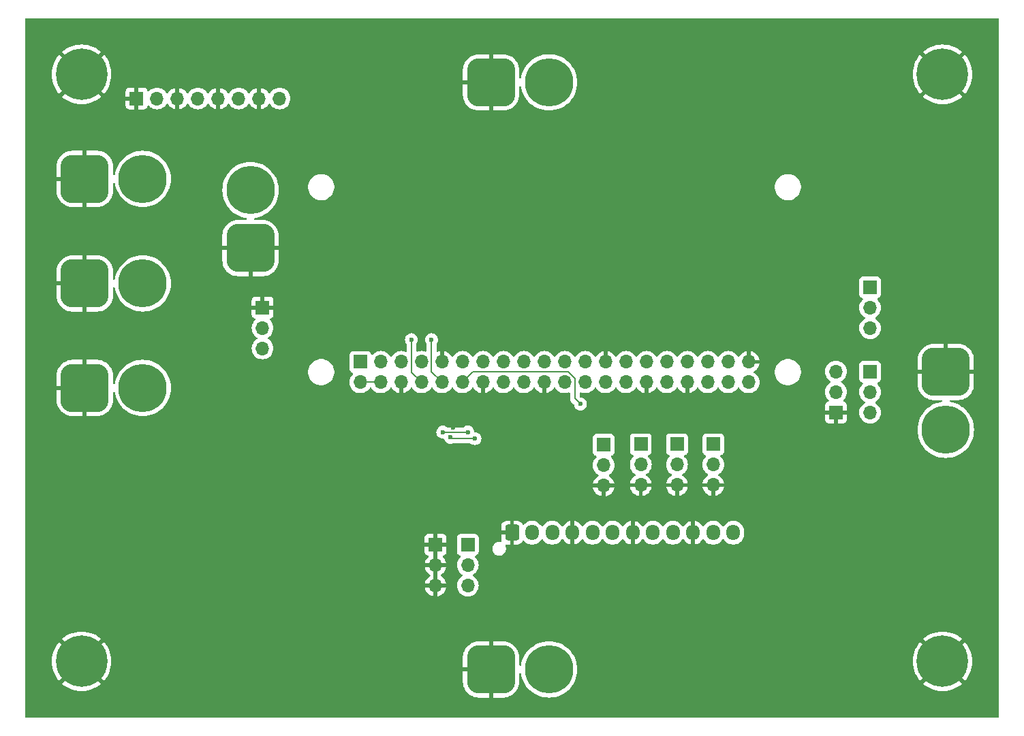
<source format=gbr>
%TF.GenerationSoftware,KiCad,Pcbnew,8.0.7-8.0.7-0~ubuntu24.04.1*%
%TF.CreationDate,2024-12-07T01:42:29+01:00*%
%TF.ProjectId,drn2,64726e32-2e6b-4696-9361-645f70636258,rev?*%
%TF.SameCoordinates,Original*%
%TF.FileFunction,Copper,L2,Bot*%
%TF.FilePolarity,Positive*%
%FSLAX46Y46*%
G04 Gerber Fmt 4.6, Leading zero omitted, Abs format (unit mm)*
G04 Created by KiCad (PCBNEW 8.0.7-8.0.7-0~ubuntu24.04.1) date 2024-12-07 01:42:29*
%MOMM*%
%LPD*%
G01*
G04 APERTURE LIST*
G04 Aperture macros list*
%AMRoundRect*
0 Rectangle with rounded corners*
0 $1 Rounding radius*
0 $2 $3 $4 $5 $6 $7 $8 $9 X,Y pos of 4 corners*
0 Add a 4 corners polygon primitive as box body*
4,1,4,$2,$3,$4,$5,$6,$7,$8,$9,$2,$3,0*
0 Add four circle primitives for the rounded corners*
1,1,$1+$1,$2,$3*
1,1,$1+$1,$4,$5*
1,1,$1+$1,$6,$7*
1,1,$1+$1,$8,$9*
0 Add four rect primitives between the rounded corners*
20,1,$1+$1,$2,$3,$4,$5,0*
20,1,$1+$1,$4,$5,$6,$7,0*
20,1,$1+$1,$6,$7,$8,$9,0*
20,1,$1+$1,$8,$9,$2,$3,0*%
G04 Aperture macros list end*
%TA.AperFunction,ComponentPad*%
%ADD10R,1.700000X1.700000*%
%TD*%
%TA.AperFunction,ComponentPad*%
%ADD11O,1.700000X1.700000*%
%TD*%
%TA.AperFunction,ComponentPad*%
%ADD12RoundRect,1.500000X-1.500000X-1.500000X1.500000X-1.500000X1.500000X1.500000X-1.500000X1.500000X0*%
%TD*%
%TA.AperFunction,ComponentPad*%
%ADD13C,6.000000*%
%TD*%
%TA.AperFunction,ComponentPad*%
%ADD14C,0.800000*%
%TD*%
%TA.AperFunction,ComponentPad*%
%ADD15C,6.400000*%
%TD*%
%TA.AperFunction,ComponentPad*%
%ADD16RoundRect,0.250000X-0.600000X-0.725000X0.600000X-0.725000X0.600000X0.725000X-0.600000X0.725000X0*%
%TD*%
%TA.AperFunction,ComponentPad*%
%ADD17O,1.700000X1.950000*%
%TD*%
%TA.AperFunction,ComponentPad*%
%ADD18RoundRect,1.500000X-1.500000X1.500000X-1.500000X-1.500000X1.500000X-1.500000X1.500000X1.500000X0*%
%TD*%
%TA.AperFunction,ComponentPad*%
%ADD19RoundRect,1.500000X1.500000X-1.500000X1.500000X1.500000X-1.500000X1.500000X-1.500000X-1.500000X0*%
%TD*%
%TA.AperFunction,ViaPad*%
%ADD20C,0.600000*%
%TD*%
%TA.AperFunction,Conductor*%
%ADD21C,0.200000*%
%TD*%
G04 APERTURE END LIST*
D10*
%TO.P,J12,1,Pin_1*%
%TO.N,Net-(J12-Pin_1)*%
X165000000Y-70975000D03*
D11*
%TO.P,J12,2,Pin_2*%
%TO.N,Net-(J12-Pin_2)*%
X165000000Y-73515000D03*
%TO.P,J12,3,Pin_3*%
%TO.N,Net-(J12-Pin_3)*%
X165000000Y-76055000D03*
%TD*%
D10*
%TO.P,J3,1,Pin_1*%
%TO.N,Net-(J2-PWM1{slash}GPIO13)*%
X141000000Y-80000000D03*
D11*
%TO.P,J3,2,Pin_2*%
%TO.N,/5V*%
X141000000Y-82540000D03*
%TO.P,J3,3,Pin_3*%
%TO.N,GND*%
X141000000Y-85080000D03*
%TD*%
D12*
%TO.P,J3_F2_BAT1,1,Pin_1*%
%TO.N,GND*%
X67400000Y-47000000D03*
D13*
%TO.P,J3_F2_BAT1,2,Pin_2*%
%TO.N,/11.1*%
X74600000Y-47000000D03*
%TD*%
D12*
%TO.P,J4_M0_MOT0,1,Pin_1*%
%TO.N,GND*%
X67400000Y-73000000D03*
D13*
%TO.P,J4_M0_MOT0,2,Pin_2*%
%TO.N,/11.1*%
X74600000Y-73000000D03*
%TD*%
D10*
%TO.P,J1,1,Pin_1*%
%TO.N,Net-(J1-Pin_1)*%
X145500000Y-80000000D03*
D11*
%TO.P,J1,2,Pin_2*%
%TO.N,/5V*%
X145500000Y-82540000D03*
%TO.P,J1,3,Pin_3*%
%TO.N,GND*%
X145500000Y-85080000D03*
%TD*%
D10*
%TO.P,J13,1,Pin_1*%
%TO.N,Net-(J13-Pin_1)*%
X165000000Y-60475000D03*
D11*
%TO.P,J13,2,Pin_2*%
%TO.N,Net-(J13-Pin_2)*%
X165000000Y-63015000D03*
%TO.P,J13,3,Pin_3*%
%TO.N,Net-(J13-Pin_3)*%
X165000000Y-65555000D03*
%TD*%
D12*
%TO.P,J4_M3_MOT3,1,Pin_1*%
%TO.N,GND*%
X117900000Y-108000000D03*
D13*
%TO.P,J4_M3_MOT3,2,Pin_2*%
%TO.N,/11.1*%
X125100000Y-108000000D03*
%TD*%
D10*
%TO.P,J15VBECOUT1,1,Pin_1*%
%TO.N,/5V*%
X115000000Y-92475000D03*
D11*
%TO.P,J15VBECOUT1,2,Pin_2*%
X115000000Y-95015000D03*
%TO.P,J15VBECOUT1,3,Pin_3*%
X115000000Y-97555000D03*
%TD*%
D10*
%TO.P,J14GND1,1,Pin_1*%
%TO.N,GND*%
X111000000Y-92500000D03*
D11*
%TO.P,J14GND1,2,Pin_2*%
X111000000Y-95040000D03*
%TO.P,J14GND1,3,Pin_3*%
X111000000Y-97580000D03*
%TD*%
D10*
%TO.P,J4,1,Pin_1*%
%TO.N,Net-(J2-PWM0{slash}GPIO12)*%
X136500000Y-80000000D03*
D11*
%TO.P,J4,2,Pin_2*%
%TO.N,/5V*%
X136500000Y-82540000D03*
%TO.P,J4,3,Pin_3*%
%TO.N,GND*%
X136500000Y-85080000D03*
%TD*%
D12*
%TO.P,J4_M4_BEC_IN1,1,Pin_1*%
%TO.N,GND*%
X67400000Y-60000000D03*
D13*
%TO.P,J4_M4_BEC_IN1,2,Pin_2*%
%TO.N,/11.1*%
X74600000Y-60000000D03*
%TD*%
D14*
%TO.P,GND2,1,1*%
%TO.N,GND*%
X171600000Y-107000000D03*
X172302944Y-105302944D03*
X172302944Y-108697056D03*
X174000000Y-104600000D03*
D15*
X174000000Y-107000000D03*
D14*
X174000000Y-109400000D03*
X175697056Y-105302944D03*
X175697056Y-108697056D03*
X176400000Y-107000000D03*
%TD*%
D10*
%TO.P,J8,1,Pin_1*%
%TO.N,GND*%
X89500000Y-63000000D03*
D11*
%TO.P,J8,2,Pin_2*%
%TO.N,Net-(J2-GPIO15{slash}RXD)*%
X89500000Y-65540000D03*
%TO.P,J8,3,Pin_3*%
%TO.N,Net-(J2-GPIO14{slash}TXD)*%
X89500000Y-68080000D03*
%TD*%
D14*
%TO.P,GND1,1,1*%
%TO.N,GND*%
X64600000Y-107000000D03*
X65302944Y-105302944D03*
X65302944Y-108697056D03*
X67000000Y-104600000D03*
D15*
X67000000Y-107000000D03*
D14*
X67000000Y-109400000D03*
X68697056Y-105302944D03*
X68697056Y-108697056D03*
X69400000Y-107000000D03*
%TD*%
D16*
%TO.P,J5,1,Pin_1*%
%TO.N,GND*%
X120500000Y-91000000D03*
D17*
%TO.P,J5,2,Pin_2*%
%TO.N,Net-(J2-GPIO18{slash}PWM0)*%
X123000000Y-91000000D03*
%TO.P,J5,3,Pin_3*%
%TO.N,/5V*%
X125500000Y-91000000D03*
%TO.P,J5,4,Pin_4*%
%TO.N,GND*%
X128000000Y-91000000D03*
%TO.P,J5,5,Pin_5*%
%TO.N,Net-(J2-PWM0{slash}GPIO12)*%
X130500000Y-91000000D03*
%TO.P,J5,6,Pin_6*%
%TO.N,/5V*%
X133000000Y-91000000D03*
%TO.P,J5,7,Pin_7*%
%TO.N,GND*%
X135500000Y-91000000D03*
%TO.P,J5,8,Pin_8*%
%TO.N,Net-(J2-PWM1{slash}GPIO13)*%
X138000000Y-91000000D03*
%TO.P,J5,9,Pin_9*%
%TO.N,/5V*%
X140500000Y-91000000D03*
%TO.P,J5,10,Pin_10*%
%TO.N,GND*%
X143000000Y-91000000D03*
%TO.P,J5,11,Pin_11*%
%TO.N,Net-(J1-Pin_1)*%
X145500000Y-91000000D03*
%TO.P,J5,12,Pin_12*%
%TO.N,/5V*%
X148000000Y-91000000D03*
%TD*%
D10*
%TO.P,J6,1,Pin_1*%
%TO.N,GND*%
X73840000Y-37000000D03*
D11*
%TO.P,J6,2,Pin_2*%
%TO.N,/11.1*%
X76380000Y-37000000D03*
%TO.P,J6,3,Pin_3*%
%TO.N,GND*%
X78920000Y-37000000D03*
%TO.P,J6,4,Pin_4*%
%TO.N,/11.1*%
X81460000Y-37000000D03*
%TO.P,J6,5,Pin_5*%
%TO.N,GND*%
X84000000Y-37000000D03*
%TO.P,J6,6,Pin_6*%
%TO.N,/11.1*%
X86540000Y-37000000D03*
%TO.P,J6,7,Pin_7*%
%TO.N,GND*%
X89080000Y-37000000D03*
%TO.P,J6,8,Pin_8*%
%TO.N,/11.1*%
X91620000Y-37000000D03*
%TD*%
D10*
%TO.P,J16,1,Pin_1*%
%TO.N,GND*%
X160750000Y-76040000D03*
D11*
%TO.P,J16,2,Pin_2*%
%TO.N,/5V*%
X160750000Y-73500000D03*
%TO.P,J16,3,Pin_3*%
%TO.N,Net-(J16-Pin_3)*%
X160750000Y-70960000D03*
%TD*%
D18*
%TO.P,J4_M2_MOT2,1,Pin_1*%
%TO.N,GND*%
X174400000Y-71000000D03*
D13*
%TO.P,J4_M2_MOT2,2,Pin_2*%
%TO.N,/11.1*%
X174400000Y-78200000D03*
%TD*%
D14*
%TO.P,GND3,1,1*%
%TO.N,GND*%
X64600000Y-34000000D03*
X65302944Y-32302944D03*
X65302944Y-35697056D03*
X67000000Y-31600000D03*
D15*
X67000000Y-34000000D03*
D14*
X67000000Y-36400000D03*
X68697056Y-32302944D03*
X68697056Y-35697056D03*
X69400000Y-34000000D03*
%TD*%
D19*
%TO.P,J3_F1_BEC_OUT1,1,Pin_1*%
%TO.N,GND*%
X88000000Y-55600000D03*
D13*
%TO.P,J3_F1_BEC_OUT1,2,Pin_2*%
%TO.N,unconnected-(J3_F1_BEC_OUT1-Pin_2-Pad2)*%
X88000000Y-48400000D03*
%TD*%
D10*
%TO.P,J7,1,Pin_1*%
%TO.N,Net-(J2-GPIO18{slash}PWM0)*%
X131900000Y-80075000D03*
D11*
%TO.P,J7,2,Pin_2*%
%TO.N,/5V*%
X131900000Y-82615000D03*
%TO.P,J7,3,Pin_3*%
%TO.N,GND*%
X131900000Y-85155000D03*
%TD*%
D10*
%TO.P,J2,1,3V3*%
%TO.N,Net-(J2-3V3-Pad1)*%
X101645000Y-69755000D03*
D11*
%TO.P,J2,2,5V*%
%TO.N,/5V*%
X101645000Y-72295000D03*
%TO.P,J2,3,SDA/GPIO2*%
%TO.N,Net-(J2-SDA{slash}GPIO2)*%
X104185000Y-69755000D03*
%TO.P,J2,4,5V*%
%TO.N,/5V*%
X104185000Y-72295000D03*
%TO.P,J2,5,SCL/GPIO3*%
%TO.N,Net-(J2-SCL{slash}GPIO3)*%
X106725000Y-69755000D03*
%TO.P,J2,6,GND*%
%TO.N,GND*%
X106725000Y-72295000D03*
%TO.P,J2,7,GCLK0/GPIO4*%
%TO.N,Net-(J2-GCLK0{slash}GPIO4)*%
X109265000Y-69755000D03*
%TO.P,J2,8,GPIO14/TXD*%
%TO.N,Net-(J2-GPIO14{slash}TXD)*%
X109265000Y-72295000D03*
%TO.P,J2,9,GND*%
%TO.N,GND*%
X111805000Y-69755000D03*
%TO.P,J2,10,GPIO15/RXD*%
%TO.N,Net-(J2-GPIO15{slash}RXD)*%
X111805000Y-72295000D03*
%TO.P,J2,11,GPIO17*%
%TO.N,Net-(J2-GPIO17)*%
X114345000Y-69755000D03*
%TO.P,J2,12,GPIO18/PWM0*%
%TO.N,Net-(J2-GPIO18{slash}PWM0)*%
X114345000Y-72295000D03*
%TO.P,J2,13,GPIO27*%
%TO.N,Net-(J2-GPIO27)*%
X116885000Y-69755000D03*
%TO.P,J2,14,GND*%
%TO.N,GND*%
X116885000Y-72295000D03*
%TO.P,J2,15,GPIO22*%
%TO.N,Net-(J2-GPIO22)*%
X119425000Y-69755000D03*
%TO.P,J2,16,GPIO23*%
%TO.N,Net-(J2-GPIO23)*%
X119425000Y-72295000D03*
%TO.P,J2,17,3V3*%
%TO.N,Net-(J2-3V3-Pad1)*%
X121965000Y-69755000D03*
%TO.P,J2,18,GPIO24*%
%TO.N,Net-(J2-GPIO24)*%
X121965000Y-72295000D03*
%TO.P,J2,19,MOSI0/GPIO10*%
%TO.N,Net-(J2-MOSI0{slash}GPIO10)*%
X124505000Y-69755000D03*
%TO.P,J2,20,GND*%
%TO.N,GND*%
X124505000Y-72295000D03*
%TO.P,J2,21,MISO0/GPIO9*%
%TO.N,Net-(J2-MISO0{slash}GPIO9)*%
X127045000Y-69755000D03*
%TO.P,J2,22,GPIO25*%
%TO.N,unconnected-(J2-GPIO25-Pad22)*%
X127045000Y-72295000D03*
%TO.P,J2,23,SCLK0/GPIO11*%
%TO.N,Net-(J2-SCLK0{slash}GPIO11)*%
X129585000Y-69755000D03*
%TO.P,J2,24,~{CE0}/GPIO8*%
%TO.N,Net-(J13-Pin_1)*%
X129585000Y-72295000D03*
%TO.P,J2,25,GND*%
%TO.N,GND*%
X132125000Y-69755000D03*
%TO.P,J2,26,~{CE1}/GPIO7*%
%TO.N,Net-(J13-Pin_2)*%
X132125000Y-72295000D03*
%TO.P,J2,27,ID_SD/GPIO0*%
%TO.N,Net-(J13-Pin_3)*%
X134665000Y-69755000D03*
%TO.P,J2,28,ID_SC/GPIO1*%
%TO.N,Net-(J12-Pin_1)*%
X134665000Y-72295000D03*
%TO.P,J2,29,GCLK1/GPIO5*%
%TO.N,Net-(J12-Pin_2)*%
X137205000Y-69755000D03*
%TO.P,J2,30,GND*%
%TO.N,GND*%
X137205000Y-72295000D03*
%TO.P,J2,31,GCLK2/GPIO6*%
%TO.N,Net-(J12-Pin_3)*%
X139745000Y-69755000D03*
%TO.P,J2,32,PWM0/GPIO12*%
%TO.N,Net-(J2-PWM0{slash}GPIO12)*%
X139745000Y-72295000D03*
%TO.P,J2,33,PWM1/GPIO13*%
%TO.N,Net-(J2-PWM1{slash}GPIO13)*%
X142285000Y-69755000D03*
%TO.P,J2,34,GND*%
%TO.N,GND*%
X142285000Y-72295000D03*
%TO.P,J2,35,GPIO19/MISO1*%
%TO.N,Net-(J1-Pin_1)*%
X144825000Y-69755000D03*
%TO.P,J2,36,GPIO16*%
%TO.N,Net-(J2-GPIO16)*%
X144825000Y-72295000D03*
%TO.P,J2,37,GPIO26*%
%TO.N,Net-(J16-Pin_3)*%
X147365000Y-69755000D03*
%TO.P,J2,38,GPIO20/MOSI1*%
%TO.N,Net-(J2-GPIO20{slash}MOSI1)*%
X147365000Y-72295000D03*
%TO.P,J2,39,GND*%
%TO.N,GND*%
X149905000Y-69755000D03*
%TO.P,J2,40,GPIO21/SCLK1*%
%TO.N,Net-(J2-GPIO21{slash}SCLK1)*%
X149905000Y-72295000D03*
%TD*%
D12*
%TO.P,J4_M1_MOT1,1,Pin_1*%
%TO.N,GND*%
X117900000Y-35000000D03*
D13*
%TO.P,J4_M1_MOT1,2,Pin_2*%
%TO.N,/11.1*%
X125100000Y-35000000D03*
%TD*%
D14*
%TO.P,GND4,1,1*%
%TO.N,GND*%
X171600000Y-34000000D03*
X172302944Y-32302944D03*
X172302944Y-35697056D03*
X174000000Y-31600000D03*
D15*
X174000000Y-34000000D03*
D14*
X174000000Y-36400000D03*
X175697056Y-32302944D03*
X175697056Y-35697056D03*
X176400000Y-34000000D03*
%TD*%
D20*
%TO.N,GND*%
X105000000Y-85000000D03*
X106000000Y-80500000D03*
X123500000Y-80000000D03*
%TO.N,Net-(J2-SDA{slash}GPIO2)*%
X111900000Y-78500000D03*
%TO.N,GND*%
X118500000Y-84000000D03*
%TO.N,Net-(J2-SCL{slash}GPIO3)*%
X115900000Y-79300000D03*
%TO.N,GND*%
X113200000Y-77900000D03*
X113300000Y-80900000D03*
%TO.N,Net-(J2-SCL{slash}GPIO3)*%
X112850000Y-79150000D03*
%TO.N,Net-(J2-SDA{slash}GPIO2)*%
X115000000Y-78500000D03*
%TO.N,Net-(J2-GPIO15{slash}RXD)*%
X110500000Y-67000000D03*
%TO.N,Net-(J2-GPIO18{slash}PWM0)*%
X129000000Y-75000000D03*
%TO.N,GND*%
X168000000Y-101000000D03*
X82000000Y-41000000D03*
X168000000Y-41000000D03*
X88000000Y-98000000D03*
X82000000Y-41000000D03*
X82000000Y-101000000D03*
X151500000Y-85500000D03*
X65000000Y-83000000D03*
X82000000Y-41000000D03*
X82000000Y-41000000D03*
X82000000Y-41000000D03*
X92500000Y-43000000D03*
X82000000Y-41000000D03*
X135500000Y-98000000D03*
X162000000Y-44000000D03*
X162000000Y-98000000D03*
%TO.N,Net-(J2-GPIO14{slash}TXD)*%
X108000000Y-67000000D03*
%TD*%
D21*
%TO.N,Net-(J2-GPIO18{slash}PWM0)*%
X114345000Y-72295000D02*
X115640000Y-71000000D01*
X115640000Y-71000000D02*
X127450000Y-71000000D01*
X127450000Y-71000000D02*
X128300000Y-71850000D01*
X128300000Y-71850000D02*
X128300000Y-74300000D01*
X128300000Y-74300000D02*
X129000000Y-75000000D01*
%TO.N,Net-(J2-SCL{slash}GPIO3)*%
X113000000Y-79300000D02*
X115900000Y-79300000D01*
X112850000Y-79150000D02*
X113000000Y-79300000D01*
%TO.N,Net-(J2-SDA{slash}GPIO2)*%
X115000000Y-78500000D02*
X111900000Y-78500000D01*
%TO.N,/5V*%
X101645000Y-72295000D02*
X104185000Y-72295000D01*
%TO.N,Net-(J2-GPIO15{slash}RXD)*%
X111805000Y-72295000D02*
X110500000Y-70990000D01*
X110500000Y-70990000D02*
X110500000Y-67000000D01*
%TO.N,Net-(J2-GPIO14{slash}TXD)*%
X109265000Y-72295000D02*
X108000000Y-71030000D01*
X108000000Y-71030000D02*
X108000000Y-67000000D01*
%TD*%
%TA.AperFunction,Conductor*%
%TO.N,GND*%
G36*
X111250000Y-97146988D02*
G01*
X111192993Y-97114075D01*
X111065826Y-97080000D01*
X110934174Y-97080000D01*
X110807007Y-97114075D01*
X110750000Y-97146988D01*
X110750000Y-95473012D01*
X110807007Y-95505925D01*
X110934174Y-95540000D01*
X111065826Y-95540000D01*
X111192993Y-95505925D01*
X111250000Y-95473012D01*
X111250000Y-97146988D01*
G37*
%TD.AperFunction*%
%TA.AperFunction,Conductor*%
G36*
X111250000Y-94606988D02*
G01*
X111192993Y-94574075D01*
X111065826Y-94540000D01*
X110934174Y-94540000D01*
X110807007Y-94574075D01*
X110750000Y-94606988D01*
X110750000Y-92933012D01*
X110807007Y-92965925D01*
X110934174Y-93000000D01*
X111065826Y-93000000D01*
X111192993Y-92965925D01*
X111250000Y-92933012D01*
X111250000Y-94606988D01*
G37*
%TD.AperFunction*%
%TA.AperFunction,Conductor*%
G36*
X180943039Y-27019685D02*
G01*
X180988794Y-27072489D01*
X181000000Y-27124000D01*
X181000000Y-113876000D01*
X180980315Y-113943039D01*
X180927511Y-113988794D01*
X180876000Y-114000000D01*
X60124000Y-114000000D01*
X60056961Y-113980315D01*
X60011206Y-113927511D01*
X60000000Y-113876000D01*
X60000000Y-106999999D01*
X63294922Y-106999999D01*
X63294922Y-107000000D01*
X63315219Y-107387287D01*
X63375886Y-107770323D01*
X63375887Y-107770330D01*
X63476262Y-108144936D01*
X63615244Y-108506994D01*
X63791310Y-108852543D01*
X64002523Y-109177783D01*
X64002525Y-109177785D01*
X64211096Y-109435348D01*
X65705747Y-107940697D01*
X65779588Y-108042330D01*
X65957670Y-108220412D01*
X66059301Y-108294251D01*
X64564650Y-109788902D01*
X64822214Y-109997475D01*
X64822216Y-109997476D01*
X65147456Y-110208689D01*
X65493005Y-110384755D01*
X65855063Y-110523737D01*
X66229669Y-110624112D01*
X66229676Y-110624113D01*
X66612712Y-110684780D01*
X66999999Y-110705078D01*
X67000001Y-110705078D01*
X67387287Y-110684780D01*
X67770323Y-110624113D01*
X67770330Y-110624112D01*
X68144936Y-110523737D01*
X68506994Y-110384755D01*
X68852543Y-110208689D01*
X69177771Y-109997484D01*
X69177784Y-109997474D01*
X69435348Y-109788902D01*
X67940698Y-108294252D01*
X68042330Y-108220412D01*
X68220412Y-108042330D01*
X68294252Y-107940698D01*
X69788902Y-109435348D01*
X69997474Y-109177784D01*
X69997484Y-109177771D01*
X70208689Y-108852543D01*
X70384755Y-108506994D01*
X70523737Y-108144936D01*
X70624112Y-107770330D01*
X70624113Y-107770323D01*
X70684780Y-107387287D01*
X70705078Y-107000000D01*
X70705078Y-106999999D01*
X70684780Y-106612712D01*
X70655614Y-106428563D01*
X114400000Y-106428563D01*
X114400000Y-107750000D01*
X115663498Y-107750000D01*
X115650000Y-107852527D01*
X115650000Y-108147473D01*
X115663498Y-108250000D01*
X114400000Y-108250000D01*
X114400000Y-109571436D01*
X114415300Y-109785362D01*
X114476109Y-110064895D01*
X114576091Y-110332958D01*
X114713191Y-110584038D01*
X114713192Y-110584039D01*
X114884639Y-110813065D01*
X114884649Y-110813077D01*
X115086922Y-111015350D01*
X115086934Y-111015360D01*
X115315960Y-111186807D01*
X115315961Y-111186808D01*
X115567042Y-111323908D01*
X115567041Y-111323908D01*
X115835104Y-111423890D01*
X116114637Y-111484699D01*
X116328563Y-111499999D01*
X116328566Y-111500000D01*
X117650000Y-111500000D01*
X117650000Y-110236502D01*
X117752527Y-110250000D01*
X118047473Y-110250000D01*
X118150000Y-110236502D01*
X118150000Y-111500000D01*
X119471434Y-111500000D01*
X119471436Y-111499999D01*
X119685362Y-111484699D01*
X119964895Y-111423890D01*
X120232958Y-111323908D01*
X120484038Y-111186808D01*
X120484039Y-111186807D01*
X120713065Y-111015360D01*
X120713077Y-111015350D01*
X120915350Y-110813077D01*
X120915360Y-110813065D01*
X121086807Y-110584039D01*
X121086808Y-110584038D01*
X121223908Y-110332958D01*
X121323890Y-110064895D01*
X121384699Y-109785362D01*
X121399999Y-109571436D01*
X121400000Y-109571434D01*
X121400000Y-108591472D01*
X121419685Y-108524433D01*
X121472489Y-108478678D01*
X121541647Y-108468734D01*
X121605203Y-108497759D01*
X121642977Y-108556537D01*
X121646473Y-108572074D01*
X121671294Y-108728788D01*
X121671294Y-108728790D01*
X121766260Y-109083206D01*
X121897746Y-109425739D01*
X122064320Y-109752656D01*
X122264147Y-110060364D01*
X122417712Y-110250000D01*
X122495051Y-110345506D01*
X122754494Y-110604949D01*
X122778160Y-110624113D01*
X123039635Y-110835852D01*
X123347343Y-111035679D01*
X123347348Y-111035682D01*
X123674264Y-111202255D01*
X124016801Y-111333742D01*
X124371206Y-111428705D01*
X124733596Y-111486102D01*
X125079734Y-111504241D01*
X125099999Y-111505304D01*
X125100000Y-111505304D01*
X125100001Y-111505304D01*
X125119203Y-111504297D01*
X125466404Y-111486102D01*
X125828794Y-111428705D01*
X126183199Y-111333742D01*
X126525736Y-111202255D01*
X126852652Y-111035682D01*
X127160366Y-110835851D01*
X127445506Y-110604949D01*
X127704949Y-110345506D01*
X127935851Y-110060366D01*
X128135682Y-109752652D01*
X128302255Y-109425736D01*
X128433742Y-109083199D01*
X128528705Y-108728794D01*
X128586102Y-108366404D01*
X128605304Y-108000000D01*
X128586102Y-107633596D01*
X128528705Y-107271206D01*
X128456035Y-106999999D01*
X170294922Y-106999999D01*
X170294922Y-107000000D01*
X170315219Y-107387287D01*
X170375886Y-107770323D01*
X170375887Y-107770330D01*
X170476262Y-108144936D01*
X170615244Y-108506994D01*
X170791310Y-108852543D01*
X171002523Y-109177783D01*
X171002525Y-109177785D01*
X171211096Y-109435348D01*
X172705747Y-107940697D01*
X172779588Y-108042330D01*
X172957670Y-108220412D01*
X173059301Y-108294251D01*
X171564650Y-109788902D01*
X171822214Y-109997475D01*
X171822216Y-109997476D01*
X172147456Y-110208689D01*
X172493005Y-110384755D01*
X172855063Y-110523737D01*
X173229669Y-110624112D01*
X173229676Y-110624113D01*
X173612712Y-110684780D01*
X173999999Y-110705078D01*
X174000001Y-110705078D01*
X174387287Y-110684780D01*
X174770323Y-110624113D01*
X174770330Y-110624112D01*
X175144936Y-110523737D01*
X175506994Y-110384755D01*
X175852543Y-110208689D01*
X176177771Y-109997484D01*
X176177784Y-109997474D01*
X176435348Y-109788902D01*
X174940698Y-108294252D01*
X175042330Y-108220412D01*
X175220412Y-108042330D01*
X175294252Y-107940698D01*
X176788902Y-109435348D01*
X176997474Y-109177784D01*
X176997484Y-109177771D01*
X177208689Y-108852543D01*
X177384755Y-108506994D01*
X177523737Y-108144936D01*
X177624112Y-107770330D01*
X177624113Y-107770323D01*
X177684780Y-107387287D01*
X177705078Y-107000000D01*
X177705078Y-106999999D01*
X177684780Y-106612712D01*
X177624113Y-106229676D01*
X177624112Y-106229669D01*
X177523737Y-105855063D01*
X177384755Y-105493005D01*
X177208689Y-105147456D01*
X176997476Y-104822216D01*
X176997475Y-104822214D01*
X176788902Y-104564650D01*
X175294251Y-106059301D01*
X175220412Y-105957670D01*
X175042330Y-105779588D01*
X174940698Y-105705748D01*
X176435349Y-104211096D01*
X176177785Y-104002525D01*
X176177783Y-104002523D01*
X175852543Y-103791310D01*
X175506994Y-103615244D01*
X175144936Y-103476262D01*
X174770330Y-103375887D01*
X174770323Y-103375886D01*
X174387287Y-103315219D01*
X174000001Y-103294922D01*
X173999999Y-103294922D01*
X173612712Y-103315219D01*
X173229676Y-103375886D01*
X173229669Y-103375887D01*
X172855063Y-103476262D01*
X172493005Y-103615244D01*
X172147456Y-103791310D01*
X171822206Y-104002531D01*
X171564649Y-104211095D01*
X171564649Y-104211096D01*
X173059301Y-105705748D01*
X172957670Y-105779588D01*
X172779588Y-105957670D01*
X172705748Y-106059301D01*
X171211096Y-104564649D01*
X171211095Y-104564649D01*
X171002531Y-104822206D01*
X170791310Y-105147456D01*
X170615244Y-105493005D01*
X170476262Y-105855063D01*
X170375887Y-106229669D01*
X170375886Y-106229676D01*
X170315219Y-106612712D01*
X170294922Y-106999999D01*
X128456035Y-106999999D01*
X128433742Y-106916801D01*
X128302255Y-106574264D01*
X128135682Y-106247348D01*
X128124201Y-106229669D01*
X127935852Y-105939635D01*
X127704952Y-105654498D01*
X127704949Y-105654494D01*
X127445506Y-105395051D01*
X127413010Y-105368736D01*
X127160364Y-105164147D01*
X126852656Y-104964320D01*
X126525739Y-104797746D01*
X126183206Y-104666260D01*
X126183199Y-104666258D01*
X125828794Y-104571295D01*
X125828790Y-104571294D01*
X125828789Y-104571294D01*
X125466405Y-104513898D01*
X125100001Y-104494696D01*
X125099999Y-104494696D01*
X124733594Y-104513898D01*
X124371211Y-104571294D01*
X124371209Y-104571294D01*
X124016793Y-104666260D01*
X123674260Y-104797746D01*
X123347343Y-104964320D01*
X123039635Y-105164147D01*
X122754498Y-105395047D01*
X122754490Y-105395054D01*
X122495054Y-105654490D01*
X122495047Y-105654498D01*
X122264147Y-105939635D01*
X122064320Y-106247343D01*
X121897746Y-106574260D01*
X121766260Y-106916793D01*
X121671294Y-107271209D01*
X121671294Y-107271211D01*
X121646473Y-107427925D01*
X121616544Y-107491060D01*
X121557232Y-107527991D01*
X121487370Y-107526993D01*
X121429137Y-107488383D01*
X121401023Y-107424419D01*
X121400000Y-107408527D01*
X121400000Y-106428566D01*
X121399999Y-106428563D01*
X121384699Y-106214637D01*
X121323890Y-105935104D01*
X121223908Y-105667041D01*
X121086808Y-105415961D01*
X121086807Y-105415960D01*
X120915360Y-105186934D01*
X120915350Y-105186922D01*
X120713077Y-104984649D01*
X120713065Y-104984639D01*
X120484039Y-104813192D01*
X120484038Y-104813191D01*
X120232957Y-104676091D01*
X120232958Y-104676091D01*
X119964895Y-104576109D01*
X119685362Y-104515300D01*
X119471436Y-104500000D01*
X118150000Y-104500000D01*
X118150000Y-105763497D01*
X118047473Y-105750000D01*
X117752527Y-105750000D01*
X117650000Y-105763497D01*
X117650000Y-104500000D01*
X116328563Y-104500000D01*
X116114637Y-104515300D01*
X115835104Y-104576109D01*
X115567041Y-104676091D01*
X115315961Y-104813191D01*
X115315960Y-104813192D01*
X115086934Y-104984639D01*
X115086922Y-104984649D01*
X114884649Y-105186922D01*
X114884639Y-105186934D01*
X114713192Y-105415960D01*
X114713191Y-105415961D01*
X114576091Y-105667041D01*
X114476109Y-105935104D01*
X114415300Y-106214637D01*
X114400000Y-106428563D01*
X70655614Y-106428563D01*
X70624113Y-106229676D01*
X70624112Y-106229669D01*
X70523737Y-105855063D01*
X70384755Y-105493005D01*
X70208689Y-105147456D01*
X69997476Y-104822216D01*
X69997475Y-104822214D01*
X69788902Y-104564650D01*
X68294251Y-106059301D01*
X68220412Y-105957670D01*
X68042330Y-105779588D01*
X67940698Y-105705748D01*
X69435349Y-104211096D01*
X69177785Y-104002525D01*
X69177783Y-104002523D01*
X68852543Y-103791310D01*
X68506994Y-103615244D01*
X68144936Y-103476262D01*
X67770330Y-103375887D01*
X67770323Y-103375886D01*
X67387287Y-103315219D01*
X67000001Y-103294922D01*
X66999999Y-103294922D01*
X66612712Y-103315219D01*
X66229676Y-103375886D01*
X66229669Y-103375887D01*
X65855063Y-103476262D01*
X65493005Y-103615244D01*
X65147456Y-103791310D01*
X64822206Y-104002531D01*
X64564649Y-104211095D01*
X64564649Y-104211096D01*
X66059301Y-105705748D01*
X65957670Y-105779588D01*
X65779588Y-105957670D01*
X65705748Y-106059301D01*
X64211096Y-104564649D01*
X64211095Y-104564649D01*
X64002531Y-104822206D01*
X63791310Y-105147456D01*
X63615244Y-105493005D01*
X63476262Y-105855063D01*
X63375887Y-106229669D01*
X63375886Y-106229676D01*
X63315219Y-106612712D01*
X63294922Y-106999999D01*
X60000000Y-106999999D01*
X60000000Y-91602155D01*
X109650000Y-91602155D01*
X109650000Y-92250000D01*
X110566988Y-92250000D01*
X110534075Y-92307007D01*
X110500000Y-92434174D01*
X110500000Y-92565826D01*
X110534075Y-92692993D01*
X110566988Y-92750000D01*
X109650000Y-92750000D01*
X109650000Y-93397844D01*
X109656401Y-93457372D01*
X109656403Y-93457379D01*
X109706645Y-93592086D01*
X109706649Y-93592093D01*
X109792809Y-93707187D01*
X109792812Y-93707190D01*
X109907906Y-93793350D01*
X109907913Y-93793354D01*
X110039986Y-93842614D01*
X110095920Y-93884485D01*
X110120337Y-93949949D01*
X110105486Y-94018222D01*
X110084335Y-94046477D01*
X109961886Y-94168926D01*
X109826400Y-94362420D01*
X109826399Y-94362422D01*
X109726570Y-94576507D01*
X109726567Y-94576513D01*
X109669364Y-94789999D01*
X109669364Y-94790000D01*
X110566988Y-94790000D01*
X110534075Y-94847007D01*
X110500000Y-94974174D01*
X110500000Y-95105826D01*
X110534075Y-95232993D01*
X110566988Y-95290000D01*
X109669364Y-95290000D01*
X109726567Y-95503486D01*
X109726570Y-95503492D01*
X109826399Y-95717578D01*
X109961894Y-95911082D01*
X110128917Y-96078105D01*
X110315031Y-96208425D01*
X110358656Y-96263003D01*
X110365848Y-96332501D01*
X110334326Y-96394856D01*
X110315031Y-96411575D01*
X110128922Y-96541890D01*
X110128920Y-96541891D01*
X109961891Y-96708920D01*
X109961886Y-96708926D01*
X109826400Y-96902420D01*
X109826399Y-96902422D01*
X109726570Y-97116507D01*
X109726567Y-97116513D01*
X109669364Y-97329999D01*
X109669364Y-97330000D01*
X110566988Y-97330000D01*
X110534075Y-97387007D01*
X110500000Y-97514174D01*
X110500000Y-97645826D01*
X110534075Y-97772993D01*
X110566988Y-97830000D01*
X109669364Y-97830000D01*
X109726567Y-98043486D01*
X109726570Y-98043492D01*
X109826399Y-98257578D01*
X109961894Y-98451082D01*
X110128917Y-98618105D01*
X110322421Y-98753600D01*
X110536507Y-98853429D01*
X110536516Y-98853433D01*
X110750000Y-98910634D01*
X110750000Y-98013012D01*
X110807007Y-98045925D01*
X110934174Y-98080000D01*
X111065826Y-98080000D01*
X111192993Y-98045925D01*
X111250000Y-98013012D01*
X111250000Y-98910633D01*
X111463483Y-98853433D01*
X111463492Y-98853429D01*
X111677578Y-98753600D01*
X111871082Y-98618105D01*
X112038105Y-98451082D01*
X112173600Y-98257578D01*
X112273429Y-98043492D01*
X112273432Y-98043486D01*
X112330636Y-97830000D01*
X111433012Y-97830000D01*
X111465925Y-97772993D01*
X111500000Y-97645826D01*
X111500000Y-97514174D01*
X111465925Y-97387007D01*
X111433012Y-97330000D01*
X112330636Y-97330000D01*
X112330635Y-97329999D01*
X112273432Y-97116513D01*
X112273429Y-97116507D01*
X112173600Y-96902422D01*
X112173599Y-96902420D01*
X112038113Y-96708926D01*
X112038108Y-96708920D01*
X111871082Y-96541894D01*
X111684968Y-96411575D01*
X111641344Y-96356998D01*
X111634151Y-96287499D01*
X111665673Y-96225145D01*
X111684968Y-96208425D01*
X111871082Y-96078105D01*
X112038105Y-95911082D01*
X112173600Y-95717578D01*
X112273429Y-95503492D01*
X112273432Y-95503486D01*
X112330636Y-95290000D01*
X111433012Y-95290000D01*
X111465925Y-95232993D01*
X111500000Y-95105826D01*
X111500000Y-95014999D01*
X113644341Y-95014999D01*
X113644341Y-95015000D01*
X113664936Y-95250403D01*
X113664938Y-95250413D01*
X113726094Y-95478655D01*
X113726096Y-95478659D01*
X113726097Y-95478663D01*
X113737675Y-95503492D01*
X113825965Y-95692830D01*
X113825967Y-95692834D01*
X113961501Y-95886395D01*
X113961506Y-95886402D01*
X114128597Y-96053493D01*
X114128603Y-96053498D01*
X114314158Y-96183425D01*
X114357783Y-96238002D01*
X114364977Y-96307500D01*
X114333454Y-96369855D01*
X114314158Y-96386575D01*
X114128597Y-96516505D01*
X113961505Y-96683597D01*
X113825965Y-96877169D01*
X113825964Y-96877171D01*
X113726098Y-97091335D01*
X113726094Y-97091344D01*
X113664938Y-97319586D01*
X113664936Y-97319596D01*
X113644341Y-97554999D01*
X113644341Y-97555000D01*
X113664936Y-97790403D01*
X113664938Y-97790413D01*
X113726094Y-98018655D01*
X113726096Y-98018659D01*
X113726097Y-98018663D01*
X113737675Y-98043492D01*
X113825965Y-98232830D01*
X113825967Y-98232834D01*
X113934281Y-98387521D01*
X113961505Y-98426401D01*
X114128599Y-98593495D01*
X114163746Y-98618105D01*
X114322165Y-98729032D01*
X114322167Y-98729033D01*
X114322170Y-98729035D01*
X114536337Y-98828903D01*
X114764592Y-98890063D01*
X114952918Y-98906539D01*
X114999999Y-98910659D01*
X115000000Y-98910659D01*
X115000001Y-98910659D01*
X115039234Y-98907226D01*
X115235408Y-98890063D01*
X115463663Y-98828903D01*
X115677830Y-98729035D01*
X115871401Y-98593495D01*
X116038495Y-98426401D01*
X116174035Y-98232830D01*
X116273903Y-98018663D01*
X116335063Y-97790408D01*
X116355659Y-97555000D01*
X116335063Y-97319592D01*
X116273903Y-97091337D01*
X116174035Y-96877171D01*
X116038495Y-96683599D01*
X116038494Y-96683597D01*
X115871402Y-96516506D01*
X115871396Y-96516501D01*
X115685842Y-96386575D01*
X115642217Y-96331998D01*
X115635023Y-96262500D01*
X115666546Y-96200145D01*
X115685842Y-96183425D01*
X115836254Y-96078105D01*
X115871401Y-96053495D01*
X116038495Y-95886401D01*
X116174035Y-95692830D01*
X116273903Y-95478663D01*
X116335063Y-95250408D01*
X116355659Y-95015000D01*
X116335063Y-94779592D01*
X116273903Y-94551337D01*
X116174035Y-94337171D01*
X116038495Y-94143599D01*
X115916567Y-94021671D01*
X115883084Y-93960351D01*
X115888068Y-93890659D01*
X115929939Y-93834725D01*
X115960915Y-93817810D01*
X116092331Y-93768796D01*
X116207546Y-93682546D01*
X116293796Y-93567331D01*
X116344091Y-93432483D01*
X116350500Y-93372873D01*
X116350500Y-92916228D01*
X118049500Y-92916228D01*
X118049500Y-93083771D01*
X118082182Y-93248074D01*
X118082184Y-93248082D01*
X118146295Y-93402860D01*
X118239373Y-93542162D01*
X118357837Y-93660626D01*
X118450494Y-93722537D01*
X118497137Y-93753703D01*
X118651918Y-93817816D01*
X118816228Y-93850499D01*
X118816232Y-93850500D01*
X118816233Y-93850500D01*
X118983768Y-93850500D01*
X118983769Y-93850499D01*
X119148082Y-93817816D01*
X119302863Y-93753703D01*
X119442162Y-93660626D01*
X119560626Y-93542162D01*
X119653703Y-93402863D01*
X119717816Y-93248082D01*
X119750500Y-93083767D01*
X119750500Y-92916233D01*
X119717816Y-92751918D01*
X119671698Y-92640582D01*
X119664230Y-92571115D01*
X119695505Y-92508636D01*
X119755593Y-92472983D01*
X119798864Y-92469773D01*
X119850021Y-92474999D01*
X120249999Y-92474999D01*
X120250000Y-92474998D01*
X120250000Y-91404145D01*
X120316657Y-91442630D01*
X120437465Y-91475000D01*
X120562535Y-91475000D01*
X120683343Y-91442630D01*
X120750000Y-91404145D01*
X120750000Y-92474999D01*
X121149972Y-92474999D01*
X121149986Y-92474998D01*
X121252697Y-92464505D01*
X121419119Y-92409358D01*
X121419124Y-92409356D01*
X121568345Y-92317315D01*
X121692317Y-92193343D01*
X121787815Y-92038516D01*
X121839763Y-91991791D01*
X121908725Y-91980568D01*
X121972808Y-92008412D01*
X121981035Y-92015931D01*
X122120213Y-92155109D01*
X122292179Y-92280048D01*
X122292181Y-92280049D01*
X122292184Y-92280051D01*
X122481588Y-92376557D01*
X122683757Y-92442246D01*
X122893713Y-92475500D01*
X122893714Y-92475500D01*
X123106286Y-92475500D01*
X123106287Y-92475500D01*
X123316243Y-92442246D01*
X123518412Y-92376557D01*
X123707816Y-92280051D01*
X123754275Y-92246297D01*
X123879786Y-92155109D01*
X123879788Y-92155106D01*
X123879792Y-92155104D01*
X124030104Y-92004792D01*
X124149683Y-91840204D01*
X124205011Y-91797540D01*
X124274624Y-91791561D01*
X124336420Y-91824166D01*
X124350313Y-91840199D01*
X124377557Y-91877697D01*
X124469896Y-92004792D01*
X124620213Y-92155109D01*
X124792179Y-92280048D01*
X124792181Y-92280049D01*
X124792184Y-92280051D01*
X124981588Y-92376557D01*
X125183757Y-92442246D01*
X125393713Y-92475500D01*
X125393714Y-92475500D01*
X125606286Y-92475500D01*
X125606287Y-92475500D01*
X125816243Y-92442246D01*
X126018412Y-92376557D01*
X126207816Y-92280051D01*
X126254275Y-92246297D01*
X126379786Y-92155109D01*
X126379788Y-92155106D01*
X126379792Y-92155104D01*
X126530104Y-92004792D01*
X126649991Y-91839779D01*
X126705320Y-91797115D01*
X126774933Y-91791136D01*
X126836729Y-91823741D01*
X126850627Y-91839781D01*
X126970272Y-92004459D01*
X126970276Y-92004464D01*
X127120535Y-92154723D01*
X127120540Y-92154727D01*
X127292442Y-92279620D01*
X127481782Y-92376095D01*
X127683871Y-92441757D01*
X127750000Y-92452231D01*
X127750000Y-91404145D01*
X127816657Y-91442630D01*
X127937465Y-91475000D01*
X128062535Y-91475000D01*
X128183343Y-91442630D01*
X128250000Y-91404145D01*
X128250000Y-92452230D01*
X128316126Y-92441757D01*
X128316129Y-92441757D01*
X128518217Y-92376095D01*
X128707557Y-92279620D01*
X128879459Y-92154727D01*
X128879464Y-92154723D01*
X129029721Y-92004466D01*
X129149371Y-91839781D01*
X129204701Y-91797115D01*
X129274314Y-91791136D01*
X129336110Y-91823741D01*
X129350008Y-91839781D01*
X129469890Y-92004785D01*
X129469894Y-92004790D01*
X129620213Y-92155109D01*
X129792179Y-92280048D01*
X129792181Y-92280049D01*
X129792184Y-92280051D01*
X129981588Y-92376557D01*
X130183757Y-92442246D01*
X130393713Y-92475500D01*
X130393714Y-92475500D01*
X130606286Y-92475500D01*
X130606287Y-92475500D01*
X130816243Y-92442246D01*
X131018412Y-92376557D01*
X131207816Y-92280051D01*
X131254275Y-92246297D01*
X131379786Y-92155109D01*
X131379788Y-92155106D01*
X131379792Y-92155104D01*
X131530104Y-92004792D01*
X131649683Y-91840204D01*
X131705011Y-91797540D01*
X131774624Y-91791561D01*
X131836420Y-91824166D01*
X131850313Y-91840199D01*
X131877557Y-91877697D01*
X131969896Y-92004792D01*
X132120213Y-92155109D01*
X132292179Y-92280048D01*
X132292181Y-92280049D01*
X132292184Y-92280051D01*
X132481588Y-92376557D01*
X132683757Y-92442246D01*
X132893713Y-92475500D01*
X132893714Y-92475500D01*
X133106286Y-92475500D01*
X133106287Y-92475500D01*
X133316243Y-92442246D01*
X133518412Y-92376557D01*
X133707816Y-92280051D01*
X133754275Y-92246297D01*
X133879786Y-92155109D01*
X133879788Y-92155106D01*
X133879792Y-92155104D01*
X134030104Y-92004792D01*
X134149991Y-91839779D01*
X134205320Y-91797115D01*
X134274933Y-91791136D01*
X134336729Y-91823741D01*
X134350627Y-91839781D01*
X134470272Y-92004459D01*
X134470276Y-92004464D01*
X134620535Y-92154723D01*
X134620540Y-92154727D01*
X134792442Y-92279620D01*
X134981782Y-92376095D01*
X135183871Y-92441757D01*
X135250000Y-92452231D01*
X135250000Y-91404145D01*
X135316657Y-91442630D01*
X135437465Y-91475000D01*
X135562535Y-91475000D01*
X135683343Y-91442630D01*
X135750000Y-91404145D01*
X135750000Y-92452231D01*
X135816126Y-92441757D01*
X135816129Y-92441757D01*
X136018217Y-92376095D01*
X136207557Y-92279620D01*
X136379459Y-92154727D01*
X136379464Y-92154723D01*
X136529721Y-92004466D01*
X136649371Y-91839781D01*
X136704701Y-91797115D01*
X136774314Y-91791136D01*
X136836110Y-91823741D01*
X136850008Y-91839781D01*
X136969890Y-92004785D01*
X136969894Y-92004790D01*
X137120213Y-92155109D01*
X137292179Y-92280048D01*
X137292181Y-92280049D01*
X137292184Y-92280051D01*
X137481588Y-92376557D01*
X137683757Y-92442246D01*
X137893713Y-92475500D01*
X137893714Y-92475500D01*
X138106286Y-92475500D01*
X138106287Y-92475500D01*
X138316243Y-92442246D01*
X138518412Y-92376557D01*
X138707816Y-92280051D01*
X138754275Y-92246297D01*
X138879786Y-92155109D01*
X138879788Y-92155106D01*
X138879792Y-92155104D01*
X139030104Y-92004792D01*
X139149683Y-91840204D01*
X139205011Y-91797540D01*
X139274624Y-91791561D01*
X139336420Y-91824166D01*
X139350313Y-91840199D01*
X139377557Y-91877697D01*
X139469896Y-92004792D01*
X139620213Y-92155109D01*
X139792179Y-92280048D01*
X139792181Y-92280049D01*
X139792184Y-92280051D01*
X139981588Y-92376557D01*
X140183757Y-92442246D01*
X140393713Y-92475500D01*
X140393714Y-92475500D01*
X140606286Y-92475500D01*
X140606287Y-92475500D01*
X140816243Y-92442246D01*
X141018412Y-92376557D01*
X141207816Y-92280051D01*
X141254275Y-92246297D01*
X141379786Y-92155109D01*
X141379788Y-92155106D01*
X141379792Y-92155104D01*
X141530104Y-92004792D01*
X141649991Y-91839779D01*
X141705320Y-91797115D01*
X141774933Y-91791136D01*
X141836729Y-91823741D01*
X141850627Y-91839781D01*
X141970272Y-92004459D01*
X141970276Y-92004464D01*
X142120535Y-92154723D01*
X142120540Y-92154727D01*
X142292442Y-92279620D01*
X142481782Y-92376095D01*
X142683871Y-92441757D01*
X142750000Y-92452231D01*
X142750000Y-91404145D01*
X142816657Y-91442630D01*
X142937465Y-91475000D01*
X143062535Y-91475000D01*
X143183343Y-91442630D01*
X143250000Y-91404145D01*
X143250000Y-92452230D01*
X143316126Y-92441757D01*
X143316129Y-92441757D01*
X143518217Y-92376095D01*
X143707557Y-92279620D01*
X143879459Y-92154727D01*
X143879464Y-92154723D01*
X144029721Y-92004466D01*
X144149371Y-91839781D01*
X144204701Y-91797115D01*
X144274314Y-91791136D01*
X144336110Y-91823741D01*
X144350008Y-91839781D01*
X144469890Y-92004785D01*
X144469894Y-92004790D01*
X144620213Y-92155109D01*
X144792179Y-92280048D01*
X144792181Y-92280049D01*
X144792184Y-92280051D01*
X144981588Y-92376557D01*
X145183757Y-92442246D01*
X145393713Y-92475500D01*
X145393714Y-92475500D01*
X145606286Y-92475500D01*
X145606287Y-92475500D01*
X145816243Y-92442246D01*
X146018412Y-92376557D01*
X146207816Y-92280051D01*
X146254275Y-92246297D01*
X146379786Y-92155109D01*
X146379788Y-92155106D01*
X146379792Y-92155104D01*
X146530104Y-92004792D01*
X146649683Y-91840204D01*
X146705011Y-91797540D01*
X146774624Y-91791561D01*
X146836420Y-91824166D01*
X146850313Y-91840199D01*
X146877557Y-91877697D01*
X146969896Y-92004792D01*
X147120213Y-92155109D01*
X147292179Y-92280048D01*
X147292181Y-92280049D01*
X147292184Y-92280051D01*
X147481588Y-92376557D01*
X147683757Y-92442246D01*
X147893713Y-92475500D01*
X147893714Y-92475500D01*
X148106286Y-92475500D01*
X148106287Y-92475500D01*
X148316243Y-92442246D01*
X148518412Y-92376557D01*
X148707816Y-92280051D01*
X148754275Y-92246297D01*
X148879786Y-92155109D01*
X148879788Y-92155106D01*
X148879792Y-92155104D01*
X149030104Y-92004792D01*
X149030106Y-92004788D01*
X149030109Y-92004786D01*
X149155048Y-91832820D01*
X149155047Y-91832820D01*
X149155051Y-91832816D01*
X149251557Y-91643412D01*
X149317246Y-91441243D01*
X149350500Y-91231287D01*
X149350500Y-90768713D01*
X149317246Y-90558757D01*
X149251557Y-90356588D01*
X149155051Y-90167184D01*
X149155049Y-90167181D01*
X149155048Y-90167179D01*
X149030109Y-89995213D01*
X148879786Y-89844890D01*
X148707820Y-89719951D01*
X148518414Y-89623444D01*
X148518413Y-89623443D01*
X148518412Y-89623443D01*
X148316243Y-89557754D01*
X148316241Y-89557753D01*
X148316240Y-89557753D01*
X148154957Y-89532208D01*
X148106287Y-89524500D01*
X147893713Y-89524500D01*
X147845042Y-89532208D01*
X147683760Y-89557753D01*
X147481585Y-89623444D01*
X147292179Y-89719951D01*
X147120213Y-89844890D01*
X146969894Y-89995209D01*
X146969890Y-89995214D01*
X146850318Y-90159793D01*
X146794989Y-90202459D01*
X146725375Y-90208438D01*
X146663580Y-90175833D01*
X146649682Y-90159793D01*
X146530109Y-89995214D01*
X146530105Y-89995209D01*
X146379786Y-89844890D01*
X146207820Y-89719951D01*
X146018414Y-89623444D01*
X146018413Y-89623443D01*
X146018412Y-89623443D01*
X145816243Y-89557754D01*
X145816241Y-89557753D01*
X145816240Y-89557753D01*
X145654957Y-89532208D01*
X145606287Y-89524500D01*
X145393713Y-89524500D01*
X145345042Y-89532208D01*
X145183760Y-89557753D01*
X144981585Y-89623444D01*
X144792179Y-89719951D01*
X144620213Y-89844890D01*
X144469894Y-89995209D01*
X144469890Y-89995214D01*
X144350008Y-90160218D01*
X144294678Y-90202884D01*
X144225065Y-90208863D01*
X144163270Y-90176257D01*
X144149372Y-90160218D01*
X144029727Y-89995540D01*
X144029723Y-89995535D01*
X143879464Y-89845276D01*
X143879459Y-89845272D01*
X143707557Y-89720379D01*
X143518215Y-89623903D01*
X143316124Y-89558241D01*
X143250000Y-89547768D01*
X143250000Y-90595854D01*
X143183343Y-90557370D01*
X143062535Y-90525000D01*
X142937465Y-90525000D01*
X142816657Y-90557370D01*
X142750000Y-90595854D01*
X142750000Y-89547768D01*
X142749999Y-89547768D01*
X142683875Y-89558241D01*
X142481784Y-89623903D01*
X142292442Y-89720379D01*
X142120540Y-89845272D01*
X142120535Y-89845276D01*
X141970276Y-89995535D01*
X141970272Y-89995540D01*
X141850627Y-90160218D01*
X141795297Y-90202884D01*
X141725684Y-90208863D01*
X141663889Y-90176257D01*
X141649991Y-90160218D01*
X141530109Y-89995214D01*
X141530105Y-89995209D01*
X141379786Y-89844890D01*
X141207820Y-89719951D01*
X141018414Y-89623444D01*
X141018413Y-89623443D01*
X141018412Y-89623443D01*
X140816243Y-89557754D01*
X140816241Y-89557753D01*
X140816240Y-89557753D01*
X140654957Y-89532208D01*
X140606287Y-89524500D01*
X140393713Y-89524500D01*
X140345042Y-89532208D01*
X140183760Y-89557753D01*
X139981585Y-89623444D01*
X139792179Y-89719951D01*
X139620213Y-89844890D01*
X139469894Y-89995209D01*
X139469890Y-89995214D01*
X139350318Y-90159793D01*
X139294989Y-90202459D01*
X139225375Y-90208438D01*
X139163580Y-90175833D01*
X139149682Y-90159793D01*
X139030109Y-89995214D01*
X139030105Y-89995209D01*
X138879786Y-89844890D01*
X138707820Y-89719951D01*
X138518414Y-89623444D01*
X138518413Y-89623443D01*
X138518412Y-89623443D01*
X138316243Y-89557754D01*
X138316241Y-89557753D01*
X138316240Y-89557753D01*
X138154957Y-89532208D01*
X138106287Y-89524500D01*
X137893713Y-89524500D01*
X137845042Y-89532208D01*
X137683760Y-89557753D01*
X137481585Y-89623444D01*
X137292179Y-89719951D01*
X137120213Y-89844890D01*
X136969894Y-89995209D01*
X136969890Y-89995214D01*
X136850008Y-90160218D01*
X136794678Y-90202884D01*
X136725065Y-90208863D01*
X136663270Y-90176257D01*
X136649372Y-90160218D01*
X136529727Y-89995540D01*
X136529723Y-89995535D01*
X136379464Y-89845276D01*
X136379459Y-89845272D01*
X136207557Y-89720379D01*
X136018215Y-89623903D01*
X135816124Y-89558241D01*
X135750000Y-89547768D01*
X135750000Y-90595854D01*
X135683343Y-90557370D01*
X135562535Y-90525000D01*
X135437465Y-90525000D01*
X135316657Y-90557370D01*
X135250000Y-90595854D01*
X135250000Y-89547768D01*
X135249999Y-89547768D01*
X135183875Y-89558241D01*
X134981784Y-89623903D01*
X134792442Y-89720379D01*
X134620540Y-89845272D01*
X134620535Y-89845276D01*
X134470276Y-89995535D01*
X134470272Y-89995540D01*
X134350627Y-90160218D01*
X134295297Y-90202884D01*
X134225684Y-90208863D01*
X134163889Y-90176257D01*
X134149991Y-90160218D01*
X134030109Y-89995214D01*
X134030105Y-89995209D01*
X133879786Y-89844890D01*
X133707820Y-89719951D01*
X133518414Y-89623444D01*
X133518413Y-89623443D01*
X133518412Y-89623443D01*
X133316243Y-89557754D01*
X133316241Y-89557753D01*
X133316240Y-89557753D01*
X133154957Y-89532208D01*
X133106287Y-89524500D01*
X132893713Y-89524500D01*
X132845042Y-89532208D01*
X132683760Y-89557753D01*
X132481585Y-89623444D01*
X132292179Y-89719951D01*
X132120213Y-89844890D01*
X131969894Y-89995209D01*
X131969890Y-89995214D01*
X131850318Y-90159793D01*
X131794989Y-90202459D01*
X131725375Y-90208438D01*
X131663580Y-90175833D01*
X131649682Y-90159793D01*
X131530109Y-89995214D01*
X131530105Y-89995209D01*
X131379786Y-89844890D01*
X131207820Y-89719951D01*
X131018414Y-89623444D01*
X131018413Y-89623443D01*
X131018412Y-89623443D01*
X130816243Y-89557754D01*
X130816241Y-89557753D01*
X130816240Y-89557753D01*
X130654957Y-89532208D01*
X130606287Y-89524500D01*
X130393713Y-89524500D01*
X130345042Y-89532208D01*
X130183760Y-89557753D01*
X129981585Y-89623444D01*
X129792179Y-89719951D01*
X129620213Y-89844890D01*
X129469894Y-89995209D01*
X129469890Y-89995214D01*
X129350008Y-90160218D01*
X129294678Y-90202884D01*
X129225065Y-90208863D01*
X129163270Y-90176257D01*
X129149372Y-90160218D01*
X129029727Y-89995540D01*
X129029723Y-89995535D01*
X128879464Y-89845276D01*
X128879459Y-89845272D01*
X128707557Y-89720379D01*
X128518215Y-89623903D01*
X128316124Y-89558241D01*
X128250000Y-89547768D01*
X128250000Y-90595854D01*
X128183343Y-90557370D01*
X128062535Y-90525000D01*
X127937465Y-90525000D01*
X127816657Y-90557370D01*
X127750000Y-90595854D01*
X127750000Y-89547768D01*
X127749999Y-89547768D01*
X127683875Y-89558241D01*
X127481784Y-89623903D01*
X127292442Y-89720379D01*
X127120540Y-89845272D01*
X127120535Y-89845276D01*
X126970276Y-89995535D01*
X126970272Y-89995540D01*
X126850627Y-90160218D01*
X126795297Y-90202884D01*
X126725684Y-90208863D01*
X126663889Y-90176257D01*
X126649991Y-90160218D01*
X126530109Y-89995214D01*
X126530105Y-89995209D01*
X126379786Y-89844890D01*
X126207820Y-89719951D01*
X126018414Y-89623444D01*
X126018413Y-89623443D01*
X126018412Y-89623443D01*
X125816243Y-89557754D01*
X125816241Y-89557753D01*
X125816240Y-89557753D01*
X125654957Y-89532208D01*
X125606287Y-89524500D01*
X125393713Y-89524500D01*
X125345042Y-89532208D01*
X125183760Y-89557753D01*
X124981585Y-89623444D01*
X124792179Y-89719951D01*
X124620213Y-89844890D01*
X124469894Y-89995209D01*
X124469890Y-89995214D01*
X124350318Y-90159793D01*
X124294989Y-90202459D01*
X124225375Y-90208438D01*
X124163580Y-90175833D01*
X124149682Y-90159793D01*
X124030109Y-89995214D01*
X124030105Y-89995209D01*
X123879786Y-89844890D01*
X123707820Y-89719951D01*
X123518414Y-89623444D01*
X123518413Y-89623443D01*
X123518412Y-89623443D01*
X123316243Y-89557754D01*
X123316241Y-89557753D01*
X123316240Y-89557753D01*
X123154957Y-89532208D01*
X123106287Y-89524500D01*
X122893713Y-89524500D01*
X122845042Y-89532208D01*
X122683760Y-89557753D01*
X122481585Y-89623444D01*
X122292179Y-89719951D01*
X122120215Y-89844889D01*
X121981035Y-89984069D01*
X121919712Y-90017553D01*
X121850020Y-90012569D01*
X121794087Y-89970697D01*
X121787815Y-89961484D01*
X121692315Y-89806654D01*
X121568345Y-89682684D01*
X121419124Y-89590643D01*
X121419119Y-89590641D01*
X121252697Y-89535494D01*
X121252690Y-89535493D01*
X121149986Y-89525000D01*
X120750000Y-89525000D01*
X120750000Y-90595854D01*
X120683343Y-90557370D01*
X120562535Y-90525000D01*
X120437465Y-90525000D01*
X120316657Y-90557370D01*
X120250000Y-90595854D01*
X120250000Y-89525000D01*
X119850028Y-89525000D01*
X119850012Y-89525001D01*
X119747302Y-89535494D01*
X119580880Y-89590641D01*
X119580875Y-89590643D01*
X119431654Y-89682684D01*
X119307684Y-89806654D01*
X119215643Y-89955875D01*
X119215641Y-89955880D01*
X119160494Y-90122302D01*
X119160493Y-90122309D01*
X119150000Y-90225013D01*
X119150000Y-90750000D01*
X120095854Y-90750000D01*
X120057370Y-90816657D01*
X120025000Y-90937465D01*
X120025000Y-91062535D01*
X120057370Y-91183343D01*
X120095854Y-91250000D01*
X119150001Y-91250000D01*
X119150001Y-91774986D01*
X119160494Y-91877697D01*
X119202393Y-92004140D01*
X119204795Y-92073969D01*
X119169063Y-92134010D01*
X119106543Y-92165203D01*
X119060497Y-92164762D01*
X119008726Y-92154464D01*
X118983767Y-92149500D01*
X118816233Y-92149500D01*
X118816228Y-92149500D01*
X118651925Y-92182182D01*
X118651917Y-92182184D01*
X118497139Y-92246295D01*
X118357837Y-92339373D01*
X118239373Y-92457837D01*
X118146295Y-92597139D01*
X118082184Y-92751917D01*
X118082182Y-92751925D01*
X118049500Y-92916228D01*
X116350500Y-92916228D01*
X116350499Y-91577128D01*
X116344091Y-91517517D01*
X116328233Y-91475000D01*
X116293797Y-91382671D01*
X116293793Y-91382664D01*
X116207547Y-91267455D01*
X116207544Y-91267452D01*
X116092335Y-91181206D01*
X116092328Y-91181202D01*
X115957482Y-91130908D01*
X115957483Y-91130908D01*
X115897883Y-91124501D01*
X115897881Y-91124500D01*
X115897873Y-91124500D01*
X115897864Y-91124500D01*
X114102129Y-91124500D01*
X114102123Y-91124501D01*
X114042516Y-91130908D01*
X113907671Y-91181202D01*
X113907664Y-91181206D01*
X113792455Y-91267452D01*
X113792452Y-91267455D01*
X113706206Y-91382664D01*
X113706202Y-91382671D01*
X113655908Y-91517517D01*
X113653209Y-91542627D01*
X113649501Y-91577123D01*
X113649500Y-91577135D01*
X113649500Y-93372870D01*
X113649501Y-93372876D01*
X113655908Y-93432483D01*
X113706202Y-93567328D01*
X113706206Y-93567335D01*
X113792452Y-93682544D01*
X113792455Y-93682547D01*
X113907664Y-93768793D01*
X113907671Y-93768797D01*
X114039081Y-93817810D01*
X114095015Y-93859681D01*
X114119432Y-93925145D01*
X114104580Y-93993418D01*
X114083430Y-94021673D01*
X113961503Y-94143600D01*
X113825965Y-94337169D01*
X113825964Y-94337171D01*
X113726098Y-94551335D01*
X113726094Y-94551344D01*
X113664938Y-94779586D01*
X113664936Y-94779596D01*
X113644341Y-95014999D01*
X111500000Y-95014999D01*
X111500000Y-94974174D01*
X111465925Y-94847007D01*
X111433012Y-94790000D01*
X112330636Y-94790000D01*
X112330635Y-94789999D01*
X112273432Y-94576513D01*
X112273429Y-94576507D01*
X112173600Y-94362422D01*
X112173599Y-94362420D01*
X112038113Y-94168926D01*
X112038108Y-94168920D01*
X111915665Y-94046477D01*
X111882180Y-93985154D01*
X111887164Y-93915462D01*
X111929036Y-93859529D01*
X111960013Y-93842614D01*
X112092086Y-93793354D01*
X112092093Y-93793350D01*
X112207187Y-93707190D01*
X112207190Y-93707187D01*
X112293350Y-93592093D01*
X112293354Y-93592086D01*
X112343596Y-93457379D01*
X112343598Y-93457372D01*
X112349999Y-93397844D01*
X112350000Y-93397827D01*
X112350000Y-92750000D01*
X111433012Y-92750000D01*
X111465925Y-92692993D01*
X111500000Y-92565826D01*
X111500000Y-92434174D01*
X111465925Y-92307007D01*
X111433012Y-92250000D01*
X112350000Y-92250000D01*
X112350000Y-91602172D01*
X112349999Y-91602155D01*
X112343598Y-91542627D01*
X112343596Y-91542620D01*
X112293354Y-91407913D01*
X112293350Y-91407906D01*
X112207190Y-91292812D01*
X112207187Y-91292809D01*
X112092093Y-91206649D01*
X112092086Y-91206645D01*
X111957379Y-91156403D01*
X111957372Y-91156401D01*
X111897844Y-91150000D01*
X111250000Y-91150000D01*
X111250000Y-92066988D01*
X111192993Y-92034075D01*
X111065826Y-92000000D01*
X110934174Y-92000000D01*
X110807007Y-92034075D01*
X110750000Y-92066988D01*
X110750000Y-91150000D01*
X110102155Y-91150000D01*
X110042627Y-91156401D01*
X110042620Y-91156403D01*
X109907913Y-91206645D01*
X109907906Y-91206649D01*
X109792812Y-91292809D01*
X109792809Y-91292812D01*
X109706649Y-91407906D01*
X109706645Y-91407913D01*
X109656403Y-91542620D01*
X109656401Y-91542627D01*
X109650000Y-91602155D01*
X60000000Y-91602155D01*
X60000000Y-82614999D01*
X130544341Y-82614999D01*
X130544341Y-82615000D01*
X130564936Y-82850403D01*
X130564938Y-82850413D01*
X130626094Y-83078655D01*
X130626096Y-83078659D01*
X130626097Y-83078663D01*
X130690992Y-83217830D01*
X130725965Y-83292830D01*
X130725967Y-83292834D01*
X130861501Y-83486395D01*
X130861506Y-83486402D01*
X131028597Y-83653493D01*
X131028603Y-83653498D01*
X131214594Y-83783730D01*
X131258219Y-83838307D01*
X131265413Y-83907805D01*
X131233890Y-83970160D01*
X131214595Y-83986880D01*
X131028922Y-84116890D01*
X131028920Y-84116891D01*
X130861891Y-84283920D01*
X130861886Y-84283926D01*
X130726400Y-84477420D01*
X130726399Y-84477422D01*
X130626570Y-84691507D01*
X130626567Y-84691513D01*
X130569364Y-84904999D01*
X130569364Y-84905000D01*
X131466988Y-84905000D01*
X131434075Y-84962007D01*
X131400000Y-85089174D01*
X131400000Y-85220826D01*
X131434075Y-85347993D01*
X131466988Y-85405000D01*
X130569364Y-85405000D01*
X130626567Y-85618486D01*
X130626570Y-85618492D01*
X130726399Y-85832578D01*
X130861894Y-86026082D01*
X131028917Y-86193105D01*
X131222421Y-86328600D01*
X131436507Y-86428429D01*
X131436516Y-86428433D01*
X131650000Y-86485634D01*
X131650000Y-85588012D01*
X131707007Y-85620925D01*
X131834174Y-85655000D01*
X131965826Y-85655000D01*
X132092993Y-85620925D01*
X132150000Y-85588012D01*
X132150000Y-86485633D01*
X132363483Y-86428433D01*
X132363492Y-86428429D01*
X132577578Y-86328600D01*
X132771082Y-86193105D01*
X132938105Y-86026082D01*
X133073600Y-85832578D01*
X133173429Y-85618492D01*
X133173432Y-85618486D01*
X133230636Y-85405000D01*
X132333012Y-85405000D01*
X132365925Y-85347993D01*
X132400000Y-85220826D01*
X132400000Y-85089174D01*
X132365925Y-84962007D01*
X132333012Y-84905000D01*
X133230636Y-84905000D01*
X133230635Y-84904999D01*
X133173432Y-84691513D01*
X133173429Y-84691507D01*
X133073600Y-84477422D01*
X133073599Y-84477420D01*
X132938113Y-84283926D01*
X132938108Y-84283920D01*
X132771078Y-84116890D01*
X132585405Y-83986879D01*
X132541780Y-83932302D01*
X132534588Y-83862804D01*
X132566110Y-83800449D01*
X132585406Y-83783730D01*
X132668640Y-83725449D01*
X132771401Y-83653495D01*
X132938495Y-83486401D01*
X133074035Y-83292830D01*
X133173903Y-83078663D01*
X133235063Y-82850408D01*
X133255659Y-82615000D01*
X133249097Y-82539999D01*
X135144341Y-82539999D01*
X135144341Y-82540000D01*
X135164936Y-82775403D01*
X135164938Y-82775413D01*
X135226094Y-83003655D01*
X135226096Y-83003659D01*
X135226097Y-83003663D01*
X135261071Y-83078664D01*
X135325965Y-83217830D01*
X135325967Y-83217834D01*
X135461501Y-83411395D01*
X135461506Y-83411402D01*
X135628597Y-83578493D01*
X135628603Y-83578498D01*
X135814594Y-83708730D01*
X135858219Y-83763307D01*
X135865413Y-83832805D01*
X135833890Y-83895160D01*
X135814595Y-83911880D01*
X135628922Y-84041890D01*
X135628920Y-84041891D01*
X135461891Y-84208920D01*
X135461886Y-84208926D01*
X135326400Y-84402420D01*
X135326399Y-84402422D01*
X135226570Y-84616507D01*
X135226567Y-84616513D01*
X135169364Y-84829999D01*
X135169364Y-84830000D01*
X136066988Y-84830000D01*
X136034075Y-84887007D01*
X136000000Y-85014174D01*
X136000000Y-85145826D01*
X136034075Y-85272993D01*
X136066988Y-85330000D01*
X135169364Y-85330000D01*
X135226567Y-85543486D01*
X135226570Y-85543492D01*
X135326399Y-85757578D01*
X135461894Y-85951082D01*
X135628917Y-86118105D01*
X135822421Y-86253600D01*
X136036507Y-86353429D01*
X136036516Y-86353433D01*
X136250000Y-86410634D01*
X136250000Y-85513012D01*
X136307007Y-85545925D01*
X136434174Y-85580000D01*
X136565826Y-85580000D01*
X136692993Y-85545925D01*
X136750000Y-85513012D01*
X136750000Y-86410634D01*
X136963483Y-86353433D01*
X136963492Y-86353429D01*
X137177578Y-86253600D01*
X137371082Y-86118105D01*
X137538105Y-85951082D01*
X137673600Y-85757578D01*
X137773429Y-85543492D01*
X137773432Y-85543486D01*
X137830636Y-85330000D01*
X136933012Y-85330000D01*
X136965925Y-85272993D01*
X137000000Y-85145826D01*
X137000000Y-85014174D01*
X136965925Y-84887007D01*
X136933012Y-84830000D01*
X137830636Y-84830000D01*
X137830635Y-84829999D01*
X137773432Y-84616513D01*
X137773429Y-84616507D01*
X137673600Y-84402422D01*
X137673599Y-84402420D01*
X137538113Y-84208926D01*
X137538108Y-84208920D01*
X137371078Y-84041890D01*
X137185405Y-83911879D01*
X137141780Y-83857302D01*
X137134588Y-83787804D01*
X137166110Y-83725449D01*
X137185406Y-83708730D01*
X137371401Y-83578495D01*
X137538495Y-83411401D01*
X137674035Y-83217830D01*
X137773903Y-83003663D01*
X137835063Y-82775408D01*
X137855659Y-82540000D01*
X137855659Y-82539999D01*
X139644341Y-82539999D01*
X139644341Y-82540000D01*
X139664936Y-82775403D01*
X139664938Y-82775413D01*
X139726094Y-83003655D01*
X139726096Y-83003659D01*
X139726097Y-83003663D01*
X139761071Y-83078664D01*
X139825965Y-83217830D01*
X139825967Y-83217834D01*
X139961501Y-83411395D01*
X139961506Y-83411402D01*
X140128597Y-83578493D01*
X140128603Y-83578498D01*
X140314594Y-83708730D01*
X140358219Y-83763307D01*
X140365413Y-83832805D01*
X140333890Y-83895160D01*
X140314595Y-83911880D01*
X140128922Y-84041890D01*
X140128920Y-84041891D01*
X139961891Y-84208920D01*
X139961886Y-84208926D01*
X139826400Y-84402420D01*
X139826399Y-84402422D01*
X139726570Y-84616507D01*
X139726567Y-84616513D01*
X139669364Y-84829999D01*
X139669364Y-84830000D01*
X140566988Y-84830000D01*
X140534075Y-84887007D01*
X140500000Y-85014174D01*
X140500000Y-85145826D01*
X140534075Y-85272993D01*
X140566988Y-85330000D01*
X139669364Y-85330000D01*
X139726567Y-85543486D01*
X139726570Y-85543492D01*
X139826399Y-85757578D01*
X139961894Y-85951082D01*
X140128917Y-86118105D01*
X140322421Y-86253600D01*
X140536507Y-86353429D01*
X140536516Y-86353433D01*
X140750000Y-86410634D01*
X140750000Y-85513012D01*
X140807007Y-85545925D01*
X140934174Y-85580000D01*
X141065826Y-85580000D01*
X141192993Y-85545925D01*
X141250000Y-85513012D01*
X141250000Y-86410633D01*
X141463483Y-86353433D01*
X141463492Y-86353429D01*
X141677578Y-86253600D01*
X141871082Y-86118105D01*
X142038105Y-85951082D01*
X142173600Y-85757578D01*
X142273429Y-85543492D01*
X142273432Y-85543486D01*
X142330636Y-85330000D01*
X141433012Y-85330000D01*
X141465925Y-85272993D01*
X141500000Y-85145826D01*
X141500000Y-85014174D01*
X141465925Y-84887007D01*
X141433012Y-84830000D01*
X142330636Y-84830000D01*
X142330635Y-84829999D01*
X142273432Y-84616513D01*
X142273429Y-84616507D01*
X142173600Y-84402422D01*
X142173599Y-84402420D01*
X142038113Y-84208926D01*
X142038108Y-84208920D01*
X141871078Y-84041890D01*
X141685405Y-83911879D01*
X141641780Y-83857302D01*
X141634588Y-83787804D01*
X141666110Y-83725449D01*
X141685406Y-83708730D01*
X141871401Y-83578495D01*
X142038495Y-83411401D01*
X142174035Y-83217830D01*
X142273903Y-83003663D01*
X142335063Y-82775408D01*
X142355659Y-82540000D01*
X142355659Y-82539999D01*
X144144341Y-82539999D01*
X144144341Y-82540000D01*
X144164936Y-82775403D01*
X144164938Y-82775413D01*
X144226094Y-83003655D01*
X144226096Y-83003659D01*
X144226097Y-83003663D01*
X144261071Y-83078664D01*
X144325965Y-83217830D01*
X144325967Y-83217834D01*
X144461501Y-83411395D01*
X144461506Y-83411402D01*
X144628597Y-83578493D01*
X144628603Y-83578498D01*
X144814594Y-83708730D01*
X144858219Y-83763307D01*
X144865413Y-83832805D01*
X144833890Y-83895160D01*
X144814595Y-83911880D01*
X144628922Y-84041890D01*
X144628920Y-84041891D01*
X144461891Y-84208920D01*
X144461886Y-84208926D01*
X144326400Y-84402420D01*
X144326399Y-84402422D01*
X144226570Y-84616507D01*
X144226567Y-84616513D01*
X144169364Y-84829999D01*
X144169364Y-84830000D01*
X145066988Y-84830000D01*
X145034075Y-84887007D01*
X145000000Y-85014174D01*
X145000000Y-85145826D01*
X145034075Y-85272993D01*
X145066988Y-85330000D01*
X144169364Y-85330000D01*
X144226567Y-85543486D01*
X144226570Y-85543492D01*
X144326399Y-85757578D01*
X144461894Y-85951082D01*
X144628917Y-86118105D01*
X144822421Y-86253600D01*
X145036507Y-86353429D01*
X145036516Y-86353433D01*
X145250000Y-86410634D01*
X145250000Y-85513012D01*
X145307007Y-85545925D01*
X145434174Y-85580000D01*
X145565826Y-85580000D01*
X145692993Y-85545925D01*
X145750000Y-85513012D01*
X145750000Y-86410634D01*
X145963483Y-86353433D01*
X145963492Y-86353429D01*
X146177578Y-86253600D01*
X146371082Y-86118105D01*
X146538105Y-85951082D01*
X146673600Y-85757578D01*
X146773429Y-85543492D01*
X146773432Y-85543486D01*
X146830636Y-85330000D01*
X145933012Y-85330000D01*
X145965925Y-85272993D01*
X146000000Y-85145826D01*
X146000000Y-85014174D01*
X145965925Y-84887007D01*
X145933012Y-84830000D01*
X146830636Y-84830000D01*
X146830635Y-84829999D01*
X146773432Y-84616513D01*
X146773429Y-84616507D01*
X146673600Y-84402422D01*
X146673599Y-84402420D01*
X146538113Y-84208926D01*
X146538108Y-84208920D01*
X146371078Y-84041890D01*
X146185405Y-83911879D01*
X146141780Y-83857302D01*
X146134588Y-83787804D01*
X146166110Y-83725449D01*
X146185406Y-83708730D01*
X146371401Y-83578495D01*
X146538495Y-83411401D01*
X146674035Y-83217830D01*
X146773903Y-83003663D01*
X146835063Y-82775408D01*
X146855659Y-82540000D01*
X146835063Y-82304592D01*
X146773903Y-82076337D01*
X146674035Y-81862171D01*
X146591010Y-81743599D01*
X146538496Y-81668600D01*
X146491569Y-81621673D01*
X146416567Y-81546671D01*
X146383084Y-81485351D01*
X146388068Y-81415659D01*
X146429939Y-81359725D01*
X146460915Y-81342810D01*
X146592331Y-81293796D01*
X146707546Y-81207546D01*
X146793796Y-81092331D01*
X146844091Y-80957483D01*
X146850500Y-80897873D01*
X146850499Y-79102128D01*
X146844091Y-79042517D01*
X146821767Y-78982664D01*
X146793797Y-78907671D01*
X146793793Y-78907664D01*
X146707547Y-78792455D01*
X146707544Y-78792452D01*
X146592335Y-78706206D01*
X146592328Y-78706202D01*
X146457482Y-78655908D01*
X146457483Y-78655908D01*
X146397883Y-78649501D01*
X146397881Y-78649500D01*
X146397873Y-78649500D01*
X146397864Y-78649500D01*
X144602129Y-78649500D01*
X144602123Y-78649501D01*
X144542516Y-78655908D01*
X144407671Y-78706202D01*
X144407664Y-78706206D01*
X144292455Y-78792452D01*
X144292452Y-78792455D01*
X144206206Y-78907664D01*
X144206202Y-78907671D01*
X144155908Y-79042517D01*
X144149501Y-79102116D01*
X144149501Y-79102123D01*
X144149500Y-79102135D01*
X144149500Y-80897870D01*
X144149501Y-80897876D01*
X144155908Y-80957483D01*
X144206202Y-81092328D01*
X144206206Y-81092335D01*
X144292452Y-81207544D01*
X144292455Y-81207547D01*
X144407664Y-81293793D01*
X144407671Y-81293797D01*
X144539081Y-81342810D01*
X144595015Y-81384681D01*
X144619432Y-81450145D01*
X144604580Y-81518418D01*
X144583430Y-81546673D01*
X144461503Y-81668600D01*
X144325965Y-81862169D01*
X144325964Y-81862171D01*
X144226098Y-82076335D01*
X144226094Y-82076344D01*
X144164938Y-82304586D01*
X144164936Y-82304596D01*
X144144341Y-82539999D01*
X142355659Y-82539999D01*
X142335063Y-82304592D01*
X142273903Y-82076337D01*
X142174035Y-81862171D01*
X142091010Y-81743599D01*
X142038496Y-81668600D01*
X141991569Y-81621673D01*
X141916567Y-81546671D01*
X141883084Y-81485351D01*
X141888068Y-81415659D01*
X141929939Y-81359725D01*
X141960915Y-81342810D01*
X142092331Y-81293796D01*
X142207546Y-81207546D01*
X142293796Y-81092331D01*
X142344091Y-80957483D01*
X142350500Y-80897873D01*
X142350499Y-79102128D01*
X142344091Y-79042517D01*
X142321767Y-78982664D01*
X142293797Y-78907671D01*
X142293793Y-78907664D01*
X142207547Y-78792455D01*
X142207544Y-78792452D01*
X142092335Y-78706206D01*
X142092328Y-78706202D01*
X141957482Y-78655908D01*
X141957483Y-78655908D01*
X141897883Y-78649501D01*
X141897881Y-78649500D01*
X141897873Y-78649500D01*
X141897864Y-78649500D01*
X140102129Y-78649500D01*
X140102123Y-78649501D01*
X140042516Y-78655908D01*
X139907671Y-78706202D01*
X139907664Y-78706206D01*
X139792455Y-78792452D01*
X139792452Y-78792455D01*
X139706206Y-78907664D01*
X139706202Y-78907671D01*
X139655908Y-79042517D01*
X139649501Y-79102116D01*
X139649501Y-79102123D01*
X139649500Y-79102135D01*
X139649500Y-80897870D01*
X139649501Y-80897876D01*
X139655908Y-80957483D01*
X139706202Y-81092328D01*
X139706206Y-81092335D01*
X139792452Y-81207544D01*
X139792455Y-81207547D01*
X139907664Y-81293793D01*
X139907671Y-81293797D01*
X140039081Y-81342810D01*
X140095015Y-81384681D01*
X140119432Y-81450145D01*
X140104580Y-81518418D01*
X140083430Y-81546673D01*
X139961503Y-81668600D01*
X139825965Y-81862169D01*
X139825964Y-81862171D01*
X139726098Y-82076335D01*
X139726094Y-82076344D01*
X139664938Y-82304586D01*
X139664936Y-82304596D01*
X139644341Y-82539999D01*
X137855659Y-82539999D01*
X137835063Y-82304592D01*
X137773903Y-82076337D01*
X137674035Y-81862171D01*
X137591010Y-81743599D01*
X137538496Y-81668600D01*
X137491569Y-81621673D01*
X137416567Y-81546671D01*
X137383084Y-81485351D01*
X137388068Y-81415659D01*
X137429939Y-81359725D01*
X137460915Y-81342810D01*
X137592331Y-81293796D01*
X137707546Y-81207546D01*
X137793796Y-81092331D01*
X137844091Y-80957483D01*
X137850500Y-80897873D01*
X137850499Y-79102128D01*
X137844091Y-79042517D01*
X137821767Y-78982664D01*
X137793797Y-78907671D01*
X137793793Y-78907664D01*
X137707547Y-78792455D01*
X137707544Y-78792452D01*
X137592335Y-78706206D01*
X137592328Y-78706202D01*
X137457482Y-78655908D01*
X137457483Y-78655908D01*
X137397883Y-78649501D01*
X137397881Y-78649500D01*
X137397873Y-78649500D01*
X137397864Y-78649500D01*
X135602129Y-78649500D01*
X135602123Y-78649501D01*
X135542516Y-78655908D01*
X135407671Y-78706202D01*
X135407664Y-78706206D01*
X135292455Y-78792452D01*
X135292452Y-78792455D01*
X135206206Y-78907664D01*
X135206202Y-78907671D01*
X135155908Y-79042517D01*
X135149501Y-79102116D01*
X135149501Y-79102123D01*
X135149500Y-79102135D01*
X135149500Y-80897870D01*
X135149501Y-80897876D01*
X135155908Y-80957483D01*
X135206202Y-81092328D01*
X135206206Y-81092335D01*
X135292452Y-81207544D01*
X135292455Y-81207547D01*
X135407664Y-81293793D01*
X135407671Y-81293797D01*
X135539081Y-81342810D01*
X135595015Y-81384681D01*
X135619432Y-81450145D01*
X135604580Y-81518418D01*
X135583430Y-81546673D01*
X135461503Y-81668600D01*
X135325965Y-81862169D01*
X135325964Y-81862171D01*
X135226098Y-82076335D01*
X135226094Y-82076344D01*
X135164938Y-82304586D01*
X135164936Y-82304596D01*
X135144341Y-82539999D01*
X133249097Y-82539999D01*
X133235063Y-82379592D01*
X133173903Y-82151337D01*
X133074035Y-81937171D01*
X133021518Y-81862169D01*
X132938496Y-81743600D01*
X132880997Y-81686101D01*
X132816567Y-81621671D01*
X132783084Y-81560351D01*
X132788068Y-81490659D01*
X132829939Y-81434725D01*
X132860915Y-81417810D01*
X132992331Y-81368796D01*
X133107546Y-81282546D01*
X133193796Y-81167331D01*
X133244091Y-81032483D01*
X133250500Y-80972873D01*
X133250499Y-79177128D01*
X133244091Y-79117517D01*
X133238351Y-79102128D01*
X133193797Y-78982671D01*
X133193793Y-78982664D01*
X133107547Y-78867455D01*
X133107544Y-78867452D01*
X132992335Y-78781206D01*
X132992328Y-78781202D01*
X132857482Y-78730908D01*
X132857483Y-78730908D01*
X132797883Y-78724501D01*
X132797881Y-78724500D01*
X132797873Y-78724500D01*
X132797864Y-78724500D01*
X131002129Y-78724500D01*
X131002123Y-78724501D01*
X130942516Y-78730908D01*
X130807671Y-78781202D01*
X130807664Y-78781206D01*
X130692455Y-78867452D01*
X130692452Y-78867455D01*
X130606206Y-78982664D01*
X130606202Y-78982671D01*
X130555908Y-79117517D01*
X130549501Y-79177116D01*
X130549501Y-79177123D01*
X130549500Y-79177135D01*
X130549500Y-80972870D01*
X130549501Y-80972876D01*
X130555908Y-81032483D01*
X130606202Y-81167328D01*
X130606206Y-81167335D01*
X130692452Y-81282544D01*
X130692455Y-81282547D01*
X130807664Y-81368793D01*
X130807671Y-81368797D01*
X130939081Y-81417810D01*
X130995015Y-81459681D01*
X131019432Y-81525145D01*
X131004580Y-81593418D01*
X130983430Y-81621673D01*
X130861503Y-81743600D01*
X130725965Y-81937169D01*
X130725964Y-81937171D01*
X130626098Y-82151335D01*
X130626094Y-82151344D01*
X130564938Y-82379586D01*
X130564936Y-82379596D01*
X130544341Y-82614999D01*
X60000000Y-82614999D01*
X60000000Y-78499996D01*
X111094435Y-78499996D01*
X111094435Y-78500003D01*
X111114630Y-78679249D01*
X111114631Y-78679254D01*
X111174211Y-78849523D01*
X111237646Y-78950478D01*
X111270184Y-79002262D01*
X111397738Y-79129816D01*
X111550478Y-79225789D01*
X111714546Y-79283199D01*
X111720745Y-79285368D01*
X111720750Y-79285369D01*
X111899996Y-79305565D01*
X111900000Y-79305565D01*
X111900001Y-79305565D01*
X111908739Y-79304580D01*
X111952147Y-79299689D01*
X112020968Y-79311743D01*
X112072348Y-79359091D01*
X112083073Y-79381955D01*
X112124210Y-79499521D01*
X112124211Y-79499522D01*
X112220184Y-79652262D01*
X112347738Y-79779816D01*
X112500478Y-79875789D01*
X112654878Y-79929816D01*
X112670745Y-79935368D01*
X112670750Y-79935369D01*
X112849996Y-79955565D01*
X112850000Y-79955565D01*
X112850004Y-79955565D01*
X113029249Y-79935369D01*
X113029252Y-79935368D01*
X113029255Y-79935368D01*
X113109017Y-79907457D01*
X113149972Y-79900500D01*
X115317588Y-79900500D01*
X115384627Y-79920185D01*
X115394903Y-79927555D01*
X115397736Y-79929814D01*
X115397738Y-79929816D01*
X115550478Y-80025789D01*
X115720745Y-80085368D01*
X115720750Y-80085369D01*
X115899996Y-80105565D01*
X115900000Y-80105565D01*
X115900004Y-80105565D01*
X116079249Y-80085369D01*
X116079252Y-80085368D01*
X116079255Y-80085368D01*
X116249522Y-80025789D01*
X116402262Y-79929816D01*
X116529816Y-79802262D01*
X116625789Y-79649522D01*
X116685368Y-79479255D01*
X116705565Y-79300000D01*
X116703916Y-79285369D01*
X116685369Y-79120750D01*
X116685368Y-79120745D01*
X116625788Y-78950476D01*
X116573622Y-78867455D01*
X116529816Y-78797738D01*
X116402262Y-78670184D01*
X116249523Y-78574211D01*
X116079254Y-78514631D01*
X116079250Y-78514630D01*
X115901980Y-78494657D01*
X115837566Y-78467590D01*
X115798011Y-78409995D01*
X115792644Y-78385320D01*
X115785369Y-78320749D01*
X115785368Y-78320745D01*
X115743117Y-78199999D01*
X170894696Y-78199999D01*
X170894696Y-78200000D01*
X170913898Y-78566405D01*
X170958740Y-78849523D01*
X170971295Y-78928794D01*
X171037836Y-79177129D01*
X171066260Y-79283206D01*
X171197746Y-79625739D01*
X171364320Y-79952656D01*
X171564147Y-80260364D01*
X171564149Y-80260366D01*
X171795051Y-80545506D01*
X172054494Y-80804949D01*
X172169249Y-80897876D01*
X172339635Y-81035852D01*
X172647343Y-81235679D01*
X172647348Y-81235682D01*
X172974264Y-81402255D01*
X173316801Y-81533742D01*
X173671206Y-81628705D01*
X174033596Y-81686102D01*
X174379734Y-81704241D01*
X174399999Y-81705304D01*
X174400000Y-81705304D01*
X174400001Y-81705304D01*
X174419203Y-81704297D01*
X174766404Y-81686102D01*
X175128794Y-81628705D01*
X175483199Y-81533742D01*
X175825736Y-81402255D01*
X176152652Y-81235682D01*
X176460366Y-81035851D01*
X176745506Y-80804949D01*
X177004949Y-80545506D01*
X177235851Y-80260366D01*
X177435682Y-79952652D01*
X177602255Y-79625736D01*
X177733742Y-79283199D01*
X177828705Y-78928794D01*
X177886102Y-78566404D01*
X177905304Y-78200000D01*
X177886102Y-77833596D01*
X177828705Y-77471206D01*
X177733742Y-77116801D01*
X177602255Y-76774264D01*
X177435682Y-76447348D01*
X177435679Y-76447343D01*
X177235852Y-76139635D01*
X177004952Y-75854498D01*
X177004949Y-75854494D01*
X176745506Y-75595051D01*
X176476447Y-75377171D01*
X176460364Y-75364147D01*
X176152656Y-75164320D01*
X175825739Y-74997746D01*
X175483206Y-74866260D01*
X175358377Y-74832812D01*
X175128794Y-74771295D01*
X175128790Y-74771294D01*
X175128789Y-74771294D01*
X174973185Y-74746649D01*
X174972073Y-74746472D01*
X174908939Y-74716544D01*
X174872008Y-74657232D01*
X174873006Y-74587370D01*
X174911616Y-74529137D01*
X174975579Y-74501023D01*
X174991472Y-74500000D01*
X175971434Y-74500000D01*
X175971436Y-74499999D01*
X176185362Y-74484699D01*
X176464895Y-74423890D01*
X176732958Y-74323908D01*
X176984038Y-74186808D01*
X176984039Y-74186807D01*
X177213065Y-74015360D01*
X177213077Y-74015350D01*
X177415350Y-73813077D01*
X177415360Y-73813065D01*
X177586807Y-73584039D01*
X177586808Y-73584038D01*
X177723908Y-73332958D01*
X177823890Y-73064895D01*
X177884699Y-72785362D01*
X177899999Y-72571436D01*
X177900000Y-72571434D01*
X177900000Y-71250000D01*
X176636502Y-71250000D01*
X176650000Y-71147473D01*
X176650000Y-70852527D01*
X176636502Y-70750000D01*
X177900000Y-70750000D01*
X177900000Y-69428566D01*
X177899999Y-69428563D01*
X177884699Y-69214637D01*
X177823890Y-68935104D01*
X177723908Y-68667041D01*
X177586808Y-68415961D01*
X177586807Y-68415960D01*
X177415360Y-68186934D01*
X177415350Y-68186922D01*
X177213077Y-67984649D01*
X177213065Y-67984639D01*
X176984039Y-67813192D01*
X176984038Y-67813191D01*
X176732957Y-67676091D01*
X176732958Y-67676091D01*
X176464895Y-67576109D01*
X176185362Y-67515300D01*
X175971436Y-67500000D01*
X174650000Y-67500000D01*
X174650000Y-68763497D01*
X174547473Y-68750000D01*
X174252527Y-68750000D01*
X174150000Y-68763497D01*
X174150000Y-67500000D01*
X172828563Y-67500000D01*
X172614637Y-67515300D01*
X172335104Y-67576109D01*
X172067041Y-67676091D01*
X171815961Y-67813191D01*
X171815960Y-67813192D01*
X171586934Y-67984639D01*
X171586922Y-67984649D01*
X171384649Y-68186922D01*
X171384639Y-68186934D01*
X171213192Y-68415960D01*
X171213191Y-68415961D01*
X171076091Y-68667041D01*
X170976109Y-68935104D01*
X170915300Y-69214637D01*
X170900000Y-69428563D01*
X170900000Y-70750000D01*
X172163498Y-70750000D01*
X172150000Y-70852527D01*
X172150000Y-71147473D01*
X172163498Y-71250000D01*
X170900000Y-71250000D01*
X170900000Y-72571436D01*
X170915300Y-72785362D01*
X170976109Y-73064895D01*
X171076091Y-73332958D01*
X171213191Y-73584038D01*
X171213192Y-73584039D01*
X171384639Y-73813065D01*
X171384649Y-73813077D01*
X171586922Y-74015350D01*
X171586934Y-74015360D01*
X171815960Y-74186807D01*
X171815961Y-74186808D01*
X172067042Y-74323908D01*
X172067041Y-74323908D01*
X172335104Y-74423890D01*
X172614637Y-74484699D01*
X172828563Y-74499999D01*
X172828566Y-74500000D01*
X173808528Y-74500000D01*
X173875567Y-74519685D01*
X173921322Y-74572489D01*
X173931266Y-74641647D01*
X173902241Y-74705203D01*
X173843463Y-74742977D01*
X173827926Y-74746472D01*
X173826815Y-74746649D01*
X173671211Y-74771294D01*
X173671209Y-74771294D01*
X173316793Y-74866260D01*
X172974260Y-74997746D01*
X172647343Y-75164320D01*
X172339635Y-75364147D01*
X172054498Y-75595047D01*
X172054490Y-75595054D01*
X171795054Y-75854490D01*
X171795047Y-75854498D01*
X171564147Y-76139635D01*
X171364320Y-76447343D01*
X171197746Y-76774260D01*
X171066260Y-77116793D01*
X170971294Y-77471209D01*
X170971294Y-77471211D01*
X170913898Y-77833594D01*
X170894696Y-78199999D01*
X115743117Y-78199999D01*
X115725788Y-78150476D01*
X115629815Y-77997737D01*
X115502262Y-77870184D01*
X115349523Y-77774211D01*
X115179254Y-77714631D01*
X115179249Y-77714630D01*
X115000004Y-77694435D01*
X114999996Y-77694435D01*
X114820750Y-77714630D01*
X114820745Y-77714631D01*
X114650476Y-77774211D01*
X114497736Y-77870185D01*
X114494903Y-77872445D01*
X114492724Y-77873334D01*
X114491842Y-77873889D01*
X114491744Y-77873734D01*
X114430217Y-77898855D01*
X114417588Y-77899500D01*
X112482412Y-77899500D01*
X112415373Y-77879815D01*
X112405097Y-77872445D01*
X112402263Y-77870185D01*
X112402262Y-77870184D01*
X112344029Y-77833594D01*
X112249523Y-77774211D01*
X112079254Y-77714631D01*
X112079249Y-77714630D01*
X111900004Y-77694435D01*
X111899996Y-77694435D01*
X111720750Y-77714630D01*
X111720745Y-77714631D01*
X111550476Y-77774211D01*
X111397737Y-77870184D01*
X111270184Y-77997737D01*
X111174211Y-78150476D01*
X111114631Y-78320745D01*
X111114630Y-78320750D01*
X111094435Y-78499996D01*
X60000000Y-78499996D01*
X60000000Y-71428563D01*
X63900000Y-71428563D01*
X63900000Y-72750000D01*
X65163498Y-72750000D01*
X65150000Y-72852527D01*
X65150000Y-73147473D01*
X65163498Y-73250000D01*
X63900000Y-73250000D01*
X63900000Y-74571436D01*
X63915300Y-74785362D01*
X63976109Y-75064895D01*
X64076091Y-75332958D01*
X64213191Y-75584038D01*
X64213192Y-75584039D01*
X64384639Y-75813065D01*
X64384649Y-75813077D01*
X64586922Y-76015350D01*
X64586934Y-76015360D01*
X64815960Y-76186807D01*
X64815961Y-76186808D01*
X65067042Y-76323908D01*
X65067041Y-76323908D01*
X65335104Y-76423890D01*
X65614637Y-76484699D01*
X65828563Y-76499999D01*
X65828566Y-76500000D01*
X67150000Y-76500000D01*
X67150000Y-75236502D01*
X67252527Y-75250000D01*
X67547473Y-75250000D01*
X67650000Y-75236502D01*
X67650000Y-76500000D01*
X68971434Y-76500000D01*
X68971436Y-76499999D01*
X69185362Y-76484699D01*
X69464895Y-76423890D01*
X69732958Y-76323908D01*
X69984038Y-76186808D01*
X69984039Y-76186807D01*
X70213065Y-76015360D01*
X70213077Y-76015350D01*
X70415350Y-75813077D01*
X70415360Y-75813065D01*
X70586807Y-75584039D01*
X70586808Y-75584038D01*
X70723908Y-75332958D01*
X70823890Y-75064895D01*
X70884699Y-74785362D01*
X70899999Y-74571436D01*
X70900000Y-74571434D01*
X70900000Y-73591472D01*
X70919685Y-73524433D01*
X70972489Y-73478678D01*
X71041647Y-73468734D01*
X71105203Y-73497759D01*
X71142977Y-73556537D01*
X71146472Y-73572073D01*
X71171295Y-73728794D01*
X71251001Y-74026261D01*
X71266260Y-74083206D01*
X71397746Y-74425739D01*
X71564320Y-74752656D01*
X71764147Y-75060364D01*
X71917712Y-75250000D01*
X71995051Y-75345506D01*
X72254494Y-75604949D01*
X72254498Y-75604952D01*
X72539635Y-75835852D01*
X72847343Y-76035679D01*
X72847348Y-76035682D01*
X73174264Y-76202255D01*
X73516801Y-76333742D01*
X73871206Y-76428705D01*
X74233596Y-76486102D01*
X74579734Y-76504241D01*
X74599999Y-76505304D01*
X74600000Y-76505304D01*
X74600001Y-76505304D01*
X74619203Y-76504297D01*
X74966404Y-76486102D01*
X75328794Y-76428705D01*
X75683199Y-76333742D01*
X76025736Y-76202255D01*
X76352652Y-76035682D01*
X76660366Y-75835851D01*
X76945506Y-75604949D01*
X77204949Y-75345506D01*
X77435851Y-75060366D01*
X77635682Y-74752652D01*
X77802255Y-74425736D01*
X77933742Y-74083199D01*
X78028705Y-73728794D01*
X78086102Y-73366404D01*
X78105304Y-73000000D01*
X78086102Y-72633596D01*
X78028705Y-72271206D01*
X77933742Y-71916801D01*
X77802255Y-71574264D01*
X77635682Y-71247348D01*
X77631138Y-71240351D01*
X77435852Y-70939635D01*
X77401383Y-70897070D01*
X95149500Y-70897070D01*
X95149500Y-71152930D01*
X95165966Y-71256890D01*
X95189526Y-71405640D01*
X95268588Y-71648972D01*
X95268589Y-71648975D01*
X95342994Y-71795000D01*
X95382677Y-71872883D01*
X95384750Y-71876950D01*
X95535132Y-72083935D01*
X95535136Y-72083940D01*
X95716059Y-72264863D01*
X95716064Y-72264867D01*
X95889203Y-72390659D01*
X95923053Y-72415252D01*
X96063299Y-72486711D01*
X96151024Y-72531410D01*
X96151027Y-72531411D01*
X96239340Y-72560105D01*
X96394361Y-72610474D01*
X96647070Y-72650500D01*
X96647071Y-72650500D01*
X96902929Y-72650500D01*
X96902930Y-72650500D01*
X97155639Y-72610474D01*
X97398975Y-72531410D01*
X97626947Y-72415252D01*
X97792462Y-72294999D01*
X100289341Y-72294999D01*
X100289341Y-72295000D01*
X100309936Y-72530403D01*
X100309938Y-72530413D01*
X100371094Y-72758655D01*
X100371096Y-72758659D01*
X100371097Y-72758663D01*
X100450801Y-72929588D01*
X100470965Y-72972830D01*
X100470967Y-72972834D01*
X100579281Y-73127521D01*
X100606505Y-73166401D01*
X100773599Y-73333495D01*
X100870384Y-73401265D01*
X100967165Y-73469032D01*
X100967167Y-73469033D01*
X100967170Y-73469035D01*
X101181337Y-73568903D01*
X101181343Y-73568904D01*
X101181344Y-73568905D01*
X101236285Y-73583626D01*
X101409592Y-73630063D01*
X101597918Y-73646539D01*
X101644999Y-73650659D01*
X101645000Y-73650659D01*
X101645001Y-73650659D01*
X101684234Y-73647226D01*
X101880408Y-73630063D01*
X102108663Y-73568903D01*
X102322830Y-73469035D01*
X102516401Y-73333495D01*
X102683495Y-73166401D01*
X102813425Y-72980842D01*
X102868002Y-72937217D01*
X102937500Y-72930023D01*
X102999855Y-72961546D01*
X103016575Y-72980842D01*
X103146500Y-73166395D01*
X103146505Y-73166401D01*
X103313599Y-73333495D01*
X103410384Y-73401265D01*
X103507165Y-73469032D01*
X103507167Y-73469033D01*
X103507170Y-73469035D01*
X103721337Y-73568903D01*
X103721343Y-73568904D01*
X103721344Y-73568905D01*
X103776285Y-73583626D01*
X103949592Y-73630063D01*
X104137918Y-73646539D01*
X104184999Y-73650659D01*
X104185000Y-73650659D01*
X104185001Y-73650659D01*
X104224234Y-73647226D01*
X104420408Y-73630063D01*
X104648663Y-73568903D01*
X104862830Y-73469035D01*
X105056401Y-73333495D01*
X105223495Y-73166401D01*
X105353730Y-72980405D01*
X105408307Y-72936781D01*
X105477805Y-72929587D01*
X105540160Y-72961110D01*
X105556879Y-72980405D01*
X105686890Y-73166078D01*
X105853917Y-73333105D01*
X106047421Y-73468600D01*
X106261507Y-73568429D01*
X106261516Y-73568433D01*
X106475000Y-73625634D01*
X106475000Y-72728012D01*
X106532007Y-72760925D01*
X106659174Y-72795000D01*
X106790826Y-72795000D01*
X106917993Y-72760925D01*
X106975000Y-72728012D01*
X106975000Y-73625633D01*
X107188483Y-73568433D01*
X107188492Y-73568429D01*
X107402578Y-73468600D01*
X107596082Y-73333105D01*
X107763105Y-73166082D01*
X107893119Y-72980405D01*
X107947696Y-72936781D01*
X108017195Y-72929588D01*
X108079549Y-72961110D01*
X108096269Y-72980405D01*
X108226505Y-73166401D01*
X108393599Y-73333495D01*
X108490384Y-73401265D01*
X108587165Y-73469032D01*
X108587167Y-73469033D01*
X108587170Y-73469035D01*
X108801337Y-73568903D01*
X108801343Y-73568904D01*
X108801344Y-73568905D01*
X108856285Y-73583626D01*
X109029592Y-73630063D01*
X109217918Y-73646539D01*
X109264999Y-73650659D01*
X109265000Y-73650659D01*
X109265001Y-73650659D01*
X109304234Y-73647226D01*
X109500408Y-73630063D01*
X109728663Y-73568903D01*
X109942830Y-73469035D01*
X110136401Y-73333495D01*
X110303495Y-73166401D01*
X110433425Y-72980842D01*
X110488002Y-72937217D01*
X110557500Y-72930023D01*
X110619855Y-72961546D01*
X110636575Y-72980842D01*
X110766500Y-73166395D01*
X110766505Y-73166401D01*
X110933599Y-73333495D01*
X111030384Y-73401265D01*
X111127165Y-73469032D01*
X111127167Y-73469033D01*
X111127170Y-73469035D01*
X111341337Y-73568903D01*
X111341343Y-73568904D01*
X111341344Y-73568905D01*
X111396285Y-73583626D01*
X111569592Y-73630063D01*
X111757918Y-73646539D01*
X111804999Y-73650659D01*
X111805000Y-73650659D01*
X111805001Y-73650659D01*
X111844234Y-73647226D01*
X112040408Y-73630063D01*
X112268663Y-73568903D01*
X112482830Y-73469035D01*
X112676401Y-73333495D01*
X112843495Y-73166401D01*
X112973425Y-72980842D01*
X113028002Y-72937217D01*
X113097500Y-72930023D01*
X113159855Y-72961546D01*
X113176575Y-72980842D01*
X113306500Y-73166395D01*
X113306505Y-73166401D01*
X113473599Y-73333495D01*
X113570384Y-73401265D01*
X113667165Y-73469032D01*
X113667167Y-73469033D01*
X113667170Y-73469035D01*
X113881337Y-73568903D01*
X113881343Y-73568904D01*
X113881344Y-73568905D01*
X113936285Y-73583626D01*
X114109592Y-73630063D01*
X114297918Y-73646539D01*
X114344999Y-73650659D01*
X114345000Y-73650659D01*
X114345001Y-73650659D01*
X114384234Y-73647226D01*
X114580408Y-73630063D01*
X114808663Y-73568903D01*
X115022830Y-73469035D01*
X115216401Y-73333495D01*
X115383495Y-73166401D01*
X115513730Y-72980405D01*
X115568307Y-72936781D01*
X115637805Y-72929587D01*
X115700160Y-72961110D01*
X115716879Y-72980405D01*
X115846890Y-73166078D01*
X116013917Y-73333105D01*
X116207421Y-73468600D01*
X116421507Y-73568429D01*
X116421516Y-73568433D01*
X116635000Y-73625634D01*
X116635000Y-72728012D01*
X116692007Y-72760925D01*
X116819174Y-72795000D01*
X116950826Y-72795000D01*
X117077993Y-72760925D01*
X117135000Y-72728012D01*
X117135000Y-73625634D01*
X117348483Y-73568433D01*
X117348492Y-73568429D01*
X117562578Y-73468600D01*
X117756082Y-73333105D01*
X117923105Y-73166082D01*
X118053119Y-72980405D01*
X118107696Y-72936781D01*
X118177195Y-72929588D01*
X118239549Y-72961110D01*
X118256269Y-72980405D01*
X118386505Y-73166401D01*
X118553599Y-73333495D01*
X118650384Y-73401265D01*
X118747165Y-73469032D01*
X118747167Y-73469033D01*
X118747170Y-73469035D01*
X118961337Y-73568903D01*
X118961343Y-73568904D01*
X118961344Y-73568905D01*
X119016285Y-73583626D01*
X119189592Y-73630063D01*
X119377918Y-73646539D01*
X119424999Y-73650659D01*
X119425000Y-73650659D01*
X119425001Y-73650659D01*
X119464234Y-73647226D01*
X119660408Y-73630063D01*
X119888663Y-73568903D01*
X120102830Y-73469035D01*
X120296401Y-73333495D01*
X120463495Y-73166401D01*
X120593425Y-72980842D01*
X120648002Y-72937217D01*
X120717500Y-72930023D01*
X120779855Y-72961546D01*
X120796575Y-72980842D01*
X120926500Y-73166395D01*
X120926505Y-73166401D01*
X121093599Y-73333495D01*
X121190384Y-73401265D01*
X121287165Y-73469032D01*
X121287167Y-73469033D01*
X121287170Y-73469035D01*
X121501337Y-73568903D01*
X121501343Y-73568904D01*
X121501344Y-73568905D01*
X121556285Y-73583626D01*
X121729592Y-73630063D01*
X121917918Y-73646539D01*
X121964999Y-73650659D01*
X121965000Y-73650659D01*
X121965001Y-73650659D01*
X122004234Y-73647226D01*
X122200408Y-73630063D01*
X122428663Y-73568903D01*
X122642830Y-73469035D01*
X122836401Y-73333495D01*
X123003495Y-73166401D01*
X123133730Y-72980405D01*
X123188307Y-72936781D01*
X123257805Y-72929587D01*
X123320160Y-72961110D01*
X123336879Y-72980405D01*
X123466890Y-73166078D01*
X123633917Y-73333105D01*
X123827421Y-73468600D01*
X124041507Y-73568429D01*
X124041516Y-73568433D01*
X124255000Y-73625634D01*
X124255000Y-72728012D01*
X124312007Y-72760925D01*
X124439174Y-72795000D01*
X124570826Y-72795000D01*
X124697993Y-72760925D01*
X124755000Y-72728012D01*
X124755000Y-73625634D01*
X124968483Y-73568433D01*
X124968492Y-73568429D01*
X125182578Y-73468600D01*
X125376082Y-73333105D01*
X125543105Y-73166082D01*
X125673119Y-72980405D01*
X125727696Y-72936781D01*
X125797195Y-72929588D01*
X125859549Y-72961110D01*
X125876269Y-72980405D01*
X126006505Y-73166401D01*
X126173599Y-73333495D01*
X126270384Y-73401265D01*
X126367165Y-73469032D01*
X126367167Y-73469033D01*
X126367170Y-73469035D01*
X126581337Y-73568903D01*
X126581343Y-73568904D01*
X126581344Y-73568905D01*
X126636285Y-73583626D01*
X126809592Y-73630063D01*
X126997918Y-73646539D01*
X127044999Y-73650659D01*
X127045000Y-73650659D01*
X127045001Y-73650659D01*
X127084234Y-73647226D01*
X127280408Y-73630063D01*
X127508663Y-73568903D01*
X127523094Y-73562173D01*
X127592167Y-73551679D01*
X127655952Y-73580196D01*
X127694195Y-73638671D01*
X127699500Y-73674554D01*
X127699500Y-74213330D01*
X127699499Y-74213348D01*
X127699499Y-74379054D01*
X127699498Y-74379054D01*
X127740423Y-74531786D01*
X127740424Y-74531787D01*
X127759871Y-74565470D01*
X127808950Y-74650478D01*
X127819481Y-74668717D01*
X127938349Y-74787585D01*
X127938355Y-74787590D01*
X128169298Y-75018533D01*
X128202783Y-75079856D01*
X128204837Y-75092330D01*
X128214630Y-75179249D01*
X128274210Y-75349521D01*
X128291584Y-75377171D01*
X128370184Y-75502262D01*
X128497738Y-75629816D01*
X128650478Y-75725789D01*
X128820745Y-75785368D01*
X128820750Y-75785369D01*
X128999996Y-75805565D01*
X129000000Y-75805565D01*
X129000004Y-75805565D01*
X129179249Y-75785369D01*
X129179252Y-75785368D01*
X129179255Y-75785368D01*
X129349522Y-75725789D01*
X129502262Y-75629816D01*
X129629816Y-75502262D01*
X129725789Y-75349522D01*
X129785368Y-75179255D01*
X129787051Y-75164318D01*
X129805565Y-75000003D01*
X129805565Y-74999996D01*
X129785369Y-74820750D01*
X129785368Y-74820745D01*
X129748906Y-74716544D01*
X129725789Y-74650478D01*
X129629816Y-74497738D01*
X129502262Y-74370184D01*
X129349521Y-74274210D01*
X129179249Y-74214630D01*
X129092330Y-74204837D01*
X129027916Y-74177770D01*
X129018533Y-74169298D01*
X128936819Y-74087584D01*
X128903334Y-74026261D01*
X128900500Y-73999903D01*
X128900500Y-73660565D01*
X128920185Y-73593526D01*
X128972989Y-73547771D01*
X129042147Y-73537827D01*
X129076903Y-73548183D01*
X129094818Y-73556537D01*
X129121330Y-73568900D01*
X129121332Y-73568900D01*
X129121337Y-73568903D01*
X129121342Y-73568904D01*
X129121344Y-73568905D01*
X129176285Y-73583626D01*
X129349592Y-73630063D01*
X129537918Y-73646539D01*
X129584999Y-73650659D01*
X129585000Y-73650659D01*
X129585001Y-73650659D01*
X129624234Y-73647226D01*
X129820408Y-73630063D01*
X130048663Y-73568903D01*
X130262830Y-73469035D01*
X130456401Y-73333495D01*
X130623495Y-73166401D01*
X130753425Y-72980842D01*
X130808002Y-72937217D01*
X130877500Y-72930023D01*
X130939855Y-72961546D01*
X130956575Y-72980842D01*
X131086500Y-73166395D01*
X131086505Y-73166401D01*
X131253599Y-73333495D01*
X131350384Y-73401265D01*
X131447165Y-73469032D01*
X131447167Y-73469033D01*
X131447170Y-73469035D01*
X131661337Y-73568903D01*
X131661343Y-73568904D01*
X131661344Y-73568905D01*
X131716285Y-73583626D01*
X131889592Y-73630063D01*
X132077918Y-73646539D01*
X132124999Y-73650659D01*
X132125000Y-73650659D01*
X132125001Y-73650659D01*
X132164234Y-73647226D01*
X132360408Y-73630063D01*
X132588663Y-73568903D01*
X132802830Y-73469035D01*
X132996401Y-73333495D01*
X133163495Y-73166401D01*
X133293425Y-72980842D01*
X133348002Y-72937217D01*
X133417500Y-72930023D01*
X133479855Y-72961546D01*
X133496575Y-72980842D01*
X133626500Y-73166395D01*
X133626505Y-73166401D01*
X133793599Y-73333495D01*
X133890384Y-73401265D01*
X133987165Y-73469032D01*
X133987167Y-73469033D01*
X133987170Y-73469035D01*
X134201337Y-73568903D01*
X134201343Y-73568904D01*
X134201344Y-73568905D01*
X134256285Y-73583626D01*
X134429592Y-73630063D01*
X134617918Y-73646539D01*
X134664999Y-73650659D01*
X134665000Y-73650659D01*
X134665001Y-73650659D01*
X134704234Y-73647226D01*
X134900408Y-73630063D01*
X135128663Y-73568903D01*
X135342830Y-73469035D01*
X135536401Y-73333495D01*
X135703495Y-73166401D01*
X135833730Y-72980405D01*
X135888307Y-72936781D01*
X135957805Y-72929587D01*
X136020160Y-72961110D01*
X136036879Y-72980405D01*
X136166890Y-73166078D01*
X136333917Y-73333105D01*
X136527421Y-73468600D01*
X136741507Y-73568429D01*
X136741516Y-73568433D01*
X136955000Y-73625634D01*
X136955000Y-72728012D01*
X137012007Y-72760925D01*
X137139174Y-72795000D01*
X137270826Y-72795000D01*
X137397993Y-72760925D01*
X137455000Y-72728012D01*
X137455000Y-73625633D01*
X137668483Y-73568433D01*
X137668492Y-73568429D01*
X137882578Y-73468600D01*
X138076082Y-73333105D01*
X138243105Y-73166082D01*
X138373119Y-72980405D01*
X138427696Y-72936781D01*
X138497195Y-72929588D01*
X138559549Y-72961110D01*
X138576269Y-72980405D01*
X138706505Y-73166401D01*
X138873599Y-73333495D01*
X138970384Y-73401265D01*
X139067165Y-73469032D01*
X139067167Y-73469033D01*
X139067170Y-73469035D01*
X139281337Y-73568903D01*
X139281343Y-73568904D01*
X139281344Y-73568905D01*
X139336285Y-73583626D01*
X139509592Y-73630063D01*
X139697918Y-73646539D01*
X139744999Y-73650659D01*
X139745000Y-73650659D01*
X139745001Y-73650659D01*
X139784234Y-73647226D01*
X139980408Y-73630063D01*
X140208663Y-73568903D01*
X140422830Y-73469035D01*
X140616401Y-73333495D01*
X140783495Y-73166401D01*
X140913730Y-72980405D01*
X140968307Y-72936781D01*
X141037805Y-72929587D01*
X141100160Y-72961110D01*
X141116879Y-72980405D01*
X141246890Y-73166078D01*
X141413917Y-73333105D01*
X141607421Y-73468600D01*
X141821507Y-73568429D01*
X141821516Y-73568433D01*
X142035000Y-73625634D01*
X142035000Y-72728012D01*
X142092007Y-72760925D01*
X142219174Y-72795000D01*
X142350826Y-72795000D01*
X142477993Y-72760925D01*
X142535000Y-72728012D01*
X142535000Y-73625634D01*
X142748483Y-73568433D01*
X142748492Y-73568429D01*
X142962578Y-73468600D01*
X143156082Y-73333105D01*
X143323105Y-73166082D01*
X143453119Y-72980405D01*
X143507696Y-72936781D01*
X143577195Y-72929588D01*
X143639549Y-72961110D01*
X143656269Y-72980405D01*
X143786505Y-73166401D01*
X143953599Y-73333495D01*
X144050384Y-73401265D01*
X144147165Y-73469032D01*
X144147167Y-73469033D01*
X144147170Y-73469035D01*
X144361337Y-73568903D01*
X144361343Y-73568904D01*
X144361344Y-73568905D01*
X144416285Y-73583626D01*
X144589592Y-73630063D01*
X144777918Y-73646539D01*
X144824999Y-73650659D01*
X144825000Y-73650659D01*
X144825001Y-73650659D01*
X144864234Y-73647226D01*
X145060408Y-73630063D01*
X145288663Y-73568903D01*
X145502830Y-73469035D01*
X145696401Y-73333495D01*
X145863495Y-73166401D01*
X145993425Y-72980842D01*
X146048002Y-72937217D01*
X146117500Y-72930023D01*
X146179855Y-72961546D01*
X146196575Y-72980842D01*
X146326500Y-73166395D01*
X146326505Y-73166401D01*
X146493599Y-73333495D01*
X146590384Y-73401265D01*
X146687165Y-73469032D01*
X146687167Y-73469033D01*
X146687170Y-73469035D01*
X146901337Y-73568903D01*
X146901343Y-73568904D01*
X146901344Y-73568905D01*
X146956285Y-73583626D01*
X147129592Y-73630063D01*
X147317918Y-73646539D01*
X147364999Y-73650659D01*
X147365000Y-73650659D01*
X147365001Y-73650659D01*
X147404234Y-73647226D01*
X147600408Y-73630063D01*
X147828663Y-73568903D01*
X148042830Y-73469035D01*
X148236401Y-73333495D01*
X148403495Y-73166401D01*
X148533425Y-72980842D01*
X148588002Y-72937217D01*
X148657500Y-72930023D01*
X148719855Y-72961546D01*
X148736575Y-72980842D01*
X148866500Y-73166395D01*
X148866505Y-73166401D01*
X149033599Y-73333495D01*
X149130384Y-73401265D01*
X149227165Y-73469032D01*
X149227167Y-73469033D01*
X149227170Y-73469035D01*
X149441337Y-73568903D01*
X149441343Y-73568904D01*
X149441344Y-73568905D01*
X149496285Y-73583626D01*
X149669592Y-73630063D01*
X149857918Y-73646539D01*
X149904999Y-73650659D01*
X149905000Y-73650659D01*
X149905001Y-73650659D01*
X149944234Y-73647226D01*
X150140408Y-73630063D01*
X150368663Y-73568903D01*
X150582830Y-73469035D01*
X150776401Y-73333495D01*
X150943495Y-73166401D01*
X151079035Y-72972830D01*
X151178903Y-72758663D01*
X151240063Y-72530408D01*
X151260659Y-72295000D01*
X151258927Y-72275209D01*
X151254900Y-72229174D01*
X151240063Y-72059592D01*
X151187143Y-71862091D01*
X151178905Y-71831344D01*
X151178904Y-71831343D01*
X151178903Y-71831337D01*
X151079035Y-71617171D01*
X151073731Y-71609595D01*
X150943494Y-71423597D01*
X150776402Y-71256506D01*
X150776401Y-71256505D01*
X150608844Y-71139180D01*
X150590405Y-71126269D01*
X150546781Y-71071692D01*
X150539588Y-71002193D01*
X150571110Y-70939839D01*
X150590405Y-70923119D01*
X150627606Y-70897070D01*
X153149500Y-70897070D01*
X153149500Y-71152930D01*
X153165966Y-71256890D01*
X153189526Y-71405640D01*
X153268588Y-71648972D01*
X153268589Y-71648975D01*
X153342994Y-71795000D01*
X153382677Y-71872883D01*
X153384750Y-71876950D01*
X153535132Y-72083935D01*
X153535136Y-72083940D01*
X153716059Y-72264863D01*
X153716064Y-72264867D01*
X153889203Y-72390659D01*
X153923053Y-72415252D01*
X154063299Y-72486711D01*
X154151024Y-72531410D01*
X154151027Y-72531411D01*
X154239340Y-72560105D01*
X154394361Y-72610474D01*
X154647070Y-72650500D01*
X154647071Y-72650500D01*
X154902929Y-72650500D01*
X154902930Y-72650500D01*
X155155639Y-72610474D01*
X155398975Y-72531410D01*
X155626947Y-72415252D01*
X155833942Y-72264862D01*
X156014862Y-72083942D01*
X156165252Y-71876947D01*
X156281410Y-71648975D01*
X156360474Y-71405639D01*
X156400500Y-71152930D01*
X156400500Y-70959999D01*
X159394341Y-70959999D01*
X159394341Y-70960000D01*
X159414936Y-71195403D01*
X159414938Y-71195413D01*
X159476094Y-71423655D01*
X159476096Y-71423659D01*
X159476097Y-71423663D01*
X159562798Y-71609594D01*
X159575965Y-71637830D01*
X159575967Y-71637834D01*
X159652606Y-71747285D01*
X159709876Y-71829075D01*
X159711501Y-71831395D01*
X159711506Y-71831402D01*
X159878597Y-71998493D01*
X159878603Y-71998498D01*
X160064158Y-72128425D01*
X160107783Y-72183002D01*
X160114977Y-72252500D01*
X160083454Y-72314855D01*
X160064158Y-72331575D01*
X159878597Y-72461505D01*
X159711505Y-72628597D01*
X159575965Y-72822169D01*
X159575964Y-72822171D01*
X159476098Y-73036335D01*
X159476094Y-73036344D01*
X159414938Y-73264586D01*
X159414936Y-73264596D01*
X159394341Y-73499999D01*
X159394341Y-73500000D01*
X159414936Y-73735403D01*
X159414938Y-73735413D01*
X159476094Y-73963655D01*
X159476096Y-73963659D01*
X159476097Y-73963663D01*
X159571986Y-74169298D01*
X159575965Y-74177830D01*
X159575967Y-74177834D01*
X159678250Y-74323908D01*
X159711501Y-74371396D01*
X159711506Y-74371402D01*
X159833818Y-74493714D01*
X159867303Y-74555037D01*
X159862319Y-74624729D01*
X159820447Y-74680662D01*
X159789471Y-74697577D01*
X159657912Y-74746646D01*
X159657906Y-74746649D01*
X159542812Y-74832809D01*
X159542809Y-74832812D01*
X159456649Y-74947906D01*
X159456645Y-74947913D01*
X159406403Y-75082620D01*
X159406401Y-75082627D01*
X159400000Y-75142155D01*
X159400000Y-75790000D01*
X160316988Y-75790000D01*
X160284075Y-75847007D01*
X160250000Y-75974174D01*
X160250000Y-76105826D01*
X160284075Y-76232993D01*
X160316988Y-76290000D01*
X159400000Y-76290000D01*
X159400000Y-76937844D01*
X159406401Y-76997372D01*
X159406403Y-76997379D01*
X159456645Y-77132086D01*
X159456649Y-77132093D01*
X159542809Y-77247187D01*
X159542812Y-77247190D01*
X159657906Y-77333350D01*
X159657913Y-77333354D01*
X159792620Y-77383596D01*
X159792627Y-77383598D01*
X159852155Y-77389999D01*
X159852172Y-77390000D01*
X160500000Y-77390000D01*
X160500000Y-76473012D01*
X160557007Y-76505925D01*
X160684174Y-76540000D01*
X160815826Y-76540000D01*
X160942993Y-76505925D01*
X161000000Y-76473012D01*
X161000000Y-77390000D01*
X161647828Y-77390000D01*
X161647844Y-77389999D01*
X161707372Y-77383598D01*
X161707379Y-77383596D01*
X161842086Y-77333354D01*
X161842093Y-77333350D01*
X161957187Y-77247190D01*
X161957190Y-77247187D01*
X162043350Y-77132093D01*
X162043354Y-77132086D01*
X162093596Y-76997379D01*
X162093598Y-76997372D01*
X162099999Y-76937844D01*
X162100000Y-76937827D01*
X162100000Y-76290000D01*
X161183012Y-76290000D01*
X161215925Y-76232993D01*
X161250000Y-76105826D01*
X161250000Y-75974174D01*
X161215925Y-75847007D01*
X161183012Y-75790000D01*
X162100000Y-75790000D01*
X162100000Y-75142172D01*
X162099999Y-75142155D01*
X162093598Y-75082627D01*
X162093596Y-75082620D01*
X162043354Y-74947913D01*
X162043350Y-74947906D01*
X161957190Y-74832812D01*
X161957187Y-74832809D01*
X161842093Y-74746649D01*
X161842088Y-74746646D01*
X161710528Y-74697577D01*
X161654595Y-74655705D01*
X161630178Y-74590241D01*
X161645030Y-74521968D01*
X161666175Y-74493720D01*
X161788495Y-74371401D01*
X161924035Y-74177830D01*
X162023903Y-73963663D01*
X162085063Y-73735408D01*
X162104347Y-73514999D01*
X163644341Y-73514999D01*
X163644341Y-73515000D01*
X163664936Y-73750403D01*
X163664938Y-73750413D01*
X163726094Y-73978655D01*
X163726096Y-73978659D01*
X163726097Y-73978663D01*
X163776888Y-74087584D01*
X163825965Y-74192830D01*
X163825967Y-74192834D01*
X163961501Y-74386395D01*
X163961506Y-74386402D01*
X164128597Y-74553493D01*
X164128603Y-74553498D01*
X164314158Y-74683425D01*
X164357783Y-74738002D01*
X164364977Y-74807500D01*
X164333454Y-74869855D01*
X164314158Y-74886575D01*
X164128597Y-75016505D01*
X163961505Y-75183597D01*
X163825965Y-75377169D01*
X163825964Y-75377171D01*
X163726098Y-75591335D01*
X163726094Y-75591344D01*
X163664938Y-75819586D01*
X163664936Y-75819596D01*
X163644341Y-76054999D01*
X163644341Y-76055000D01*
X163664936Y-76290403D01*
X163664938Y-76290413D01*
X163726094Y-76518655D01*
X163726096Y-76518659D01*
X163726097Y-76518663D01*
X163736047Y-76540000D01*
X163825965Y-76732830D01*
X163825967Y-76732834D01*
X163854977Y-76774264D01*
X163961505Y-76926401D01*
X164128599Y-77093495D01*
X164183713Y-77132086D01*
X164322165Y-77229032D01*
X164322167Y-77229033D01*
X164322170Y-77229035D01*
X164536337Y-77328903D01*
X164536343Y-77328904D01*
X164536344Y-77328905D01*
X164591285Y-77343626D01*
X164764592Y-77390063D01*
X164952918Y-77406539D01*
X164999999Y-77410659D01*
X165000000Y-77410659D01*
X165000001Y-77410659D01*
X165039234Y-77407226D01*
X165235408Y-77390063D01*
X165463663Y-77328903D01*
X165677830Y-77229035D01*
X165871401Y-77093495D01*
X166038495Y-76926401D01*
X166174035Y-76732830D01*
X166273903Y-76518663D01*
X166335063Y-76290408D01*
X166355659Y-76055000D01*
X166335063Y-75819592D01*
X166273903Y-75591337D01*
X166174035Y-75377171D01*
X166154675Y-75349521D01*
X166038494Y-75183597D01*
X165871402Y-75016506D01*
X165871396Y-75016501D01*
X165685842Y-74886575D01*
X165642217Y-74831998D01*
X165635023Y-74762500D01*
X165666546Y-74700145D01*
X165685842Y-74683425D01*
X165818922Y-74590241D01*
X165871401Y-74553495D01*
X166038495Y-74386401D01*
X166174035Y-74192830D01*
X166273903Y-73978663D01*
X166335063Y-73750408D01*
X166355659Y-73515000D01*
X166335063Y-73279592D01*
X166273903Y-73051337D01*
X166174035Y-72837171D01*
X166124923Y-72767032D01*
X166038496Y-72643600D01*
X165996903Y-72602007D01*
X165916567Y-72521671D01*
X165883084Y-72460351D01*
X165888068Y-72390659D01*
X165929939Y-72334725D01*
X165960915Y-72317810D01*
X166092331Y-72268796D01*
X166207546Y-72182546D01*
X166293796Y-72067331D01*
X166344091Y-71932483D01*
X166350500Y-71872873D01*
X166350499Y-70077128D01*
X166344091Y-70017517D01*
X166339422Y-70005000D01*
X166293797Y-69882671D01*
X166293793Y-69882664D01*
X166207547Y-69767455D01*
X166207544Y-69767452D01*
X166092335Y-69681206D01*
X166092328Y-69681202D01*
X165957482Y-69630908D01*
X165957483Y-69630908D01*
X165897883Y-69624501D01*
X165897881Y-69624500D01*
X165897873Y-69624500D01*
X165897864Y-69624500D01*
X164102129Y-69624500D01*
X164102123Y-69624501D01*
X164042516Y-69630908D01*
X163907671Y-69681202D01*
X163907664Y-69681206D01*
X163792455Y-69767452D01*
X163792452Y-69767455D01*
X163706206Y-69882664D01*
X163706202Y-69882671D01*
X163655908Y-70017517D01*
X163649501Y-70077116D01*
X163649501Y-70077123D01*
X163649500Y-70077135D01*
X163649500Y-71872870D01*
X163649501Y-71872876D01*
X163655908Y-71932483D01*
X163706202Y-72067328D01*
X163706206Y-72067335D01*
X163792452Y-72182544D01*
X163792455Y-72182547D01*
X163907664Y-72268793D01*
X163907671Y-72268797D01*
X164039081Y-72317810D01*
X164095015Y-72359681D01*
X164119432Y-72425145D01*
X164104580Y-72493418D01*
X164083430Y-72521673D01*
X163961503Y-72643600D01*
X163825965Y-72837169D01*
X163825964Y-72837171D01*
X163726098Y-73051335D01*
X163726094Y-73051344D01*
X163664938Y-73279586D01*
X163664936Y-73279596D01*
X163644341Y-73514999D01*
X162104347Y-73514999D01*
X162105659Y-73500000D01*
X162085063Y-73264592D01*
X162023903Y-73036337D01*
X161924035Y-72822171D01*
X161898262Y-72785362D01*
X161788494Y-72628597D01*
X161621402Y-72461506D01*
X161621396Y-72461501D01*
X161435842Y-72331575D01*
X161392217Y-72276998D01*
X161385023Y-72207500D01*
X161416546Y-72145145D01*
X161435842Y-72128425D01*
X161523097Y-72067328D01*
X161621401Y-71998495D01*
X161788495Y-71831401D01*
X161924035Y-71637830D01*
X162023903Y-71423663D01*
X162085063Y-71195408D01*
X162105659Y-70960000D01*
X162105653Y-70959937D01*
X162095802Y-70847335D01*
X162085063Y-70724592D01*
X162023903Y-70496337D01*
X161924035Y-70282171D01*
X161919161Y-70275209D01*
X161788494Y-70088597D01*
X161621402Y-69921506D01*
X161621395Y-69921501D01*
X161427834Y-69785967D01*
X161427830Y-69785965D01*
X161388129Y-69767452D01*
X161213663Y-69686097D01*
X161213659Y-69686096D01*
X161213655Y-69686094D01*
X160985413Y-69624938D01*
X160985403Y-69624936D01*
X160750001Y-69604341D01*
X160749999Y-69604341D01*
X160514596Y-69624936D01*
X160514586Y-69624938D01*
X160286344Y-69686094D01*
X160286335Y-69686098D01*
X160072171Y-69785964D01*
X160072169Y-69785965D01*
X159878597Y-69921505D01*
X159711505Y-70088597D01*
X159575965Y-70282169D01*
X159575964Y-70282171D01*
X159476098Y-70496335D01*
X159476094Y-70496344D01*
X159414938Y-70724586D01*
X159414936Y-70724596D01*
X159394341Y-70959999D01*
X156400500Y-70959999D01*
X156400500Y-70897070D01*
X156360474Y-70644361D01*
X156312381Y-70496344D01*
X156281411Y-70401027D01*
X156281410Y-70401024D01*
X156241185Y-70322080D01*
X156165252Y-70173053D01*
X156103893Y-70088599D01*
X156014867Y-69966064D01*
X156014863Y-69966059D01*
X155833940Y-69785136D01*
X155833935Y-69785132D01*
X155626950Y-69634750D01*
X155626949Y-69634749D01*
X155626947Y-69634748D01*
X155511862Y-69576109D01*
X155398975Y-69518589D01*
X155398972Y-69518588D01*
X155155640Y-69439526D01*
X155001176Y-69415061D01*
X154902930Y-69399500D01*
X154647070Y-69399500D01*
X154562833Y-69412842D01*
X154394359Y-69439526D01*
X154151027Y-69518588D01*
X154151024Y-69518589D01*
X153923049Y-69634750D01*
X153716064Y-69785132D01*
X153716059Y-69785136D01*
X153535136Y-69966059D01*
X153535132Y-69966064D01*
X153384750Y-70173049D01*
X153268589Y-70401024D01*
X153268588Y-70401027D01*
X153189526Y-70644359D01*
X153157378Y-70847331D01*
X153149500Y-70897070D01*
X150627606Y-70897070D01*
X150776082Y-70793105D01*
X150943105Y-70626082D01*
X151078600Y-70432578D01*
X151178429Y-70218492D01*
X151178432Y-70218486D01*
X151235636Y-70005000D01*
X150338012Y-70005000D01*
X150370925Y-69947993D01*
X150405000Y-69820826D01*
X150405000Y-69689174D01*
X150370925Y-69562007D01*
X150338012Y-69505000D01*
X151235636Y-69505000D01*
X151235635Y-69504999D01*
X151178432Y-69291513D01*
X151178429Y-69291507D01*
X151078600Y-69077422D01*
X151078599Y-69077420D01*
X150943113Y-68883926D01*
X150943108Y-68883920D01*
X150776082Y-68716894D01*
X150582578Y-68581399D01*
X150368492Y-68481570D01*
X150368486Y-68481567D01*
X150155000Y-68424364D01*
X150155000Y-69321988D01*
X150097993Y-69289075D01*
X149970826Y-69255000D01*
X149839174Y-69255000D01*
X149712007Y-69289075D01*
X149655000Y-69321988D01*
X149655000Y-68424364D01*
X149654999Y-68424364D01*
X149441513Y-68481567D01*
X149441507Y-68481570D01*
X149227422Y-68581399D01*
X149227420Y-68581400D01*
X149033926Y-68716886D01*
X149033920Y-68716891D01*
X148866891Y-68883920D01*
X148866890Y-68883922D01*
X148736880Y-69069595D01*
X148682303Y-69113219D01*
X148612804Y-69120412D01*
X148550450Y-69088890D01*
X148533730Y-69069594D01*
X148403494Y-68883597D01*
X148236402Y-68716506D01*
X148236395Y-68716501D01*
X148042834Y-68580967D01*
X148042830Y-68580965D01*
X147999498Y-68560759D01*
X147828663Y-68481097D01*
X147828659Y-68481096D01*
X147828655Y-68481094D01*
X147600413Y-68419938D01*
X147600403Y-68419936D01*
X147365001Y-68399341D01*
X147364999Y-68399341D01*
X147129596Y-68419936D01*
X147129586Y-68419938D01*
X146901344Y-68481094D01*
X146901335Y-68481098D01*
X146687171Y-68580964D01*
X146687169Y-68580965D01*
X146493597Y-68716505D01*
X146326505Y-68883597D01*
X146196575Y-69069158D01*
X146141998Y-69112783D01*
X146072500Y-69119977D01*
X146010145Y-69088454D01*
X145993425Y-69069158D01*
X145863494Y-68883597D01*
X145696402Y-68716506D01*
X145696395Y-68716501D01*
X145502834Y-68580967D01*
X145502830Y-68580965D01*
X145459498Y-68560759D01*
X145288663Y-68481097D01*
X145288659Y-68481096D01*
X145288655Y-68481094D01*
X145060413Y-68419938D01*
X145060403Y-68419936D01*
X144825001Y-68399341D01*
X144824999Y-68399341D01*
X144589596Y-68419936D01*
X144589586Y-68419938D01*
X144361344Y-68481094D01*
X144361335Y-68481098D01*
X144147171Y-68580964D01*
X144147169Y-68580965D01*
X143953597Y-68716505D01*
X143786505Y-68883597D01*
X143656575Y-69069158D01*
X143601998Y-69112783D01*
X143532500Y-69119977D01*
X143470145Y-69088454D01*
X143453425Y-69069158D01*
X143323494Y-68883597D01*
X143156402Y-68716506D01*
X143156395Y-68716501D01*
X142962834Y-68580967D01*
X142962830Y-68580965D01*
X142919498Y-68560759D01*
X142748663Y-68481097D01*
X142748659Y-68481096D01*
X142748655Y-68481094D01*
X142520413Y-68419938D01*
X142520403Y-68419936D01*
X142285001Y-68399341D01*
X142284999Y-68399341D01*
X142049596Y-68419936D01*
X142049586Y-68419938D01*
X141821344Y-68481094D01*
X141821335Y-68481098D01*
X141607171Y-68580964D01*
X141607169Y-68580965D01*
X141413597Y-68716505D01*
X141246505Y-68883597D01*
X141116575Y-69069158D01*
X141061998Y-69112783D01*
X140992500Y-69119977D01*
X140930145Y-69088454D01*
X140913425Y-69069158D01*
X140783494Y-68883597D01*
X140616402Y-68716506D01*
X140616395Y-68716501D01*
X140422834Y-68580967D01*
X140422830Y-68580965D01*
X140379498Y-68560759D01*
X140208663Y-68481097D01*
X140208659Y-68481096D01*
X140208655Y-68481094D01*
X139980413Y-68419938D01*
X139980403Y-68419936D01*
X139745001Y-68399341D01*
X139744999Y-68399341D01*
X139509596Y-68419936D01*
X139509586Y-68419938D01*
X139281344Y-68481094D01*
X139281335Y-68481098D01*
X139067171Y-68580964D01*
X139067169Y-68580965D01*
X138873597Y-68716505D01*
X138706505Y-68883597D01*
X138576575Y-69069158D01*
X138521998Y-69112783D01*
X138452500Y-69119977D01*
X138390145Y-69088454D01*
X138373425Y-69069158D01*
X138243494Y-68883597D01*
X138076402Y-68716506D01*
X138076395Y-68716501D01*
X137882834Y-68580967D01*
X137882830Y-68580965D01*
X137839498Y-68560759D01*
X137668663Y-68481097D01*
X137668659Y-68481096D01*
X137668655Y-68481094D01*
X137440413Y-68419938D01*
X137440403Y-68419936D01*
X137205001Y-68399341D01*
X137204999Y-68399341D01*
X136969596Y-68419936D01*
X136969586Y-68419938D01*
X136741344Y-68481094D01*
X136741335Y-68481098D01*
X136527171Y-68580964D01*
X136527169Y-68580965D01*
X136333597Y-68716505D01*
X136166505Y-68883597D01*
X136036575Y-69069158D01*
X135981998Y-69112783D01*
X135912500Y-69119977D01*
X135850145Y-69088454D01*
X135833425Y-69069158D01*
X135703494Y-68883597D01*
X135536402Y-68716506D01*
X135536395Y-68716501D01*
X135342834Y-68580967D01*
X135342830Y-68580965D01*
X135299498Y-68560759D01*
X135128663Y-68481097D01*
X135128659Y-68481096D01*
X135128655Y-68481094D01*
X134900413Y-68419938D01*
X134900403Y-68419936D01*
X134665001Y-68399341D01*
X134664999Y-68399341D01*
X134429596Y-68419936D01*
X134429586Y-68419938D01*
X134201344Y-68481094D01*
X134201335Y-68481098D01*
X133987171Y-68580964D01*
X133987169Y-68580965D01*
X133793597Y-68716505D01*
X133626508Y-68883594D01*
X133496269Y-69069595D01*
X133441692Y-69113219D01*
X133372193Y-69120412D01*
X133309839Y-69088890D01*
X133293119Y-69069594D01*
X133163113Y-68883926D01*
X133163108Y-68883920D01*
X132996082Y-68716894D01*
X132802578Y-68581399D01*
X132588492Y-68481570D01*
X132588486Y-68481567D01*
X132375000Y-68424364D01*
X132375000Y-69321988D01*
X132317993Y-69289075D01*
X132190826Y-69255000D01*
X132059174Y-69255000D01*
X131932007Y-69289075D01*
X131875000Y-69321988D01*
X131875000Y-68424364D01*
X131874999Y-68424364D01*
X131661513Y-68481567D01*
X131661507Y-68481570D01*
X131447422Y-68581399D01*
X131447420Y-68581400D01*
X131253926Y-68716886D01*
X131253920Y-68716891D01*
X131086891Y-68883920D01*
X131086890Y-68883922D01*
X130956880Y-69069595D01*
X130902303Y-69113219D01*
X130832804Y-69120412D01*
X130770450Y-69088890D01*
X130753730Y-69069594D01*
X130623494Y-68883597D01*
X130456402Y-68716506D01*
X130456395Y-68716501D01*
X130262834Y-68580967D01*
X130262830Y-68580965D01*
X130219498Y-68560759D01*
X130048663Y-68481097D01*
X130048659Y-68481096D01*
X130048655Y-68481094D01*
X129820413Y-68419938D01*
X129820403Y-68419936D01*
X129585001Y-68399341D01*
X129584999Y-68399341D01*
X129349596Y-68419936D01*
X129349586Y-68419938D01*
X129121344Y-68481094D01*
X129121335Y-68481098D01*
X128907171Y-68580964D01*
X128907169Y-68580965D01*
X128713597Y-68716505D01*
X128546505Y-68883597D01*
X128416575Y-69069158D01*
X128361998Y-69112783D01*
X128292500Y-69119977D01*
X128230145Y-69088454D01*
X128213425Y-69069158D01*
X128083494Y-68883597D01*
X127916402Y-68716506D01*
X127916395Y-68716501D01*
X127722834Y-68580967D01*
X127722830Y-68580965D01*
X127679498Y-68560759D01*
X127508663Y-68481097D01*
X127508659Y-68481096D01*
X127508655Y-68481094D01*
X127280413Y-68419938D01*
X127280403Y-68419936D01*
X127045001Y-68399341D01*
X127044999Y-68399341D01*
X126809596Y-68419936D01*
X126809586Y-68419938D01*
X126581344Y-68481094D01*
X126581335Y-68481098D01*
X126367171Y-68580964D01*
X126367169Y-68580965D01*
X126173597Y-68716505D01*
X126006505Y-68883597D01*
X125876575Y-69069158D01*
X125821998Y-69112783D01*
X125752500Y-69119977D01*
X125690145Y-69088454D01*
X125673425Y-69069158D01*
X125543494Y-68883597D01*
X125376402Y-68716506D01*
X125376395Y-68716501D01*
X125182834Y-68580967D01*
X125182830Y-68580965D01*
X125139498Y-68560759D01*
X124968663Y-68481097D01*
X124968659Y-68481096D01*
X124968655Y-68481094D01*
X124740413Y-68419938D01*
X124740403Y-68419936D01*
X124505001Y-68399341D01*
X124504999Y-68399341D01*
X124269596Y-68419936D01*
X124269586Y-68419938D01*
X124041344Y-68481094D01*
X124041335Y-68481098D01*
X123827171Y-68580964D01*
X123827169Y-68580965D01*
X123633597Y-68716505D01*
X123466505Y-68883597D01*
X123336575Y-69069158D01*
X123281998Y-69112783D01*
X123212500Y-69119977D01*
X123150145Y-69088454D01*
X123133425Y-69069158D01*
X123003494Y-68883597D01*
X122836402Y-68716506D01*
X122836395Y-68716501D01*
X122642834Y-68580967D01*
X122642830Y-68580965D01*
X122599498Y-68560759D01*
X122428663Y-68481097D01*
X122428659Y-68481096D01*
X122428655Y-68481094D01*
X122200413Y-68419938D01*
X122200403Y-68419936D01*
X121965001Y-68399341D01*
X121964999Y-68399341D01*
X121729596Y-68419936D01*
X121729586Y-68419938D01*
X121501344Y-68481094D01*
X121501335Y-68481098D01*
X121287171Y-68580964D01*
X121287169Y-68580965D01*
X121093597Y-68716505D01*
X120926505Y-68883597D01*
X120796575Y-69069158D01*
X120741998Y-69112783D01*
X120672500Y-69119977D01*
X120610145Y-69088454D01*
X120593425Y-69069158D01*
X120463494Y-68883597D01*
X120296402Y-68716506D01*
X120296395Y-68716501D01*
X120102834Y-68580967D01*
X120102830Y-68580965D01*
X120059498Y-68560759D01*
X119888663Y-68481097D01*
X119888659Y-68481096D01*
X119888655Y-68481094D01*
X119660413Y-68419938D01*
X119660403Y-68419936D01*
X119425001Y-68399341D01*
X119424999Y-68399341D01*
X119189596Y-68419936D01*
X119189586Y-68419938D01*
X118961344Y-68481094D01*
X118961335Y-68481098D01*
X118747171Y-68580964D01*
X118747169Y-68580965D01*
X118553597Y-68716505D01*
X118386505Y-68883597D01*
X118256575Y-69069158D01*
X118201998Y-69112783D01*
X118132500Y-69119977D01*
X118070145Y-69088454D01*
X118053425Y-69069158D01*
X117923494Y-68883597D01*
X117756402Y-68716506D01*
X117756395Y-68716501D01*
X117562834Y-68580967D01*
X117562830Y-68580965D01*
X117519498Y-68560759D01*
X117348663Y-68481097D01*
X117348659Y-68481096D01*
X117348655Y-68481094D01*
X117120413Y-68419938D01*
X117120403Y-68419936D01*
X116885001Y-68399341D01*
X116884999Y-68399341D01*
X116649596Y-68419936D01*
X116649586Y-68419938D01*
X116421344Y-68481094D01*
X116421335Y-68481098D01*
X116207171Y-68580964D01*
X116207169Y-68580965D01*
X116013597Y-68716505D01*
X115846505Y-68883597D01*
X115716575Y-69069158D01*
X115661998Y-69112783D01*
X115592500Y-69119977D01*
X115530145Y-69088454D01*
X115513425Y-69069158D01*
X115383494Y-68883597D01*
X115216402Y-68716506D01*
X115216395Y-68716501D01*
X115022834Y-68580967D01*
X115022830Y-68580965D01*
X114979498Y-68560759D01*
X114808663Y-68481097D01*
X114808659Y-68481096D01*
X114808655Y-68481094D01*
X114580413Y-68419938D01*
X114580403Y-68419936D01*
X114345001Y-68399341D01*
X114344999Y-68399341D01*
X114109596Y-68419936D01*
X114109586Y-68419938D01*
X113881344Y-68481094D01*
X113881335Y-68481098D01*
X113667171Y-68580964D01*
X113667169Y-68580965D01*
X113473597Y-68716505D01*
X113306508Y-68883594D01*
X113176269Y-69069595D01*
X113121692Y-69113219D01*
X113052193Y-69120412D01*
X112989839Y-69088890D01*
X112973119Y-69069594D01*
X112843113Y-68883926D01*
X112843108Y-68883920D01*
X112676082Y-68716894D01*
X112482578Y-68581399D01*
X112268492Y-68481570D01*
X112268486Y-68481567D01*
X112055000Y-68424364D01*
X112055000Y-69321988D01*
X111997993Y-69289075D01*
X111870826Y-69255000D01*
X111739174Y-69255000D01*
X111612007Y-69289075D01*
X111555000Y-69321988D01*
X111555000Y-68424364D01*
X111554999Y-68424364D01*
X111341513Y-68481567D01*
X111341502Y-68481571D01*
X111276904Y-68511694D01*
X111207826Y-68522186D01*
X111144043Y-68493666D01*
X111105804Y-68435189D01*
X111100500Y-68399312D01*
X111100500Y-67582412D01*
X111120185Y-67515373D01*
X111127555Y-67505097D01*
X111129810Y-67502267D01*
X111129816Y-67502262D01*
X111225789Y-67349522D01*
X111285368Y-67179255D01*
X111285369Y-67179249D01*
X111305565Y-67000003D01*
X111305565Y-66999996D01*
X111285369Y-66820750D01*
X111285368Y-66820745D01*
X111251916Y-66725145D01*
X111225789Y-66650478D01*
X111129816Y-66497738D01*
X111002262Y-66370184D01*
X110849523Y-66274211D01*
X110679254Y-66214631D01*
X110679249Y-66214630D01*
X110500004Y-66194435D01*
X110499996Y-66194435D01*
X110320750Y-66214630D01*
X110320745Y-66214631D01*
X110150476Y-66274211D01*
X109997737Y-66370184D01*
X109870184Y-66497737D01*
X109774211Y-66650476D01*
X109714631Y-66820745D01*
X109714630Y-66820750D01*
X109694435Y-66999996D01*
X109694435Y-67000003D01*
X109714630Y-67179249D01*
X109714631Y-67179254D01*
X109774211Y-67349523D01*
X109870185Y-67502263D01*
X109872445Y-67505097D01*
X109873334Y-67507275D01*
X109873889Y-67508158D01*
X109873734Y-67508255D01*
X109898855Y-67569783D01*
X109899500Y-67582412D01*
X109899500Y-68366186D01*
X109879815Y-68433225D01*
X109827011Y-68478980D01*
X109757853Y-68488924D01*
X109733087Y-68482707D01*
X109728662Y-68481096D01*
X109500413Y-68419938D01*
X109500403Y-68419936D01*
X109265001Y-68399341D01*
X109264999Y-68399341D01*
X109029596Y-68419936D01*
X109029586Y-68419938D01*
X108801344Y-68481094D01*
X108801339Y-68481096D01*
X108776902Y-68492491D01*
X108707824Y-68502981D01*
X108644041Y-68474459D01*
X108605803Y-68415981D01*
X108600500Y-68380107D01*
X108600500Y-67582412D01*
X108620185Y-67515373D01*
X108627555Y-67505097D01*
X108629810Y-67502267D01*
X108629816Y-67502262D01*
X108725789Y-67349522D01*
X108785368Y-67179255D01*
X108785369Y-67179249D01*
X108805565Y-67000003D01*
X108805565Y-66999996D01*
X108785369Y-66820750D01*
X108785368Y-66820745D01*
X108751916Y-66725145D01*
X108725789Y-66650478D01*
X108629816Y-66497738D01*
X108502262Y-66370184D01*
X108349523Y-66274211D01*
X108179254Y-66214631D01*
X108179249Y-66214630D01*
X108000004Y-66194435D01*
X107999996Y-66194435D01*
X107820750Y-66214630D01*
X107820745Y-66214631D01*
X107650476Y-66274211D01*
X107497737Y-66370184D01*
X107370184Y-66497737D01*
X107274211Y-66650476D01*
X107214631Y-66820745D01*
X107214630Y-66820750D01*
X107194435Y-66999996D01*
X107194435Y-67000003D01*
X107214630Y-67179249D01*
X107214631Y-67179254D01*
X107274211Y-67349523D01*
X107370185Y-67502263D01*
X107372445Y-67505097D01*
X107373334Y-67507275D01*
X107373889Y-67508158D01*
X107373734Y-67508255D01*
X107398855Y-67569783D01*
X107399500Y-67582412D01*
X107399500Y-68384771D01*
X107379815Y-68451810D01*
X107327011Y-68497565D01*
X107257853Y-68507509D01*
X107223096Y-68497153D01*
X107188669Y-68481099D01*
X107188655Y-68481094D01*
X106960413Y-68419938D01*
X106960403Y-68419936D01*
X106725001Y-68399341D01*
X106724999Y-68399341D01*
X106489596Y-68419936D01*
X106489586Y-68419938D01*
X106261344Y-68481094D01*
X106261335Y-68481098D01*
X106047171Y-68580964D01*
X106047169Y-68580965D01*
X105853597Y-68716505D01*
X105686505Y-68883597D01*
X105556575Y-69069158D01*
X105501998Y-69112783D01*
X105432500Y-69119977D01*
X105370145Y-69088454D01*
X105353425Y-69069158D01*
X105223494Y-68883597D01*
X105056402Y-68716506D01*
X105056395Y-68716501D01*
X104862834Y-68580967D01*
X104862830Y-68580965D01*
X104819498Y-68560759D01*
X104648663Y-68481097D01*
X104648659Y-68481096D01*
X104648655Y-68481094D01*
X104420413Y-68419938D01*
X104420403Y-68419936D01*
X104185001Y-68399341D01*
X104184999Y-68399341D01*
X103949596Y-68419936D01*
X103949586Y-68419938D01*
X103721344Y-68481094D01*
X103721335Y-68481098D01*
X103507171Y-68580964D01*
X103507169Y-68580965D01*
X103313600Y-68716503D01*
X103191673Y-68838430D01*
X103130350Y-68871914D01*
X103060658Y-68866930D01*
X103004725Y-68825058D01*
X102987810Y-68794081D01*
X102938797Y-68662671D01*
X102938793Y-68662664D01*
X102852547Y-68547455D01*
X102852544Y-68547452D01*
X102737335Y-68461206D01*
X102737328Y-68461202D01*
X102602482Y-68410908D01*
X102602483Y-68410908D01*
X102542883Y-68404501D01*
X102542881Y-68404500D01*
X102542873Y-68404500D01*
X102542864Y-68404500D01*
X100747129Y-68404500D01*
X100747123Y-68404501D01*
X100687516Y-68410908D01*
X100552671Y-68461202D01*
X100552664Y-68461206D01*
X100437455Y-68547452D01*
X100437452Y-68547455D01*
X100351206Y-68662664D01*
X100351202Y-68662671D01*
X100300908Y-68797517D01*
X100294501Y-68857116D01*
X100294500Y-68857135D01*
X100294500Y-70652870D01*
X100294501Y-70652876D01*
X100300908Y-70712483D01*
X100351202Y-70847328D01*
X100351206Y-70847335D01*
X100437452Y-70962544D01*
X100437455Y-70962547D01*
X100552664Y-71048793D01*
X100552671Y-71048797D01*
X100684081Y-71097810D01*
X100740015Y-71139681D01*
X100764432Y-71205145D01*
X100749580Y-71273418D01*
X100728430Y-71301673D01*
X100606503Y-71423600D01*
X100470965Y-71617169D01*
X100470964Y-71617171D01*
X100371098Y-71831335D01*
X100371094Y-71831344D01*
X100309938Y-72059586D01*
X100309936Y-72059596D01*
X100289341Y-72294999D01*
X97792462Y-72294999D01*
X97833942Y-72264862D01*
X98014862Y-72083942D01*
X98165252Y-71876947D01*
X98281410Y-71648975D01*
X98360474Y-71405639D01*
X98400500Y-71152930D01*
X98400500Y-70897070D01*
X98360474Y-70644361D01*
X98312381Y-70496344D01*
X98281411Y-70401027D01*
X98281410Y-70401024D01*
X98241185Y-70322080D01*
X98165252Y-70173053D01*
X98103893Y-70088599D01*
X98014867Y-69966064D01*
X98014863Y-69966059D01*
X97833940Y-69785136D01*
X97833935Y-69785132D01*
X97626950Y-69634750D01*
X97626949Y-69634749D01*
X97626947Y-69634748D01*
X97511862Y-69576109D01*
X97398975Y-69518589D01*
X97398972Y-69518588D01*
X97155640Y-69439526D01*
X97001176Y-69415061D01*
X96902930Y-69399500D01*
X96647070Y-69399500D01*
X96562833Y-69412842D01*
X96394359Y-69439526D01*
X96151027Y-69518588D01*
X96151024Y-69518589D01*
X95923049Y-69634750D01*
X95716064Y-69785132D01*
X95716059Y-69785136D01*
X95535136Y-69966059D01*
X95535132Y-69966064D01*
X95384750Y-70173049D01*
X95268589Y-70401024D01*
X95268588Y-70401027D01*
X95189526Y-70644359D01*
X95157378Y-70847331D01*
X95149500Y-70897070D01*
X77401383Y-70897070D01*
X77275214Y-70741264D01*
X77204949Y-70654494D01*
X76945506Y-70395051D01*
X76806111Y-70282171D01*
X76660364Y-70164147D01*
X76352656Y-69964320D01*
X76025739Y-69797746D01*
X75683206Y-69666260D01*
X75683199Y-69666258D01*
X75328794Y-69571295D01*
X75328790Y-69571294D01*
X75328789Y-69571294D01*
X74966405Y-69513898D01*
X74600001Y-69494696D01*
X74599999Y-69494696D01*
X74233594Y-69513898D01*
X73871211Y-69571294D01*
X73871209Y-69571294D01*
X73516793Y-69666260D01*
X73174260Y-69797746D01*
X72847343Y-69964320D01*
X72539635Y-70164147D01*
X72254498Y-70395047D01*
X72254490Y-70395054D01*
X71995054Y-70654490D01*
X71995047Y-70654498D01*
X71764147Y-70939635D01*
X71564320Y-71247343D01*
X71397746Y-71574260D01*
X71266260Y-71916793D01*
X71171294Y-72271209D01*
X71171294Y-72271211D01*
X71146473Y-72427925D01*
X71116544Y-72491060D01*
X71057232Y-72527991D01*
X70987370Y-72526993D01*
X70929137Y-72488383D01*
X70901023Y-72424419D01*
X70900000Y-72408527D01*
X70900000Y-71428566D01*
X70899999Y-71428563D01*
X70884699Y-71214637D01*
X70823890Y-70935104D01*
X70723908Y-70667041D01*
X70586808Y-70415961D01*
X70586807Y-70415960D01*
X70415360Y-70186934D01*
X70415350Y-70186922D01*
X70213077Y-69984649D01*
X70213065Y-69984639D01*
X69984039Y-69813192D01*
X69984038Y-69813191D01*
X69732957Y-69676091D01*
X69732958Y-69676091D01*
X69464895Y-69576109D01*
X69185362Y-69515300D01*
X68971436Y-69500000D01*
X67650000Y-69500000D01*
X67650000Y-70763497D01*
X67547473Y-70750000D01*
X67252527Y-70750000D01*
X67150000Y-70763497D01*
X67150000Y-69500000D01*
X65828563Y-69500000D01*
X65614637Y-69515300D01*
X65335104Y-69576109D01*
X65067041Y-69676091D01*
X64815961Y-69813191D01*
X64815960Y-69813192D01*
X64586934Y-69984639D01*
X64586922Y-69984649D01*
X64384649Y-70186922D01*
X64384639Y-70186934D01*
X64213192Y-70415960D01*
X64213191Y-70415961D01*
X64076091Y-70667041D01*
X63976109Y-70935104D01*
X63915300Y-71214637D01*
X63900000Y-71428563D01*
X60000000Y-71428563D01*
X60000000Y-65539999D01*
X88144341Y-65539999D01*
X88144341Y-65540000D01*
X88164936Y-65775403D01*
X88164938Y-65775413D01*
X88226094Y-66003655D01*
X88226096Y-66003659D01*
X88226097Y-66003663D01*
X88315056Y-66194435D01*
X88325965Y-66217830D01*
X88325967Y-66217834D01*
X88461501Y-66411395D01*
X88461506Y-66411402D01*
X88628597Y-66578493D01*
X88628603Y-66578498D01*
X88814158Y-66708425D01*
X88857783Y-66763002D01*
X88864977Y-66832500D01*
X88833454Y-66894855D01*
X88814158Y-66911575D01*
X88628597Y-67041505D01*
X88461505Y-67208597D01*
X88325965Y-67402169D01*
X88325964Y-67402171D01*
X88226098Y-67616335D01*
X88226094Y-67616344D01*
X88164938Y-67844586D01*
X88164936Y-67844596D01*
X88144341Y-68079999D01*
X88144341Y-68080000D01*
X88164936Y-68315403D01*
X88164938Y-68315413D01*
X88226094Y-68543655D01*
X88226096Y-68543659D01*
X88226097Y-68543663D01*
X88306875Y-68716891D01*
X88325965Y-68757830D01*
X88325967Y-68757834D01*
X88414026Y-68883594D01*
X88461505Y-68951401D01*
X88628599Y-69118495D01*
X88630716Y-69119977D01*
X88822165Y-69254032D01*
X88822167Y-69254033D01*
X88822170Y-69254035D01*
X89036337Y-69353903D01*
X89036343Y-69353904D01*
X89036344Y-69353905D01*
X89091285Y-69368626D01*
X89264592Y-69415063D01*
X89452918Y-69431539D01*
X89499999Y-69435659D01*
X89500000Y-69435659D01*
X89500001Y-69435659D01*
X89539234Y-69432226D01*
X89735408Y-69415063D01*
X89963663Y-69353903D01*
X90177830Y-69254035D01*
X90371401Y-69118495D01*
X90538495Y-68951401D01*
X90674035Y-68757830D01*
X90773903Y-68543663D01*
X90835063Y-68315408D01*
X90855659Y-68080000D01*
X90835063Y-67844592D01*
X90773903Y-67616337D01*
X90674035Y-67402171D01*
X90538495Y-67208599D01*
X90538494Y-67208597D01*
X90371402Y-67041506D01*
X90371396Y-67041501D01*
X90185842Y-66911575D01*
X90142217Y-66856998D01*
X90135023Y-66787500D01*
X90166546Y-66725145D01*
X90185842Y-66708425D01*
X90208026Y-66692891D01*
X90371401Y-66578495D01*
X90538495Y-66411401D01*
X90674035Y-66217830D01*
X90773903Y-66003663D01*
X90835063Y-65775408D01*
X90855659Y-65540000D01*
X90835063Y-65304592D01*
X90773903Y-65076337D01*
X90674035Y-64862171D01*
X90538495Y-64668599D01*
X90416179Y-64546283D01*
X90382696Y-64484963D01*
X90387680Y-64415271D01*
X90429551Y-64359337D01*
X90460529Y-64342422D01*
X90592086Y-64293354D01*
X90592093Y-64293350D01*
X90707187Y-64207190D01*
X90707190Y-64207187D01*
X90793350Y-64092093D01*
X90793354Y-64092086D01*
X90843596Y-63957379D01*
X90843598Y-63957372D01*
X90849999Y-63897844D01*
X90850000Y-63897827D01*
X90850000Y-63250000D01*
X89933012Y-63250000D01*
X89965925Y-63192993D01*
X90000000Y-63065826D01*
X90000000Y-63014999D01*
X163644341Y-63014999D01*
X163644341Y-63015000D01*
X163664936Y-63250403D01*
X163664938Y-63250413D01*
X163726094Y-63478655D01*
X163726096Y-63478659D01*
X163726097Y-63478663D01*
X163736047Y-63500000D01*
X163825965Y-63692830D01*
X163825967Y-63692834D01*
X163961501Y-63886395D01*
X163961506Y-63886402D01*
X164128597Y-64053493D01*
X164128603Y-64053498D01*
X164314158Y-64183425D01*
X164357783Y-64238002D01*
X164364977Y-64307500D01*
X164333454Y-64369855D01*
X164314158Y-64386575D01*
X164128597Y-64516505D01*
X163961505Y-64683597D01*
X163825965Y-64877169D01*
X163825964Y-64877171D01*
X163726098Y-65091335D01*
X163726094Y-65091344D01*
X163664938Y-65319586D01*
X163664936Y-65319596D01*
X163644341Y-65554999D01*
X163644341Y-65555000D01*
X163664936Y-65790403D01*
X163664938Y-65790413D01*
X163726094Y-66018655D01*
X163726096Y-66018659D01*
X163726097Y-66018663D01*
X163808061Y-66194435D01*
X163825965Y-66232830D01*
X163825967Y-66232834D01*
X163854940Y-66274211D01*
X163961505Y-66426401D01*
X164128599Y-66593495D01*
X164209976Y-66650476D01*
X164322165Y-66729032D01*
X164322167Y-66729033D01*
X164322170Y-66729035D01*
X164536337Y-66828903D01*
X164764592Y-66890063D01*
X164946349Y-66905965D01*
X164999999Y-66910659D01*
X165000000Y-66910659D01*
X165000001Y-66910659D01*
X165053651Y-66905965D01*
X165235408Y-66890063D01*
X165463663Y-66828903D01*
X165677830Y-66729035D01*
X165871401Y-66593495D01*
X166038495Y-66426401D01*
X166174035Y-66232830D01*
X166273903Y-66018663D01*
X166335063Y-65790408D01*
X166355659Y-65555000D01*
X166335063Y-65319592D01*
X166273903Y-65091337D01*
X166174035Y-64877171D01*
X166038495Y-64683599D01*
X166038494Y-64683597D01*
X165871402Y-64516506D01*
X165871396Y-64516501D01*
X165685842Y-64386575D01*
X165642217Y-64331998D01*
X165635023Y-64262500D01*
X165666546Y-64200145D01*
X165685842Y-64183425D01*
X165816287Y-64092086D01*
X165871401Y-64053495D01*
X166038495Y-63886401D01*
X166174035Y-63692830D01*
X166273903Y-63478663D01*
X166335063Y-63250408D01*
X166355659Y-63015000D01*
X166335063Y-62779592D01*
X166273903Y-62551337D01*
X166174035Y-62337171D01*
X166112997Y-62250000D01*
X166038496Y-62143600D01*
X165997051Y-62102155D01*
X165916567Y-62021671D01*
X165883084Y-61960351D01*
X165888068Y-61890659D01*
X165929939Y-61834725D01*
X165960915Y-61817810D01*
X166092331Y-61768796D01*
X166207546Y-61682546D01*
X166293796Y-61567331D01*
X166344091Y-61432483D01*
X166350500Y-61372873D01*
X166350499Y-59577128D01*
X166344091Y-59517517D01*
X166334223Y-59491060D01*
X166293797Y-59382671D01*
X166293793Y-59382664D01*
X166207547Y-59267455D01*
X166207544Y-59267452D01*
X166092335Y-59181206D01*
X166092328Y-59181202D01*
X165957482Y-59130908D01*
X165957483Y-59130908D01*
X165897883Y-59124501D01*
X165897881Y-59124500D01*
X165897873Y-59124500D01*
X165897864Y-59124500D01*
X164102129Y-59124500D01*
X164102123Y-59124501D01*
X164042516Y-59130908D01*
X163907671Y-59181202D01*
X163907664Y-59181206D01*
X163792455Y-59267452D01*
X163792452Y-59267455D01*
X163706206Y-59382664D01*
X163706202Y-59382671D01*
X163655908Y-59517517D01*
X163651330Y-59560105D01*
X163649501Y-59577123D01*
X163649500Y-59577135D01*
X163649500Y-61372870D01*
X163649501Y-61372876D01*
X163655908Y-61432483D01*
X163706202Y-61567328D01*
X163706206Y-61567335D01*
X163792452Y-61682544D01*
X163792455Y-61682547D01*
X163907664Y-61768793D01*
X163907671Y-61768797D01*
X164039081Y-61817810D01*
X164095015Y-61859681D01*
X164119432Y-61925145D01*
X164104580Y-61993418D01*
X164083430Y-62021673D01*
X163961503Y-62143600D01*
X163825965Y-62337169D01*
X163825964Y-62337171D01*
X163726098Y-62551335D01*
X163726094Y-62551344D01*
X163664938Y-62779586D01*
X163664936Y-62779596D01*
X163644341Y-63014999D01*
X90000000Y-63014999D01*
X90000000Y-62934174D01*
X89965925Y-62807007D01*
X89933012Y-62750000D01*
X90850000Y-62750000D01*
X90850000Y-62102172D01*
X90849999Y-62102155D01*
X90843598Y-62042627D01*
X90843596Y-62042620D01*
X90793354Y-61907913D01*
X90793350Y-61907906D01*
X90707190Y-61792812D01*
X90707187Y-61792809D01*
X90592093Y-61706649D01*
X90592086Y-61706645D01*
X90457379Y-61656403D01*
X90457372Y-61656401D01*
X90397844Y-61650000D01*
X89750000Y-61650000D01*
X89750000Y-62566988D01*
X89692993Y-62534075D01*
X89565826Y-62500000D01*
X89434174Y-62500000D01*
X89307007Y-62534075D01*
X89250000Y-62566988D01*
X89250000Y-61650000D01*
X88602155Y-61650000D01*
X88542627Y-61656401D01*
X88542620Y-61656403D01*
X88407913Y-61706645D01*
X88407906Y-61706649D01*
X88292812Y-61792809D01*
X88292809Y-61792812D01*
X88206649Y-61907906D01*
X88206645Y-61907913D01*
X88156403Y-62042620D01*
X88156401Y-62042627D01*
X88150000Y-62102155D01*
X88150000Y-62750000D01*
X89066988Y-62750000D01*
X89034075Y-62807007D01*
X89000000Y-62934174D01*
X89000000Y-63065826D01*
X89034075Y-63192993D01*
X89066988Y-63250000D01*
X88150000Y-63250000D01*
X88150000Y-63897844D01*
X88156401Y-63957372D01*
X88156403Y-63957379D01*
X88206645Y-64092086D01*
X88206649Y-64092093D01*
X88292809Y-64207187D01*
X88292812Y-64207190D01*
X88407906Y-64293350D01*
X88407913Y-64293354D01*
X88539470Y-64342421D01*
X88595403Y-64384292D01*
X88619821Y-64449756D01*
X88604970Y-64518029D01*
X88583819Y-64546284D01*
X88461503Y-64668600D01*
X88325965Y-64862169D01*
X88325964Y-64862171D01*
X88226098Y-65076335D01*
X88226094Y-65076344D01*
X88164938Y-65304586D01*
X88164936Y-65304596D01*
X88144341Y-65539999D01*
X60000000Y-65539999D01*
X60000000Y-58428563D01*
X63900000Y-58428563D01*
X63900000Y-59750000D01*
X65163498Y-59750000D01*
X65150000Y-59852527D01*
X65150000Y-60147473D01*
X65163498Y-60250000D01*
X63900000Y-60250000D01*
X63900000Y-61571436D01*
X63915300Y-61785362D01*
X63976109Y-62064895D01*
X64076091Y-62332958D01*
X64213191Y-62584038D01*
X64213192Y-62584039D01*
X64384639Y-62813065D01*
X64384649Y-62813077D01*
X64586922Y-63015350D01*
X64586934Y-63015360D01*
X64815960Y-63186807D01*
X64815961Y-63186808D01*
X65067042Y-63323908D01*
X65067041Y-63323908D01*
X65335104Y-63423890D01*
X65614637Y-63484699D01*
X65828563Y-63499999D01*
X65828566Y-63500000D01*
X67150000Y-63500000D01*
X67150000Y-62236502D01*
X67252527Y-62250000D01*
X67547473Y-62250000D01*
X67650000Y-62236502D01*
X67650000Y-63500000D01*
X68971434Y-63500000D01*
X68971436Y-63499999D01*
X69185362Y-63484699D01*
X69464895Y-63423890D01*
X69732958Y-63323908D01*
X69984038Y-63186808D01*
X69984039Y-63186807D01*
X70213065Y-63015360D01*
X70213077Y-63015350D01*
X70415350Y-62813077D01*
X70415360Y-62813065D01*
X70586807Y-62584039D01*
X70586808Y-62584038D01*
X70723908Y-62332958D01*
X70823890Y-62064895D01*
X70884699Y-61785362D01*
X70899999Y-61571436D01*
X70900000Y-61571434D01*
X70900000Y-60591472D01*
X70919685Y-60524433D01*
X70972489Y-60478678D01*
X71041647Y-60468734D01*
X71105203Y-60497759D01*
X71142977Y-60556537D01*
X71146473Y-60572074D01*
X71171294Y-60728788D01*
X71171294Y-60728790D01*
X71266260Y-61083206D01*
X71397746Y-61425739D01*
X71564320Y-61752656D01*
X71764147Y-62060364D01*
X71917712Y-62250000D01*
X71995051Y-62345506D01*
X72254494Y-62604949D01*
X72254498Y-62604952D01*
X72539635Y-62835852D01*
X72847343Y-63035679D01*
X72847348Y-63035682D01*
X73174264Y-63202255D01*
X73516801Y-63333742D01*
X73871206Y-63428705D01*
X74233596Y-63486102D01*
X74579734Y-63504241D01*
X74599999Y-63505304D01*
X74600000Y-63505304D01*
X74600001Y-63505304D01*
X74619203Y-63504297D01*
X74966404Y-63486102D01*
X75328794Y-63428705D01*
X75683199Y-63333742D01*
X76025736Y-63202255D01*
X76352652Y-63035682D01*
X76660366Y-62835851D01*
X76945506Y-62604949D01*
X77204949Y-62345506D01*
X77435851Y-62060366D01*
X77635682Y-61752652D01*
X77802255Y-61425736D01*
X77933742Y-61083199D01*
X78028705Y-60728794D01*
X78086102Y-60366404D01*
X78105304Y-60000000D01*
X78086102Y-59633596D01*
X78028705Y-59271206D01*
X77933742Y-58916801D01*
X77802255Y-58574264D01*
X77635682Y-58247348D01*
X77635679Y-58247343D01*
X77435852Y-57939635D01*
X77215109Y-57667041D01*
X77204949Y-57654494D01*
X76945506Y-57395051D01*
X76822286Y-57295269D01*
X76660364Y-57164147D01*
X76352656Y-56964320D01*
X76025739Y-56797746D01*
X75683206Y-56666260D01*
X75683199Y-56666258D01*
X75328794Y-56571295D01*
X75328790Y-56571294D01*
X75328789Y-56571294D01*
X74966405Y-56513898D01*
X74600001Y-56494696D01*
X74599999Y-56494696D01*
X74233594Y-56513898D01*
X73871211Y-56571294D01*
X73871209Y-56571294D01*
X73516793Y-56666260D01*
X73174260Y-56797746D01*
X72847343Y-56964320D01*
X72539635Y-57164147D01*
X72254498Y-57395047D01*
X72254490Y-57395054D01*
X71995054Y-57654490D01*
X71995047Y-57654498D01*
X71764147Y-57939635D01*
X71564320Y-58247343D01*
X71397746Y-58574260D01*
X71266260Y-58916793D01*
X71171294Y-59271209D01*
X71171294Y-59271211D01*
X71146473Y-59427925D01*
X71116544Y-59491060D01*
X71057232Y-59527991D01*
X70987370Y-59526993D01*
X70929137Y-59488383D01*
X70901023Y-59424419D01*
X70900000Y-59408527D01*
X70900000Y-58428566D01*
X70899999Y-58428563D01*
X70884699Y-58214637D01*
X70823890Y-57935104D01*
X70723908Y-57667041D01*
X70586808Y-57415961D01*
X70586807Y-57415960D01*
X70415360Y-57186934D01*
X70415350Y-57186922D01*
X70213077Y-56984649D01*
X70213065Y-56984639D01*
X69984039Y-56813192D01*
X69984038Y-56813191D01*
X69732957Y-56676091D01*
X69732958Y-56676091D01*
X69464895Y-56576109D01*
X69185362Y-56515300D01*
X68971436Y-56500000D01*
X67650000Y-56500000D01*
X67650000Y-57763497D01*
X67547473Y-57750000D01*
X67252527Y-57750000D01*
X67150000Y-57763497D01*
X67150000Y-56500000D01*
X65828563Y-56500000D01*
X65614637Y-56515300D01*
X65335104Y-56576109D01*
X65067041Y-56676091D01*
X64815961Y-56813191D01*
X64815960Y-56813192D01*
X64586934Y-56984639D01*
X64586922Y-56984649D01*
X64384649Y-57186922D01*
X64384639Y-57186934D01*
X64213192Y-57415960D01*
X64213191Y-57415961D01*
X64076091Y-57667041D01*
X63976109Y-57935104D01*
X63915300Y-58214637D01*
X63900000Y-58428563D01*
X60000000Y-58428563D01*
X60000000Y-45428563D01*
X63900000Y-45428563D01*
X63900000Y-46750000D01*
X65163498Y-46750000D01*
X65150000Y-46852527D01*
X65150000Y-47147473D01*
X65163498Y-47250000D01*
X63900000Y-47250000D01*
X63900000Y-48571436D01*
X63915300Y-48785362D01*
X63976109Y-49064895D01*
X64076091Y-49332958D01*
X64213191Y-49584038D01*
X64213192Y-49584039D01*
X64384639Y-49813065D01*
X64384649Y-49813077D01*
X64586922Y-50015350D01*
X64586934Y-50015360D01*
X64815960Y-50186807D01*
X64815961Y-50186808D01*
X65067042Y-50323908D01*
X65067041Y-50323908D01*
X65335104Y-50423890D01*
X65614637Y-50484699D01*
X65828563Y-50499999D01*
X65828566Y-50500000D01*
X67150000Y-50500000D01*
X67150000Y-49236502D01*
X67252527Y-49250000D01*
X67547473Y-49250000D01*
X67650000Y-49236502D01*
X67650000Y-50500000D01*
X68971434Y-50500000D01*
X68971436Y-50499999D01*
X69185362Y-50484699D01*
X69464895Y-50423890D01*
X69732958Y-50323908D01*
X69984038Y-50186808D01*
X69984039Y-50186807D01*
X70213065Y-50015360D01*
X70213077Y-50015350D01*
X70415350Y-49813077D01*
X70415360Y-49813065D01*
X70586807Y-49584039D01*
X70586808Y-49584038D01*
X70723908Y-49332958D01*
X70823890Y-49064895D01*
X70884699Y-48785362D01*
X70899999Y-48571436D01*
X70900000Y-48571434D01*
X70900000Y-47591472D01*
X70919685Y-47524433D01*
X70972489Y-47478678D01*
X71041647Y-47468734D01*
X71105203Y-47497759D01*
X71142977Y-47556537D01*
X71146473Y-47572074D01*
X71171294Y-47728788D01*
X71171294Y-47728790D01*
X71266260Y-48083206D01*
X71397746Y-48425739D01*
X71564320Y-48752656D01*
X71764147Y-49060364D01*
X71929751Y-49264867D01*
X71995051Y-49345506D01*
X72254494Y-49604949D01*
X72254498Y-49604952D01*
X72539635Y-49835852D01*
X72847343Y-50035679D01*
X72847348Y-50035682D01*
X73174264Y-50202255D01*
X73516801Y-50333742D01*
X73871206Y-50428705D01*
X74233596Y-50486102D01*
X74579734Y-50504241D01*
X74599999Y-50505304D01*
X74600000Y-50505304D01*
X74600001Y-50505304D01*
X74619203Y-50504297D01*
X74966404Y-50486102D01*
X75328794Y-50428705D01*
X75683199Y-50333742D01*
X76025736Y-50202255D01*
X76352652Y-50035682D01*
X76660366Y-49835851D01*
X76945506Y-49604949D01*
X77204949Y-49345506D01*
X77435851Y-49060366D01*
X77635682Y-48752652D01*
X77802255Y-48425736D01*
X77812134Y-48399999D01*
X84494696Y-48399999D01*
X84494696Y-48400000D01*
X84513898Y-48766405D01*
X84531406Y-48876947D01*
X84571295Y-49128794D01*
X84607754Y-49264862D01*
X84666260Y-49483206D01*
X84797746Y-49825739D01*
X84964320Y-50152656D01*
X85164147Y-50460364D01*
X85196243Y-50499999D01*
X85395051Y-50745506D01*
X85654494Y-51004949D01*
X85654498Y-51004952D01*
X85939635Y-51235852D01*
X86247343Y-51435679D01*
X86247348Y-51435682D01*
X86574264Y-51602255D01*
X86916801Y-51733742D01*
X87271206Y-51828705D01*
X87427926Y-51853527D01*
X87491061Y-51883456D01*
X87527992Y-51942768D01*
X87526994Y-52012630D01*
X87488384Y-52070863D01*
X87424421Y-52098977D01*
X87408528Y-52100000D01*
X86428563Y-52100000D01*
X86214637Y-52115300D01*
X85935104Y-52176109D01*
X85667041Y-52276091D01*
X85415961Y-52413191D01*
X85415960Y-52413192D01*
X85186934Y-52584639D01*
X85186922Y-52584649D01*
X84984649Y-52786922D01*
X84984639Y-52786934D01*
X84813192Y-53015960D01*
X84813191Y-53015961D01*
X84676091Y-53267041D01*
X84576109Y-53535104D01*
X84515300Y-53814637D01*
X84500000Y-54028563D01*
X84500000Y-55350000D01*
X85763498Y-55350000D01*
X85750000Y-55452527D01*
X85750000Y-55747473D01*
X85763498Y-55850000D01*
X84500000Y-55850000D01*
X84500000Y-57171436D01*
X84515300Y-57385362D01*
X84576109Y-57664895D01*
X84676091Y-57932958D01*
X84813191Y-58184038D01*
X84813192Y-58184039D01*
X84984639Y-58413065D01*
X84984649Y-58413077D01*
X85186922Y-58615350D01*
X85186934Y-58615360D01*
X85415960Y-58786807D01*
X85415961Y-58786808D01*
X85667042Y-58923908D01*
X85667041Y-58923908D01*
X85935104Y-59023890D01*
X86214637Y-59084699D01*
X86428563Y-59099999D01*
X86428566Y-59100000D01*
X87750000Y-59100000D01*
X87750000Y-57836502D01*
X87852527Y-57850000D01*
X88147473Y-57850000D01*
X88250000Y-57836502D01*
X88250000Y-59100000D01*
X89571434Y-59100000D01*
X89571436Y-59099999D01*
X89785362Y-59084699D01*
X90064895Y-59023890D01*
X90332958Y-58923908D01*
X90584038Y-58786808D01*
X90584039Y-58786807D01*
X90813065Y-58615360D01*
X90813077Y-58615350D01*
X91015350Y-58413077D01*
X91015360Y-58413065D01*
X91186807Y-58184039D01*
X91186808Y-58184038D01*
X91323908Y-57932958D01*
X91423890Y-57664895D01*
X91484699Y-57385362D01*
X91499999Y-57171436D01*
X91500000Y-57171434D01*
X91500000Y-55850000D01*
X90236502Y-55850000D01*
X90250000Y-55747473D01*
X90250000Y-55452527D01*
X90236502Y-55350000D01*
X91500000Y-55350000D01*
X91500000Y-54028566D01*
X91499999Y-54028563D01*
X91484699Y-53814637D01*
X91423890Y-53535104D01*
X91323908Y-53267041D01*
X91186808Y-53015961D01*
X91186807Y-53015960D01*
X91015360Y-52786934D01*
X91015350Y-52786922D01*
X90813077Y-52584649D01*
X90813065Y-52584639D01*
X90584039Y-52413192D01*
X90584038Y-52413191D01*
X90332957Y-52276091D01*
X90332958Y-52276091D01*
X90064895Y-52176109D01*
X89785362Y-52115300D01*
X89571436Y-52100000D01*
X88591472Y-52100000D01*
X88524433Y-52080315D01*
X88478678Y-52027511D01*
X88468734Y-51958353D01*
X88497759Y-51894797D01*
X88556537Y-51857023D01*
X88572074Y-51853527D01*
X88728794Y-51828705D01*
X89083199Y-51733742D01*
X89425736Y-51602255D01*
X89752652Y-51435682D01*
X90060366Y-51235851D01*
X90345506Y-51004949D01*
X90604949Y-50745506D01*
X90835851Y-50460366D01*
X91035682Y-50152652D01*
X91202255Y-49825736D01*
X91333742Y-49483199D01*
X91428705Y-49128794D01*
X91486102Y-48766404D01*
X91505304Y-48400000D01*
X91486102Y-48033596D01*
X91464478Y-47897070D01*
X95149500Y-47897070D01*
X95149500Y-48152929D01*
X95189526Y-48405640D01*
X95268588Y-48648972D01*
X95268589Y-48648975D01*
X95384750Y-48876950D01*
X95535132Y-49083935D01*
X95535136Y-49083940D01*
X95716059Y-49264863D01*
X95716064Y-49264867D01*
X95896607Y-49396038D01*
X95923053Y-49415252D01*
X96056406Y-49483199D01*
X96151024Y-49531410D01*
X96151027Y-49531411D01*
X96272693Y-49570942D01*
X96394361Y-49610474D01*
X96647070Y-49650500D01*
X96647071Y-49650500D01*
X96902929Y-49650500D01*
X96902930Y-49650500D01*
X97155639Y-49610474D01*
X97398975Y-49531410D01*
X97626947Y-49415252D01*
X97833942Y-49264862D01*
X98014862Y-49083942D01*
X98165252Y-48876947D01*
X98281410Y-48648975D01*
X98360474Y-48405639D01*
X98400500Y-48152930D01*
X98400500Y-47897070D01*
X153149500Y-47897070D01*
X153149500Y-48152929D01*
X153189526Y-48405640D01*
X153268588Y-48648972D01*
X153268589Y-48648975D01*
X153384750Y-48876950D01*
X153535132Y-49083935D01*
X153535136Y-49083940D01*
X153716059Y-49264863D01*
X153716064Y-49264867D01*
X153896607Y-49396038D01*
X153923053Y-49415252D01*
X154056406Y-49483199D01*
X154151024Y-49531410D01*
X154151027Y-49531411D01*
X154272693Y-49570942D01*
X154394361Y-49610474D01*
X154647070Y-49650500D01*
X154647071Y-49650500D01*
X154902929Y-49650500D01*
X154902930Y-49650500D01*
X155155639Y-49610474D01*
X155398975Y-49531410D01*
X155626947Y-49415252D01*
X155833942Y-49264862D01*
X156014862Y-49083942D01*
X156165252Y-48876947D01*
X156281410Y-48648975D01*
X156360474Y-48405639D01*
X156400500Y-48152930D01*
X156400500Y-47897070D01*
X156360474Y-47644361D01*
X156281410Y-47401025D01*
X156281410Y-47401024D01*
X156238491Y-47316793D01*
X156165252Y-47173053D01*
X156146038Y-47146607D01*
X156014867Y-46966064D01*
X156014863Y-46966059D01*
X155833940Y-46785136D01*
X155833935Y-46785132D01*
X155626950Y-46634750D01*
X155626949Y-46634749D01*
X155626947Y-46634748D01*
X155553910Y-46597533D01*
X155398975Y-46518589D01*
X155398972Y-46518588D01*
X155155640Y-46439526D01*
X154959923Y-46408527D01*
X154902930Y-46399500D01*
X154647070Y-46399500D01*
X154590077Y-46408527D01*
X154394359Y-46439526D01*
X154151027Y-46518588D01*
X154151024Y-46518589D01*
X153923049Y-46634750D01*
X153716064Y-46785132D01*
X153716059Y-46785136D01*
X153535136Y-46966059D01*
X153535132Y-46966064D01*
X153384750Y-47173049D01*
X153268589Y-47401024D01*
X153268588Y-47401027D01*
X153189526Y-47644359D01*
X153149500Y-47897070D01*
X98400500Y-47897070D01*
X98360474Y-47644361D01*
X98281410Y-47401025D01*
X98281410Y-47401024D01*
X98238491Y-47316793D01*
X98165252Y-47173053D01*
X98146038Y-47146607D01*
X98014867Y-46966064D01*
X98014863Y-46966059D01*
X97833940Y-46785136D01*
X97833935Y-46785132D01*
X97626950Y-46634750D01*
X97626949Y-46634749D01*
X97626947Y-46634748D01*
X97553910Y-46597533D01*
X97398975Y-46518589D01*
X97398972Y-46518588D01*
X97155640Y-46439526D01*
X96959923Y-46408527D01*
X96902930Y-46399500D01*
X96647070Y-46399500D01*
X96590077Y-46408527D01*
X96394359Y-46439526D01*
X96151027Y-46518588D01*
X96151024Y-46518589D01*
X95923049Y-46634750D01*
X95716064Y-46785132D01*
X95716059Y-46785136D01*
X95535136Y-46966059D01*
X95535132Y-46966064D01*
X95384750Y-47173049D01*
X95268589Y-47401024D01*
X95268588Y-47401027D01*
X95189526Y-47644359D01*
X95149500Y-47897070D01*
X91464478Y-47897070D01*
X91428705Y-47671206D01*
X91333742Y-47316801D01*
X91202255Y-46974264D01*
X91035682Y-46647348D01*
X91027501Y-46634750D01*
X90835852Y-46339635D01*
X90604952Y-46054498D01*
X90604949Y-46054494D01*
X90345506Y-45795051D01*
X90060366Y-45564149D01*
X90060364Y-45564147D01*
X89752656Y-45364320D01*
X89425739Y-45197746D01*
X89083206Y-45066260D01*
X89083199Y-45066258D01*
X88728794Y-44971295D01*
X88728790Y-44971294D01*
X88728789Y-44971294D01*
X88366405Y-44913898D01*
X88000001Y-44894696D01*
X87999999Y-44894696D01*
X87633594Y-44913898D01*
X87271211Y-44971294D01*
X87271209Y-44971294D01*
X86916793Y-45066260D01*
X86574260Y-45197746D01*
X86247343Y-45364320D01*
X85939635Y-45564147D01*
X85654498Y-45795047D01*
X85654490Y-45795054D01*
X85395054Y-46054490D01*
X85395047Y-46054498D01*
X85164147Y-46339635D01*
X84964320Y-46647343D01*
X84797746Y-46974260D01*
X84666260Y-47316793D01*
X84571294Y-47671209D01*
X84571294Y-47671211D01*
X84513898Y-48033594D01*
X84494696Y-48399999D01*
X77812134Y-48399999D01*
X77933742Y-48083199D01*
X78028705Y-47728794D01*
X78086102Y-47366404D01*
X78105304Y-47000000D01*
X78086102Y-46633596D01*
X78028705Y-46271206D01*
X77933742Y-45916801D01*
X77802255Y-45574264D01*
X77635682Y-45247348D01*
X77635679Y-45247343D01*
X77435852Y-44939635D01*
X77204952Y-44654498D01*
X77204949Y-44654494D01*
X76945506Y-44395051D01*
X76913010Y-44368736D01*
X76660364Y-44164147D01*
X76352656Y-43964320D01*
X76025739Y-43797746D01*
X75683206Y-43666260D01*
X75683199Y-43666258D01*
X75328794Y-43571295D01*
X75328790Y-43571294D01*
X75328789Y-43571294D01*
X74966405Y-43513898D01*
X74600001Y-43494696D01*
X74599999Y-43494696D01*
X74233594Y-43513898D01*
X73871211Y-43571294D01*
X73871209Y-43571294D01*
X73516793Y-43666260D01*
X73174260Y-43797746D01*
X72847343Y-43964320D01*
X72539635Y-44164147D01*
X72254498Y-44395047D01*
X72254490Y-44395054D01*
X71995054Y-44654490D01*
X71995047Y-44654498D01*
X71764147Y-44939635D01*
X71564320Y-45247343D01*
X71397746Y-45574260D01*
X71266260Y-45916793D01*
X71171294Y-46271209D01*
X71171294Y-46271211D01*
X71146473Y-46427925D01*
X71116544Y-46491060D01*
X71057232Y-46527991D01*
X70987370Y-46526993D01*
X70929137Y-46488383D01*
X70901023Y-46424419D01*
X70900000Y-46408527D01*
X70900000Y-45428566D01*
X70899999Y-45428563D01*
X70884699Y-45214637D01*
X70823890Y-44935104D01*
X70723908Y-44667041D01*
X70586808Y-44415961D01*
X70586807Y-44415960D01*
X70415360Y-44186934D01*
X70415350Y-44186922D01*
X70213077Y-43984649D01*
X70213065Y-43984639D01*
X69984039Y-43813192D01*
X69984038Y-43813191D01*
X69732957Y-43676091D01*
X69732958Y-43676091D01*
X69464895Y-43576109D01*
X69185362Y-43515300D01*
X68971436Y-43500000D01*
X67650000Y-43500000D01*
X67650000Y-44763497D01*
X67547473Y-44750000D01*
X67252527Y-44750000D01*
X67150000Y-44763497D01*
X67150000Y-43500000D01*
X65828563Y-43500000D01*
X65614637Y-43515300D01*
X65335104Y-43576109D01*
X65067041Y-43676091D01*
X64815961Y-43813191D01*
X64815960Y-43813192D01*
X64586934Y-43984639D01*
X64586922Y-43984649D01*
X64384649Y-44186922D01*
X64384639Y-44186934D01*
X64213192Y-44415960D01*
X64213191Y-44415961D01*
X64076091Y-44667041D01*
X63976109Y-44935104D01*
X63915300Y-45214637D01*
X63900000Y-45428563D01*
X60000000Y-45428563D01*
X60000000Y-33999999D01*
X63294922Y-33999999D01*
X63294922Y-34000000D01*
X63315219Y-34387287D01*
X63375886Y-34770323D01*
X63375887Y-34770330D01*
X63476262Y-35144936D01*
X63615244Y-35506994D01*
X63791310Y-35852543D01*
X64002523Y-36177783D01*
X64002525Y-36177785D01*
X64211096Y-36435348D01*
X65705747Y-34940697D01*
X65779588Y-35042330D01*
X65957670Y-35220412D01*
X66059301Y-35294251D01*
X64564650Y-36788902D01*
X64822214Y-36997475D01*
X64822216Y-36997476D01*
X65147456Y-37208689D01*
X65493005Y-37384755D01*
X65855063Y-37523737D01*
X66229669Y-37624112D01*
X66229676Y-37624113D01*
X66612712Y-37684780D01*
X66999999Y-37705078D01*
X67000001Y-37705078D01*
X67387287Y-37684780D01*
X67770323Y-37624113D01*
X67770330Y-37624112D01*
X68144936Y-37523737D01*
X68506994Y-37384755D01*
X68852543Y-37208689D01*
X69177771Y-36997484D01*
X69177784Y-36997474D01*
X69435348Y-36788902D01*
X67940698Y-35294252D01*
X68042330Y-35220412D01*
X68220412Y-35042330D01*
X68294252Y-34940698D01*
X69788902Y-36435348D01*
X69997474Y-36177784D01*
X69997484Y-36177771D01*
X70046589Y-36102155D01*
X72490000Y-36102155D01*
X72490000Y-36750000D01*
X73406988Y-36750000D01*
X73374075Y-36807007D01*
X73340000Y-36934174D01*
X73340000Y-37065826D01*
X73374075Y-37192993D01*
X73406988Y-37250000D01*
X72490000Y-37250000D01*
X72490000Y-37897844D01*
X72496401Y-37957372D01*
X72496403Y-37957379D01*
X72546645Y-38092086D01*
X72546649Y-38092093D01*
X72632809Y-38207187D01*
X72632812Y-38207190D01*
X72747906Y-38293350D01*
X72747913Y-38293354D01*
X72882620Y-38343596D01*
X72882627Y-38343598D01*
X72942155Y-38349999D01*
X72942172Y-38350000D01*
X73590000Y-38350000D01*
X73590000Y-37433012D01*
X73647007Y-37465925D01*
X73774174Y-37500000D01*
X73905826Y-37500000D01*
X74032993Y-37465925D01*
X74090000Y-37433012D01*
X74090000Y-38350000D01*
X74737828Y-38350000D01*
X74737844Y-38349999D01*
X74797372Y-38343598D01*
X74797379Y-38343596D01*
X74932086Y-38293354D01*
X74932093Y-38293350D01*
X75047187Y-38207190D01*
X75047190Y-38207187D01*
X75133350Y-38092093D01*
X75133354Y-38092086D01*
X75182422Y-37960529D01*
X75224293Y-37904595D01*
X75289757Y-37880178D01*
X75358030Y-37895030D01*
X75386285Y-37916181D01*
X75508599Y-38038495D01*
X75585135Y-38092086D01*
X75702165Y-38174032D01*
X75702167Y-38174033D01*
X75702170Y-38174035D01*
X75916337Y-38273903D01*
X76144592Y-38335063D01*
X76315319Y-38350000D01*
X76379999Y-38355659D01*
X76380000Y-38355659D01*
X76380001Y-38355659D01*
X76444681Y-38350000D01*
X76615408Y-38335063D01*
X76843663Y-38273903D01*
X77057830Y-38174035D01*
X77251401Y-38038495D01*
X77418495Y-37871401D01*
X77548730Y-37685405D01*
X77603307Y-37641781D01*
X77672805Y-37634587D01*
X77735160Y-37666110D01*
X77751879Y-37685405D01*
X77881890Y-37871078D01*
X78048917Y-38038105D01*
X78242421Y-38173600D01*
X78456507Y-38273429D01*
X78456516Y-38273433D01*
X78670000Y-38330634D01*
X78670000Y-37433012D01*
X78727007Y-37465925D01*
X78854174Y-37500000D01*
X78985826Y-37500000D01*
X79112993Y-37465925D01*
X79170000Y-37433012D01*
X79170000Y-38330633D01*
X79383483Y-38273433D01*
X79383492Y-38273429D01*
X79597578Y-38173600D01*
X79791082Y-38038105D01*
X79958105Y-37871082D01*
X80088119Y-37685405D01*
X80142696Y-37641781D01*
X80212195Y-37634588D01*
X80274549Y-37666110D01*
X80291269Y-37685405D01*
X80421505Y-37871401D01*
X80588599Y-38038495D01*
X80665135Y-38092086D01*
X80782165Y-38174032D01*
X80782167Y-38174033D01*
X80782170Y-38174035D01*
X80996337Y-38273903D01*
X81224592Y-38335063D01*
X81395319Y-38350000D01*
X81459999Y-38355659D01*
X81460000Y-38355659D01*
X81460001Y-38355659D01*
X81524681Y-38350000D01*
X81695408Y-38335063D01*
X81923663Y-38273903D01*
X82137830Y-38174035D01*
X82331401Y-38038495D01*
X82498495Y-37871401D01*
X82628730Y-37685405D01*
X82683307Y-37641781D01*
X82752805Y-37634587D01*
X82815160Y-37666110D01*
X82831879Y-37685405D01*
X82961890Y-37871078D01*
X83128917Y-38038105D01*
X83322421Y-38173600D01*
X83536507Y-38273429D01*
X83536516Y-38273433D01*
X83750000Y-38330634D01*
X83750000Y-37433012D01*
X83807007Y-37465925D01*
X83934174Y-37500000D01*
X84065826Y-37500000D01*
X84192993Y-37465925D01*
X84250000Y-37433012D01*
X84250000Y-38330634D01*
X84463483Y-38273433D01*
X84463492Y-38273429D01*
X84677578Y-38173600D01*
X84871082Y-38038105D01*
X85038105Y-37871082D01*
X85168119Y-37685405D01*
X85222696Y-37641781D01*
X85292195Y-37634588D01*
X85354549Y-37666110D01*
X85371269Y-37685405D01*
X85501505Y-37871401D01*
X85668599Y-38038495D01*
X85745135Y-38092086D01*
X85862165Y-38174032D01*
X85862167Y-38174033D01*
X85862170Y-38174035D01*
X86076337Y-38273903D01*
X86304592Y-38335063D01*
X86475319Y-38350000D01*
X86539999Y-38355659D01*
X86540000Y-38355659D01*
X86540001Y-38355659D01*
X86604681Y-38350000D01*
X86775408Y-38335063D01*
X87003663Y-38273903D01*
X87217830Y-38174035D01*
X87411401Y-38038495D01*
X87578495Y-37871401D01*
X87708730Y-37685405D01*
X87763307Y-37641781D01*
X87832805Y-37634587D01*
X87895160Y-37666110D01*
X87911879Y-37685405D01*
X88041890Y-37871078D01*
X88208917Y-38038105D01*
X88402421Y-38173600D01*
X88616507Y-38273429D01*
X88616516Y-38273433D01*
X88830000Y-38330634D01*
X88830000Y-37433012D01*
X88887007Y-37465925D01*
X89014174Y-37500000D01*
X89145826Y-37500000D01*
X89272993Y-37465925D01*
X89330000Y-37433012D01*
X89330000Y-38330634D01*
X89543483Y-38273433D01*
X89543492Y-38273429D01*
X89757578Y-38173600D01*
X89951082Y-38038105D01*
X90118105Y-37871082D01*
X90248119Y-37685405D01*
X90302696Y-37641781D01*
X90372195Y-37634588D01*
X90434549Y-37666110D01*
X90451269Y-37685405D01*
X90581505Y-37871401D01*
X90748599Y-38038495D01*
X90825135Y-38092086D01*
X90942165Y-38174032D01*
X90942167Y-38174033D01*
X90942170Y-38174035D01*
X91156337Y-38273903D01*
X91384592Y-38335063D01*
X91555319Y-38350000D01*
X91619999Y-38355659D01*
X91620000Y-38355659D01*
X91620001Y-38355659D01*
X91684681Y-38350000D01*
X91855408Y-38335063D01*
X92083663Y-38273903D01*
X92297830Y-38174035D01*
X92491401Y-38038495D01*
X92658495Y-37871401D01*
X92794035Y-37677830D01*
X92893903Y-37463663D01*
X92955063Y-37235408D01*
X92975659Y-37000000D01*
X92955063Y-36764592D01*
X92893903Y-36536337D01*
X92794035Y-36322171D01*
X92788731Y-36314595D01*
X92658494Y-36128597D01*
X92491402Y-35961506D01*
X92491395Y-35961501D01*
X92297834Y-35825967D01*
X92297830Y-35825965D01*
X92226727Y-35792809D01*
X92083663Y-35726097D01*
X92083659Y-35726096D01*
X92083655Y-35726094D01*
X91855413Y-35664938D01*
X91855403Y-35664936D01*
X91620001Y-35644341D01*
X91619999Y-35644341D01*
X91384596Y-35664936D01*
X91384586Y-35664938D01*
X91156344Y-35726094D01*
X91156335Y-35726098D01*
X90942171Y-35825964D01*
X90942169Y-35825965D01*
X90748597Y-35961505D01*
X90581508Y-36128594D01*
X90451269Y-36314595D01*
X90396692Y-36358219D01*
X90327193Y-36365412D01*
X90264839Y-36333890D01*
X90248119Y-36314594D01*
X90118113Y-36128926D01*
X90118108Y-36128920D01*
X89951082Y-35961894D01*
X89757578Y-35826399D01*
X89543492Y-35726570D01*
X89543486Y-35726567D01*
X89330000Y-35669364D01*
X89330000Y-36566988D01*
X89272993Y-36534075D01*
X89145826Y-36500000D01*
X89014174Y-36500000D01*
X88887007Y-36534075D01*
X88830000Y-36566988D01*
X88830000Y-35669364D01*
X88829999Y-35669364D01*
X88616513Y-35726567D01*
X88616507Y-35726570D01*
X88402422Y-35826399D01*
X88402420Y-35826400D01*
X88208926Y-35961886D01*
X88208920Y-35961891D01*
X88041891Y-36128920D01*
X88041890Y-36128922D01*
X87911880Y-36314595D01*
X87857303Y-36358219D01*
X87787804Y-36365412D01*
X87725450Y-36333890D01*
X87708730Y-36314594D01*
X87578494Y-36128597D01*
X87411402Y-35961506D01*
X87411395Y-35961501D01*
X87217834Y-35825967D01*
X87217830Y-35825965D01*
X87146727Y-35792809D01*
X87003663Y-35726097D01*
X87003659Y-35726096D01*
X87003655Y-35726094D01*
X86775413Y-35664938D01*
X86775403Y-35664936D01*
X86540001Y-35644341D01*
X86539999Y-35644341D01*
X86304596Y-35664936D01*
X86304586Y-35664938D01*
X86076344Y-35726094D01*
X86076335Y-35726098D01*
X85862171Y-35825964D01*
X85862169Y-35825965D01*
X85668597Y-35961505D01*
X85501508Y-36128594D01*
X85371269Y-36314595D01*
X85316692Y-36358219D01*
X85247193Y-36365412D01*
X85184839Y-36333890D01*
X85168119Y-36314594D01*
X85038113Y-36128926D01*
X85038108Y-36128920D01*
X84871082Y-35961894D01*
X84677578Y-35826399D01*
X84463492Y-35726570D01*
X84463486Y-35726567D01*
X84250000Y-35669364D01*
X84250000Y-36566988D01*
X84192993Y-36534075D01*
X84065826Y-36500000D01*
X83934174Y-36500000D01*
X83807007Y-36534075D01*
X83750000Y-36566988D01*
X83750000Y-35669364D01*
X83749999Y-35669364D01*
X83536513Y-35726567D01*
X83536507Y-35726570D01*
X83322422Y-35826399D01*
X83322420Y-35826400D01*
X83128926Y-35961886D01*
X83128920Y-35961891D01*
X82961891Y-36128920D01*
X82961890Y-36128922D01*
X82831880Y-36314595D01*
X82777303Y-36358219D01*
X82707804Y-36365412D01*
X82645450Y-36333890D01*
X82628730Y-36314594D01*
X82498494Y-36128597D01*
X82331402Y-35961506D01*
X82331395Y-35961501D01*
X82137834Y-35825967D01*
X82137830Y-35825965D01*
X82066727Y-35792809D01*
X81923663Y-35726097D01*
X81923659Y-35726096D01*
X81923655Y-35726094D01*
X81695413Y-35664938D01*
X81695403Y-35664936D01*
X81460001Y-35644341D01*
X81459999Y-35644341D01*
X81224596Y-35664936D01*
X81224586Y-35664938D01*
X80996344Y-35726094D01*
X80996335Y-35726098D01*
X80782171Y-35825964D01*
X80782169Y-35825965D01*
X80588597Y-35961505D01*
X80421508Y-36128594D01*
X80291269Y-36314595D01*
X80236692Y-36358219D01*
X80167193Y-36365412D01*
X80104839Y-36333890D01*
X80088119Y-36314594D01*
X79958113Y-36128926D01*
X79958108Y-36128920D01*
X79791082Y-35961894D01*
X79597578Y-35826399D01*
X79383492Y-35726570D01*
X79383486Y-35726567D01*
X79170000Y-35669364D01*
X79170000Y-36566988D01*
X79112993Y-36534075D01*
X78985826Y-36500000D01*
X78854174Y-36500000D01*
X78727007Y-36534075D01*
X78670000Y-36566988D01*
X78670000Y-35669364D01*
X78669999Y-35669364D01*
X78456513Y-35726567D01*
X78456507Y-35726570D01*
X78242422Y-35826399D01*
X78242420Y-35826400D01*
X78048926Y-35961886D01*
X78048920Y-35961891D01*
X77881891Y-36128920D01*
X77881890Y-36128922D01*
X77751880Y-36314595D01*
X77697303Y-36358219D01*
X77627804Y-36365412D01*
X77565450Y-36333890D01*
X77548730Y-36314594D01*
X77418494Y-36128597D01*
X77251402Y-35961506D01*
X77251395Y-35961501D01*
X77057834Y-35825967D01*
X77057830Y-35825965D01*
X76986727Y-35792809D01*
X76843663Y-35726097D01*
X76843659Y-35726096D01*
X76843655Y-35726094D01*
X76615413Y-35664938D01*
X76615403Y-35664936D01*
X76380001Y-35644341D01*
X76379999Y-35644341D01*
X76144596Y-35664936D01*
X76144586Y-35664938D01*
X75916344Y-35726094D01*
X75916335Y-35726098D01*
X75702171Y-35825964D01*
X75702169Y-35825965D01*
X75508600Y-35961503D01*
X75386284Y-36083819D01*
X75324961Y-36117303D01*
X75255269Y-36112319D01*
X75199336Y-36070447D01*
X75182421Y-36039470D01*
X75133354Y-35907913D01*
X75133350Y-35907906D01*
X75047190Y-35792812D01*
X75047187Y-35792809D01*
X74932093Y-35706649D01*
X74932086Y-35706645D01*
X74797379Y-35656403D01*
X74797372Y-35656401D01*
X74737844Y-35650000D01*
X74090000Y-35650000D01*
X74090000Y-36566988D01*
X74032993Y-36534075D01*
X73905826Y-36500000D01*
X73774174Y-36500000D01*
X73647007Y-36534075D01*
X73590000Y-36566988D01*
X73590000Y-35650000D01*
X72942155Y-35650000D01*
X72882627Y-35656401D01*
X72882620Y-35656403D01*
X72747913Y-35706645D01*
X72747906Y-35706649D01*
X72632812Y-35792809D01*
X72632809Y-35792812D01*
X72546649Y-35907906D01*
X72546645Y-35907913D01*
X72496403Y-36042620D01*
X72496401Y-36042627D01*
X72490000Y-36102155D01*
X70046589Y-36102155D01*
X70208689Y-35852543D01*
X70384755Y-35506994D01*
X70523737Y-35144936D01*
X70624112Y-34770330D01*
X70624113Y-34770323D01*
X70684780Y-34387287D01*
X70705078Y-34000000D01*
X70705078Y-33999999D01*
X70684780Y-33612712D01*
X70655614Y-33428563D01*
X114400000Y-33428563D01*
X114400000Y-34750000D01*
X115663498Y-34750000D01*
X115650000Y-34852527D01*
X115650000Y-35147473D01*
X115663498Y-35250000D01*
X114400000Y-35250000D01*
X114400000Y-36571436D01*
X114415300Y-36785362D01*
X114476109Y-37064895D01*
X114576091Y-37332958D01*
X114713191Y-37584038D01*
X114713192Y-37584039D01*
X114884639Y-37813065D01*
X114884649Y-37813077D01*
X115086922Y-38015350D01*
X115086934Y-38015360D01*
X115315960Y-38186807D01*
X115315961Y-38186808D01*
X115567042Y-38323908D01*
X115567041Y-38323908D01*
X115835104Y-38423890D01*
X116114637Y-38484699D01*
X116328563Y-38499999D01*
X116328566Y-38500000D01*
X117650000Y-38500000D01*
X117650000Y-37236502D01*
X117752527Y-37250000D01*
X118047473Y-37250000D01*
X118150000Y-37236502D01*
X118150000Y-38500000D01*
X119471434Y-38500000D01*
X119471436Y-38499999D01*
X119685362Y-38484699D01*
X119964895Y-38423890D01*
X120232958Y-38323908D01*
X120484038Y-38186808D01*
X120484039Y-38186807D01*
X120713065Y-38015360D01*
X120713077Y-38015350D01*
X120915350Y-37813077D01*
X120915360Y-37813065D01*
X121086807Y-37584039D01*
X121086808Y-37584038D01*
X121223908Y-37332958D01*
X121323890Y-37064895D01*
X121384699Y-36785362D01*
X121399999Y-36571436D01*
X121400000Y-36571434D01*
X121400000Y-35591472D01*
X121419685Y-35524433D01*
X121472489Y-35478678D01*
X121541647Y-35468734D01*
X121605203Y-35497759D01*
X121642977Y-35556537D01*
X121646472Y-35572073D01*
X121671295Y-35728794D01*
X121733753Y-35961891D01*
X121766260Y-36083206D01*
X121897746Y-36425739D01*
X122064320Y-36752656D01*
X122264147Y-37060364D01*
X122405891Y-37235403D01*
X122495051Y-37345506D01*
X122754494Y-37604949D01*
X122853077Y-37684780D01*
X123039635Y-37835852D01*
X123347343Y-38035679D01*
X123347348Y-38035682D01*
X123674264Y-38202255D01*
X124016801Y-38333742D01*
X124371206Y-38428705D01*
X124733596Y-38486102D01*
X125079734Y-38504241D01*
X125099999Y-38505304D01*
X125100000Y-38505304D01*
X125100001Y-38505304D01*
X125119203Y-38504297D01*
X125466404Y-38486102D01*
X125828794Y-38428705D01*
X126183199Y-38333742D01*
X126525736Y-38202255D01*
X126852652Y-38035682D01*
X127160366Y-37835851D01*
X127445506Y-37604949D01*
X127704949Y-37345506D01*
X127935851Y-37060366D01*
X128135682Y-36752652D01*
X128302255Y-36425736D01*
X128433742Y-36083199D01*
X128528705Y-35728794D01*
X128586102Y-35366404D01*
X128605304Y-35000000D01*
X128586102Y-34633596D01*
X128528705Y-34271206D01*
X128456035Y-33999999D01*
X170294922Y-33999999D01*
X170294922Y-34000000D01*
X170315219Y-34387287D01*
X170375886Y-34770323D01*
X170375887Y-34770330D01*
X170476262Y-35144936D01*
X170615244Y-35506994D01*
X170791310Y-35852543D01*
X171002523Y-36177783D01*
X171002525Y-36177785D01*
X171211096Y-36435348D01*
X172705747Y-34940697D01*
X172779588Y-35042330D01*
X172957670Y-35220412D01*
X173059301Y-35294251D01*
X171564650Y-36788902D01*
X171822214Y-36997475D01*
X171822216Y-36997476D01*
X172147456Y-37208689D01*
X172493005Y-37384755D01*
X172855063Y-37523737D01*
X173229669Y-37624112D01*
X173229676Y-37624113D01*
X173612712Y-37684780D01*
X173999999Y-37705078D01*
X174000001Y-37705078D01*
X174387287Y-37684780D01*
X174770323Y-37624113D01*
X174770330Y-37624112D01*
X175144936Y-37523737D01*
X175506994Y-37384755D01*
X175852543Y-37208689D01*
X176177771Y-36997484D01*
X176177784Y-36997474D01*
X176435348Y-36788902D01*
X174940698Y-35294252D01*
X175042330Y-35220412D01*
X175220412Y-35042330D01*
X175294252Y-34940698D01*
X176788902Y-36435348D01*
X176997474Y-36177784D01*
X176997484Y-36177771D01*
X177208689Y-35852543D01*
X177384755Y-35506994D01*
X177523737Y-35144936D01*
X177624112Y-34770330D01*
X177624113Y-34770323D01*
X177684780Y-34387287D01*
X177705078Y-34000000D01*
X177705078Y-33999999D01*
X177684780Y-33612712D01*
X177624113Y-33229676D01*
X177624112Y-33229669D01*
X177523737Y-32855063D01*
X177384755Y-32493005D01*
X177208689Y-32147456D01*
X176997476Y-31822216D01*
X176997475Y-31822214D01*
X176788902Y-31564650D01*
X175294251Y-33059301D01*
X175220412Y-32957670D01*
X175042330Y-32779588D01*
X174940698Y-32705748D01*
X176435349Y-31211096D01*
X176177785Y-31002525D01*
X176177783Y-31002523D01*
X175852543Y-30791310D01*
X175506994Y-30615244D01*
X175144936Y-30476262D01*
X174770330Y-30375887D01*
X174770323Y-30375886D01*
X174387287Y-30315219D01*
X174000001Y-30294922D01*
X173999999Y-30294922D01*
X173612712Y-30315219D01*
X173229676Y-30375886D01*
X173229669Y-30375887D01*
X172855063Y-30476262D01*
X172493005Y-30615244D01*
X172147456Y-30791310D01*
X171822206Y-31002531D01*
X171564649Y-31211095D01*
X171564649Y-31211096D01*
X173059301Y-32705748D01*
X172957670Y-32779588D01*
X172779588Y-32957670D01*
X172705748Y-33059301D01*
X171211096Y-31564649D01*
X171211095Y-31564649D01*
X171002531Y-31822206D01*
X170791310Y-32147456D01*
X170615244Y-32493005D01*
X170476262Y-32855063D01*
X170375887Y-33229669D01*
X170375886Y-33229676D01*
X170315219Y-33612712D01*
X170294922Y-33999999D01*
X128456035Y-33999999D01*
X128433742Y-33916801D01*
X128302255Y-33574264D01*
X128135682Y-33247348D01*
X128124201Y-33229669D01*
X127935852Y-32939635D01*
X127704952Y-32654498D01*
X127704949Y-32654494D01*
X127445506Y-32395051D01*
X127413010Y-32368736D01*
X127160364Y-32164147D01*
X126852656Y-31964320D01*
X126525739Y-31797746D01*
X126183206Y-31666260D01*
X126183199Y-31666258D01*
X125828794Y-31571295D01*
X125828790Y-31571294D01*
X125828789Y-31571294D01*
X125466405Y-31513898D01*
X125100001Y-31494696D01*
X125099999Y-31494696D01*
X124733594Y-31513898D01*
X124371211Y-31571294D01*
X124371209Y-31571294D01*
X124016793Y-31666260D01*
X123674260Y-31797746D01*
X123347343Y-31964320D01*
X123039635Y-32164147D01*
X122754498Y-32395047D01*
X122754490Y-32395054D01*
X122495054Y-32654490D01*
X122495047Y-32654498D01*
X122264147Y-32939635D01*
X122064320Y-33247343D01*
X121897746Y-33574260D01*
X121766260Y-33916793D01*
X121671294Y-34271209D01*
X121671294Y-34271211D01*
X121646473Y-34427925D01*
X121616544Y-34491060D01*
X121557232Y-34527991D01*
X121487370Y-34526993D01*
X121429137Y-34488383D01*
X121401023Y-34424419D01*
X121400000Y-34408527D01*
X121400000Y-33428566D01*
X121399999Y-33428563D01*
X121384699Y-33214637D01*
X121323890Y-32935104D01*
X121223908Y-32667041D01*
X121086808Y-32415961D01*
X121086807Y-32415960D01*
X120915360Y-32186934D01*
X120915350Y-32186922D01*
X120713077Y-31984649D01*
X120713065Y-31984639D01*
X120484039Y-31813192D01*
X120484038Y-31813191D01*
X120232957Y-31676091D01*
X120232958Y-31676091D01*
X119964895Y-31576109D01*
X119685362Y-31515300D01*
X119471436Y-31500000D01*
X118150000Y-31500000D01*
X118150000Y-32763497D01*
X118047473Y-32750000D01*
X117752527Y-32750000D01*
X117650000Y-32763497D01*
X117650000Y-31500000D01*
X116328563Y-31500000D01*
X116114637Y-31515300D01*
X115835104Y-31576109D01*
X115567041Y-31676091D01*
X115315961Y-31813191D01*
X115315960Y-31813192D01*
X115086934Y-31984639D01*
X115086922Y-31984649D01*
X114884649Y-32186922D01*
X114884639Y-32186934D01*
X114713192Y-32415960D01*
X114713191Y-32415961D01*
X114576091Y-32667041D01*
X114476109Y-32935104D01*
X114415300Y-33214637D01*
X114400000Y-33428563D01*
X70655614Y-33428563D01*
X70624113Y-33229676D01*
X70624112Y-33229669D01*
X70523737Y-32855063D01*
X70384755Y-32493005D01*
X70208689Y-32147456D01*
X69997476Y-31822216D01*
X69997475Y-31822214D01*
X69788902Y-31564650D01*
X68294251Y-33059301D01*
X68220412Y-32957670D01*
X68042330Y-32779588D01*
X67940698Y-32705748D01*
X69435349Y-31211096D01*
X69177785Y-31002525D01*
X69177783Y-31002523D01*
X68852543Y-30791310D01*
X68506994Y-30615244D01*
X68144936Y-30476262D01*
X67770330Y-30375887D01*
X67770323Y-30375886D01*
X67387287Y-30315219D01*
X67000001Y-30294922D01*
X66999999Y-30294922D01*
X66612712Y-30315219D01*
X66229676Y-30375886D01*
X66229669Y-30375887D01*
X65855063Y-30476262D01*
X65493005Y-30615244D01*
X65147456Y-30791310D01*
X64822206Y-31002531D01*
X64564649Y-31211095D01*
X64564649Y-31211096D01*
X66059301Y-32705748D01*
X65957670Y-32779588D01*
X65779588Y-32957670D01*
X65705748Y-33059301D01*
X64211096Y-31564649D01*
X64211095Y-31564649D01*
X64002531Y-31822206D01*
X63791310Y-32147456D01*
X63615244Y-32493005D01*
X63476262Y-32855063D01*
X63375887Y-33229669D01*
X63375886Y-33229676D01*
X63315219Y-33612712D01*
X63294922Y-33999999D01*
X60000000Y-33999999D01*
X60000000Y-27124000D01*
X60019685Y-27056961D01*
X60072489Y-27011206D01*
X60124000Y-27000000D01*
X180876000Y-27000000D01*
X180943039Y-27019685D01*
G37*
%TD.AperFunction*%
%TD*%
M02*

</source>
